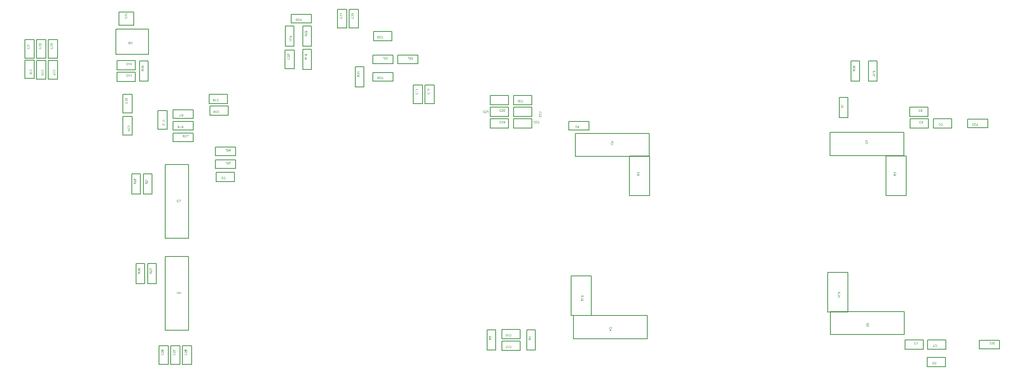
<source format=gbr>
G04*
G04 #@! TF.GenerationSoftware,Altium Limited,Altium Designer,24.1.2 (44)*
G04*
G04 Layer_Color=16711935*
%FSLAX25Y25*%
%MOIN*%
G70*
G04*
G04 #@! TF.SameCoordinates,DAD59E85-0841-476F-99BD-E5F442491B29*
G04*
G04*
G04 #@! TF.FilePolarity,Positive*
G04*
G01*
G75*
%ADD13C,0.00787*%
G36*
X1567481Y528442D02*
X1567478D01*
X1567467D01*
X1567451D01*
X1567429Y528445D01*
X1567404Y528447D01*
X1567376Y528453D01*
X1567348Y528458D01*
X1567318Y528470D01*
X1567315D01*
X1567312Y528472D01*
X1567296Y528478D01*
X1567271Y528489D01*
X1567237Y528506D01*
X1567199Y528528D01*
X1567154Y528555D01*
X1567110Y528586D01*
X1567063Y528625D01*
X1567060D01*
X1567058Y528630D01*
X1567041Y528644D01*
X1567016Y528669D01*
X1566980Y528705D01*
X1566938Y528747D01*
X1566889Y528799D01*
X1566833Y528863D01*
X1566775Y528932D01*
X1566772Y528935D01*
X1566764Y528946D01*
X1566750Y528963D01*
X1566733Y528982D01*
X1566711Y529007D01*
X1566686Y529037D01*
X1566659Y529068D01*
X1566628Y529104D01*
X1566562Y529173D01*
X1566495Y529242D01*
X1566462Y529276D01*
X1566429Y529306D01*
X1566398Y529334D01*
X1566368Y529356D01*
X1566365D01*
X1566362Y529361D01*
X1566354Y529367D01*
X1566343Y529373D01*
X1566312Y529392D01*
X1566276Y529414D01*
X1566232Y529434D01*
X1566185Y529453D01*
X1566132Y529464D01*
X1566082Y529470D01*
X1566080D01*
X1566077D01*
X1566060Y529467D01*
X1566033Y529464D01*
X1566002Y529456D01*
X1565963Y529445D01*
X1565925Y529425D01*
X1565886Y529400D01*
X1565847Y529367D01*
X1565841Y529361D01*
X1565830Y529348D01*
X1565816Y529328D01*
X1565797Y529298D01*
X1565781Y529259D01*
X1565764Y529215D01*
X1565753Y529162D01*
X1565750Y529104D01*
Y529087D01*
X1565753Y529076D01*
X1565756Y529043D01*
X1565764Y529004D01*
X1565775Y528963D01*
X1565794Y528916D01*
X1565819Y528871D01*
X1565853Y528830D01*
X1565858Y528824D01*
X1565872Y528813D01*
X1565894Y528796D01*
X1565927Y528780D01*
X1565966Y528760D01*
X1566016Y528744D01*
X1566071Y528733D01*
X1566135Y528727D01*
X1566110Y528486D01*
X1566107D01*
X1566099Y528489D01*
X1566085D01*
X1566066Y528492D01*
X1566044Y528497D01*
X1566019Y528503D01*
X1565988Y528511D01*
X1565958Y528519D01*
X1565891Y528542D01*
X1565825Y528575D01*
X1565792Y528594D01*
X1565758Y528619D01*
X1565728Y528644D01*
X1565700Y528672D01*
X1565697Y528675D01*
X1565695Y528680D01*
X1565686Y528688D01*
X1565678Y528702D01*
X1565667Y528719D01*
X1565656Y528738D01*
X1565642Y528760D01*
X1565628Y528788D01*
X1565614Y528819D01*
X1565600Y528852D01*
X1565589Y528888D01*
X1565578Y528927D01*
X1565570Y528968D01*
X1565562Y529012D01*
X1565559Y529060D01*
X1565556Y529109D01*
Y529137D01*
X1565559Y529157D01*
X1565562Y529179D01*
X1565565Y529206D01*
X1565570Y529237D01*
X1565576Y529267D01*
X1565595Y529339D01*
X1565623Y529411D01*
X1565639Y529447D01*
X1565659Y529483D01*
X1565684Y529517D01*
X1565711Y529547D01*
X1565714Y529550D01*
X1565717Y529555D01*
X1565728Y529561D01*
X1565739Y529572D01*
X1565753Y529586D01*
X1565772Y529600D01*
X1565792Y529614D01*
X1565816Y529630D01*
X1565869Y529658D01*
X1565936Y529686D01*
X1565969Y529697D01*
X1566008Y529702D01*
X1566046Y529708D01*
X1566088Y529711D01*
X1566094D01*
X1566107D01*
X1566129Y529708D01*
X1566160Y529705D01*
X1566193Y529700D01*
X1566232Y529688D01*
X1566274Y529677D01*
X1566315Y529661D01*
X1566321Y529658D01*
X1566335Y529652D01*
X1566357Y529641D01*
X1566387Y529625D01*
X1566420Y529602D01*
X1566462Y529575D01*
X1566504Y529542D01*
X1566551Y529503D01*
X1566556Y529497D01*
X1566573Y529483D01*
X1566587Y529470D01*
X1566600Y529456D01*
X1566617Y529439D01*
X1566639Y529417D01*
X1566661Y529395D01*
X1566686Y529367D01*
X1566714Y529339D01*
X1566745Y529306D01*
X1566775Y529270D01*
X1566811Y529231D01*
X1566847Y529187D01*
X1566886Y529143D01*
X1566889Y529140D01*
X1566894Y529134D01*
X1566902Y529123D01*
X1566914Y529109D01*
X1566930Y529093D01*
X1566947Y529073D01*
X1566983Y529029D01*
X1567024Y528982D01*
X1567066Y528938D01*
X1567102Y528899D01*
X1567116Y528882D01*
X1567130Y528868D01*
X1567132Y528866D01*
X1567141Y528857D01*
X1567152Y528846D01*
X1567168Y528832D01*
X1567188Y528819D01*
X1567207Y528802D01*
X1567254Y528769D01*
Y529713D01*
X1567481D01*
Y528442D01*
D02*
G37*
G36*
X1567631Y528193D02*
Y528190D01*
X1567628Y528184D01*
X1567623Y528173D01*
X1567617Y528157D01*
X1567609Y528137D01*
X1567598Y528115D01*
X1567587Y528090D01*
X1567573Y528062D01*
X1567540Y528001D01*
X1567501Y527932D01*
X1567451Y527857D01*
X1567395Y527780D01*
Y527777D01*
X1567401Y527772D01*
X1567406Y527758D01*
X1567415Y527744D01*
X1567423Y527722D01*
X1567434Y527700D01*
X1567443Y527672D01*
X1567454Y527641D01*
X1567465Y527608D01*
X1567476Y527572D01*
X1567495Y527492D01*
X1567509Y527403D01*
X1567512Y527356D01*
X1567515Y527309D01*
Y527284D01*
X1567512Y527265D01*
Y527243D01*
X1567509Y527215D01*
X1567504Y527184D01*
X1567498Y527151D01*
X1567484Y527079D01*
X1567462Y526999D01*
X1567431Y526916D01*
X1567412Y526877D01*
X1567390Y526835D01*
X1567387Y526832D01*
X1567384Y526827D01*
X1567376Y526816D01*
X1567368Y526802D01*
X1567354Y526783D01*
X1567337Y526763D01*
X1567299Y526716D01*
X1567249Y526664D01*
X1567188Y526611D01*
X1567118Y526558D01*
X1567038Y526511D01*
X1567035D01*
X1567027Y526506D01*
X1567016Y526500D01*
X1566999Y526495D01*
X1566977Y526486D01*
X1566952Y526475D01*
X1566922Y526464D01*
X1566889Y526456D01*
X1566852Y526445D01*
X1566814Y526434D01*
X1566772Y526425D01*
X1566725Y526414D01*
X1566628Y526403D01*
X1566526Y526398D01*
X1566523D01*
X1566512D01*
X1566498D01*
X1566479Y526400D01*
X1566454D01*
X1566423Y526403D01*
X1566390Y526406D01*
X1566354Y526411D01*
X1566274Y526425D01*
X1566188Y526445D01*
X1566096Y526472D01*
X1566008Y526511D01*
X1566005Y526514D01*
X1565997Y526517D01*
X1565985Y526522D01*
X1565969Y526533D01*
X1565950Y526544D01*
X1565927Y526558D01*
X1565875Y526597D01*
X1565819Y526641D01*
X1565761Y526700D01*
X1565703Y526763D01*
X1565653Y526838D01*
X1565650Y526841D01*
X1565648Y526849D01*
X1565642Y526860D01*
X1565634Y526877D01*
X1565625Y526896D01*
X1565614Y526918D01*
X1565603Y526946D01*
X1565592Y526977D01*
X1565581Y527013D01*
X1565570Y527049D01*
X1565551Y527129D01*
X1565537Y527218D01*
X1565531Y527265D01*
Y527339D01*
X1565534Y527359D01*
Y527384D01*
X1565537Y527409D01*
X1565542Y527442D01*
X1565548Y527475D01*
X1565562Y527547D01*
X1565584Y527630D01*
X1565617Y527711D01*
X1565637Y527752D01*
X1565659Y527794D01*
X1565661Y527797D01*
X1565664Y527802D01*
X1565672Y527813D01*
X1565681Y527830D01*
X1565695Y527846D01*
X1565711Y527869D01*
X1565750Y527916D01*
X1565800Y527965D01*
X1565861Y528021D01*
X1565933Y528074D01*
X1566013Y528118D01*
X1566016D01*
X1566024Y528123D01*
X1566035Y528129D01*
X1566052Y528134D01*
X1566074Y528146D01*
X1566099Y528154D01*
X1566129Y528165D01*
X1566163Y528176D01*
X1566199Y528184D01*
X1566238Y528195D01*
X1566279Y528206D01*
X1566323Y528215D01*
X1566420Y528226D01*
X1566523Y528231D01*
X1566526D01*
X1566534D01*
X1566545D01*
X1566562D01*
X1566584Y528229D01*
X1566609D01*
X1566636Y528226D01*
X1566664Y528223D01*
X1566731Y528215D01*
X1566803Y528201D01*
X1566877Y528184D01*
X1566949Y528159D01*
X1566952D01*
X1566958Y528157D01*
X1566969Y528151D01*
X1566980Y528146D01*
X1566997Y528137D01*
X1567016Y528129D01*
X1567060Y528107D01*
X1567113Y528076D01*
X1567168Y528038D01*
X1567224Y527993D01*
X1567279Y527943D01*
Y527946D01*
X1567285Y527952D01*
X1567290Y527960D01*
X1567299Y527974D01*
X1567310Y527988D01*
X1567321Y528007D01*
X1567346Y528049D01*
X1567376Y528098D01*
X1567406Y528154D01*
X1567431Y528212D01*
X1567456Y528267D01*
X1567631Y528193D01*
D02*
G37*
G36*
X1470950Y546980D02*
X1470975Y546978D01*
X1471006Y546975D01*
X1471036Y546972D01*
X1471072Y546964D01*
X1471147Y546947D01*
X1471230Y546922D01*
X1471271Y546906D01*
X1471310Y546886D01*
X1471349Y546861D01*
X1471388Y546837D01*
X1471391Y546834D01*
X1471396Y546831D01*
X1471407Y546823D01*
X1471421Y546809D01*
X1471435Y546795D01*
X1471454Y546775D01*
X1471474Y546753D01*
X1471496Y546731D01*
X1471518Y546703D01*
X1471540Y546670D01*
X1471565Y546637D01*
X1471587Y546601D01*
X1471607Y546559D01*
X1471629Y546518D01*
X1471645Y546474D01*
X1471662Y546424D01*
X1471413Y546366D01*
Y546368D01*
X1471410Y546374D01*
X1471404Y546385D01*
X1471399Y546399D01*
X1471393Y546415D01*
X1471385Y546438D01*
X1471363Y546482D01*
X1471335Y546532D01*
X1471302Y546582D01*
X1471260Y546629D01*
X1471216Y546670D01*
X1471210Y546676D01*
X1471194Y546687D01*
X1471166Y546701D01*
X1471130Y546720D01*
X1471083Y546737D01*
X1471030Y546753D01*
X1470967Y546764D01*
X1470897Y546767D01*
X1470875D01*
X1470861Y546764D01*
X1470842D01*
X1470820Y546762D01*
X1470767Y546753D01*
X1470709Y546742D01*
X1470648Y546723D01*
X1470584Y546695D01*
X1470526Y546659D01*
X1470523D01*
X1470521Y546654D01*
X1470501Y546640D01*
X1470476Y546618D01*
X1470446Y546584D01*
X1470410Y546543D01*
X1470377Y546496D01*
X1470346Y546438D01*
X1470319Y546374D01*
Y546371D01*
X1470316Y546366D01*
X1470313Y546357D01*
X1470310Y546343D01*
X1470305Y546327D01*
X1470299Y546307D01*
X1470291Y546260D01*
X1470280Y546205D01*
X1470269Y546144D01*
X1470263Y546077D01*
X1470260Y546005D01*
Y546003D01*
Y545994D01*
Y545981D01*
Y545964D01*
X1470263Y545944D01*
Y545920D01*
X1470266Y545892D01*
X1470269Y545861D01*
X1470277Y545795D01*
X1470291Y545723D01*
X1470307Y545651D01*
X1470330Y545579D01*
Y545576D01*
X1470332Y545571D01*
X1470338Y545562D01*
X1470343Y545548D01*
X1470360Y545515D01*
X1470385Y545476D01*
X1470415Y545432D01*
X1470454Y545385D01*
X1470499Y545343D01*
X1470551Y545305D01*
X1470554D01*
X1470560Y545302D01*
X1470568Y545296D01*
X1470579Y545291D01*
X1470593Y545285D01*
X1470609Y545277D01*
X1470648Y545260D01*
X1470698Y545244D01*
X1470753Y545230D01*
X1470814Y545219D01*
X1470878Y545216D01*
X1470897D01*
X1470914Y545219D01*
X1470933D01*
X1470953Y545222D01*
X1471003Y545233D01*
X1471061Y545247D01*
X1471119Y545269D01*
X1471180Y545299D01*
X1471210Y545316D01*
X1471238Y545338D01*
X1471241Y545341D01*
X1471244Y545343D01*
X1471252Y545352D01*
X1471263Y545360D01*
X1471274Y545374D01*
X1471288Y545391D01*
X1471305Y545407D01*
X1471319Y545429D01*
X1471335Y545454D01*
X1471354Y545482D01*
X1471371Y545510D01*
X1471388Y545543D01*
X1471402Y545579D01*
X1471415Y545618D01*
X1471429Y545659D01*
X1471440Y545704D01*
X1471695Y545640D01*
Y545637D01*
X1471692Y545626D01*
X1471687Y545609D01*
X1471679Y545587D01*
X1471670Y545562D01*
X1471659Y545532D01*
X1471645Y545499D01*
X1471629Y545463D01*
X1471590Y545385D01*
X1471540Y545307D01*
X1471510Y545269D01*
X1471479Y545230D01*
X1471446Y545197D01*
X1471407Y545163D01*
X1471404Y545161D01*
X1471399Y545155D01*
X1471385Y545150D01*
X1471371Y545139D01*
X1471349Y545125D01*
X1471327Y545111D01*
X1471296Y545097D01*
X1471266Y545083D01*
X1471230Y545066D01*
X1471191Y545053D01*
X1471150Y545039D01*
X1471105Y545025D01*
X1471058Y545014D01*
X1471008Y545008D01*
X1470956Y545003D01*
X1470900Y545000D01*
X1470870D01*
X1470848Y545003D01*
X1470823D01*
X1470792Y545006D01*
X1470759Y545011D01*
X1470720Y545017D01*
X1470640Y545030D01*
X1470557Y545053D01*
X1470474Y545083D01*
X1470435Y545102D01*
X1470396Y545125D01*
X1470393Y545127D01*
X1470388Y545130D01*
X1470377Y545139D01*
X1470366Y545150D01*
X1470349Y545161D01*
X1470330Y545177D01*
X1470307Y545197D01*
X1470285Y545219D01*
X1470263Y545244D01*
X1470238Y545269D01*
X1470188Y545332D01*
X1470141Y545407D01*
X1470100Y545490D01*
Y545493D01*
X1470094Y545501D01*
X1470091Y545515D01*
X1470083Y545532D01*
X1470078Y545554D01*
X1470069Y545582D01*
X1470058Y545612D01*
X1470050Y545645D01*
X1470041Y545681D01*
X1470030Y545723D01*
X1470017Y545809D01*
X1470006Y545906D01*
X1470000Y546005D01*
Y546008D01*
Y546019D01*
Y546036D01*
X1470003Y546055D01*
Y546083D01*
X1470006Y546111D01*
X1470008Y546147D01*
X1470014Y546183D01*
X1470028Y546263D01*
X1470047Y546352D01*
X1470075Y546440D01*
X1470113Y546526D01*
X1470116Y546529D01*
X1470119Y546537D01*
X1470125Y546548D01*
X1470136Y546562D01*
X1470147Y546582D01*
X1470161Y546604D01*
X1470197Y546654D01*
X1470244Y546709D01*
X1470299Y546764D01*
X1470363Y546820D01*
X1470438Y546867D01*
X1470440Y546870D01*
X1470449Y546873D01*
X1470460Y546878D01*
X1470474Y546886D01*
X1470496Y546895D01*
X1470518Y546903D01*
X1470546Y546914D01*
X1470576Y546925D01*
X1470609Y546936D01*
X1470645Y546947D01*
X1470723Y546964D01*
X1470812Y546978D01*
X1470903Y546983D01*
X1470931D01*
X1470950Y546980D01*
D02*
G37*
G36*
X1474036Y546956D02*
X1474050D01*
X1474069Y546953D01*
X1474116Y546945D01*
X1474169Y546933D01*
X1474227Y546914D01*
X1474285Y546889D01*
X1474343Y546856D01*
X1474346D01*
X1474349Y546850D01*
X1474357Y546845D01*
X1474368Y546837D01*
X1474396Y546814D01*
X1474432Y546784D01*
X1474468Y546742D01*
X1474510Y546692D01*
X1474545Y546634D01*
X1474579Y546568D01*
Y546565D01*
X1474582Y546559D01*
X1474587Y546548D01*
X1474593Y546534D01*
X1474598Y546515D01*
X1474607Y546490D01*
X1474612Y546462D01*
X1474620Y546432D01*
X1474629Y546396D01*
X1474637Y546354D01*
X1474642Y546310D01*
X1474648Y546263D01*
X1474654Y546210D01*
X1474659Y546155D01*
X1474662Y546094D01*
Y546030D01*
Y546028D01*
Y546014D01*
Y545994D01*
Y545969D01*
X1474659Y545939D01*
Y545903D01*
X1474656Y545861D01*
X1474651Y545820D01*
X1474642Y545726D01*
X1474629Y545626D01*
X1474609Y545532D01*
X1474595Y545485D01*
X1474582Y545443D01*
Y545440D01*
X1474579Y545435D01*
X1474573Y545424D01*
X1474568Y545407D01*
X1474559Y545391D01*
X1474548Y545368D01*
X1474521Y545321D01*
X1474487Y545269D01*
X1474449Y545213D01*
X1474399Y545161D01*
X1474343Y545114D01*
X1474341D01*
X1474335Y545108D01*
X1474327Y545102D01*
X1474316Y545097D01*
X1474299Y545089D01*
X1474282Y545078D01*
X1474260Y545066D01*
X1474238Y545058D01*
X1474185Y545036D01*
X1474122Y545017D01*
X1474053Y545006D01*
X1473975Y545000D01*
X1473953D01*
X1473939Y545003D01*
X1473919D01*
X1473897Y545006D01*
X1473845Y545017D01*
X1473787Y545030D01*
X1473726Y545053D01*
X1473665Y545083D01*
X1473634Y545102D01*
X1473606Y545125D01*
X1473604Y545127D01*
X1473601Y545130D01*
X1473593Y545139D01*
X1473584Y545147D01*
X1473573Y545161D01*
X1473559Y545177D01*
X1473532Y545216D01*
X1473504Y545266D01*
X1473476Y545327D01*
X1473454Y545396D01*
X1473438Y545476D01*
X1473665Y545496D01*
Y545493D01*
X1473667Y545487D01*
Y545482D01*
X1473670Y545471D01*
X1473678Y545440D01*
X1473690Y545407D01*
X1473703Y545368D01*
X1473723Y545330D01*
X1473745Y545294D01*
X1473773Y545263D01*
X1473775Y545260D01*
X1473787Y545252D01*
X1473806Y545241D01*
X1473828Y545230D01*
X1473859Y545216D01*
X1473895Y545205D01*
X1473936Y545197D01*
X1473980Y545194D01*
X1474000D01*
X1474019Y545197D01*
X1474044Y545199D01*
X1474075Y545205D01*
X1474105Y545213D01*
X1474138Y545224D01*
X1474169Y545241D01*
X1474172Y545244D01*
X1474183Y545249D01*
X1474199Y545260D01*
X1474216Y545277D01*
X1474238Y545296D01*
X1474260Y545319D01*
X1474282Y545343D01*
X1474304Y545374D01*
X1474307Y545377D01*
X1474313Y545391D01*
X1474324Y545410D01*
X1474335Y545435D01*
X1474349Y545468D01*
X1474363Y545507D01*
X1474376Y545551D01*
X1474390Y545601D01*
Y545604D01*
X1474393Y545607D01*
Y545615D01*
X1474396Y545626D01*
X1474401Y545654D01*
X1474410Y545690D01*
X1474415Y545734D01*
X1474421Y545781D01*
X1474424Y545834D01*
X1474426Y545889D01*
Y545892D01*
Y545900D01*
Y545914D01*
Y545936D01*
X1474424Y545931D01*
X1474413Y545917D01*
X1474396Y545897D01*
X1474376Y545870D01*
X1474349Y545842D01*
X1474316Y545812D01*
X1474277Y545781D01*
X1474232Y545753D01*
X1474227Y545751D01*
X1474210Y545742D01*
X1474185Y545731D01*
X1474155Y545720D01*
X1474113Y545706D01*
X1474069Y545695D01*
X1474019Y545687D01*
X1473967Y545684D01*
X1473944D01*
X1473928Y545687D01*
X1473906Y545690D01*
X1473884Y545692D01*
X1473856Y545698D01*
X1473828Y545706D01*
X1473764Y545726D01*
X1473731Y545740D01*
X1473698Y545756D01*
X1473662Y545776D01*
X1473629Y545800D01*
X1473595Y545825D01*
X1473565Y545856D01*
X1473562Y545859D01*
X1473557Y545864D01*
X1473551Y545872D01*
X1473540Y545886D01*
X1473526Y545906D01*
X1473512Y545925D01*
X1473499Y545950D01*
X1473485Y545978D01*
X1473468Y546008D01*
X1473454Y546041D01*
X1473440Y546080D01*
X1473426Y546119D01*
X1473415Y546163D01*
X1473410Y546210D01*
X1473404Y546257D01*
X1473402Y546310D01*
Y546313D01*
Y546324D01*
Y546338D01*
X1473404Y546357D01*
X1473407Y546382D01*
X1473410Y546413D01*
X1473415Y546443D01*
X1473424Y546479D01*
X1473443Y546551D01*
X1473457Y546590D01*
X1473473Y546631D01*
X1473493Y546670D01*
X1473518Y546706D01*
X1473543Y546745D01*
X1473573Y546778D01*
X1473576Y546781D01*
X1473582Y546787D01*
X1473590Y546795D01*
X1473604Y546806D01*
X1473620Y546820D01*
X1473643Y546837D01*
X1473665Y546850D01*
X1473692Y546870D01*
X1473720Y546886D01*
X1473753Y546900D01*
X1473828Y546931D01*
X1473867Y546942D01*
X1473911Y546950D01*
X1473956Y546956D01*
X1474003Y546958D01*
X1474022D01*
X1474036Y546956D01*
D02*
G37*
G36*
X1472798Y545033D02*
X1472562D01*
Y546532D01*
X1472559Y546529D01*
X1472546Y546518D01*
X1472529Y546501D01*
X1472501Y546482D01*
X1472471Y546457D01*
X1472432Y546429D01*
X1472388Y546399D01*
X1472338Y546368D01*
X1472335D01*
X1472332Y546366D01*
X1472316Y546354D01*
X1472288Y546341D01*
X1472255Y546324D01*
X1472216Y546305D01*
X1472174Y546285D01*
X1472133Y546266D01*
X1472091Y546249D01*
Y546476D01*
X1472094D01*
X1472100Y546482D01*
X1472111Y546485D01*
X1472124Y546493D01*
X1472141Y546501D01*
X1472161Y546512D01*
X1472208Y546540D01*
X1472263Y546570D01*
X1472318Y546609D01*
X1472377Y546654D01*
X1472435Y546701D01*
X1472438Y546703D01*
X1472440Y546706D01*
X1472449Y546715D01*
X1472460Y546723D01*
X1472485Y546751D01*
X1472518Y546784D01*
X1472551Y546823D01*
X1472587Y546867D01*
X1472618Y546911D01*
X1472645Y546958D01*
X1472798D01*
Y545033D01*
D02*
G37*
G36*
X1456950Y555981D02*
X1456975Y555978D01*
X1457006Y555975D01*
X1457036Y555972D01*
X1457072Y555964D01*
X1457147Y555947D01*
X1457230Y555922D01*
X1457271Y555906D01*
X1457310Y555886D01*
X1457349Y555861D01*
X1457388Y555836D01*
X1457390Y555834D01*
X1457396Y555831D01*
X1457407Y555823D01*
X1457421Y555809D01*
X1457435Y555795D01*
X1457454Y555776D01*
X1457474Y555753D01*
X1457496Y555731D01*
X1457518Y555703D01*
X1457540Y555670D01*
X1457565Y555637D01*
X1457587Y555601D01*
X1457607Y555559D01*
X1457629Y555518D01*
X1457645Y555474D01*
X1457662Y555424D01*
X1457413Y555366D01*
Y555368D01*
X1457410Y555374D01*
X1457404Y555385D01*
X1457399Y555399D01*
X1457393Y555415D01*
X1457385Y555438D01*
X1457363Y555482D01*
X1457335Y555532D01*
X1457302Y555582D01*
X1457260Y555629D01*
X1457216Y555670D01*
X1457211Y555676D01*
X1457194Y555687D01*
X1457166Y555701D01*
X1457130Y555720D01*
X1457083Y555737D01*
X1457030Y555753D01*
X1456967Y555764D01*
X1456898Y555767D01*
X1456875D01*
X1456861Y555764D01*
X1456842D01*
X1456820Y555762D01*
X1456767Y555753D01*
X1456709Y555742D01*
X1456648Y555723D01*
X1456584Y555695D01*
X1456526Y555659D01*
X1456524D01*
X1456521Y555654D01*
X1456501Y555640D01*
X1456476Y555618D01*
X1456446Y555584D01*
X1456410Y555543D01*
X1456377Y555496D01*
X1456346Y555438D01*
X1456318Y555374D01*
Y555371D01*
X1456316Y555366D01*
X1456313Y555357D01*
X1456310Y555343D01*
X1456305Y555327D01*
X1456299Y555307D01*
X1456291Y555260D01*
X1456280Y555205D01*
X1456269Y555144D01*
X1456263Y555078D01*
X1456260Y555006D01*
Y555003D01*
Y554994D01*
Y554981D01*
Y554964D01*
X1456263Y554945D01*
Y554920D01*
X1456266Y554892D01*
X1456269Y554861D01*
X1456277Y554795D01*
X1456291Y554723D01*
X1456308Y554651D01*
X1456330Y554579D01*
Y554576D01*
X1456332Y554571D01*
X1456338Y554562D01*
X1456343Y554549D01*
X1456360Y554515D01*
X1456385Y554476D01*
X1456415Y554432D01*
X1456454Y554385D01*
X1456499Y554344D01*
X1456551Y554305D01*
X1456554D01*
X1456559Y554302D01*
X1456568Y554296D01*
X1456579Y554291D01*
X1456593Y554285D01*
X1456609Y554277D01*
X1456648Y554260D01*
X1456698Y554244D01*
X1456753Y554230D01*
X1456814Y554219D01*
X1456878Y554216D01*
X1456898D01*
X1456914Y554219D01*
X1456933D01*
X1456953Y554222D01*
X1457003Y554233D01*
X1457061Y554247D01*
X1457119Y554269D01*
X1457180Y554299D01*
X1457211Y554316D01*
X1457238Y554338D01*
X1457241Y554341D01*
X1457244Y554344D01*
X1457252Y554352D01*
X1457263Y554360D01*
X1457274Y554374D01*
X1457288Y554391D01*
X1457305Y554407D01*
X1457318Y554429D01*
X1457335Y554454D01*
X1457355Y554482D01*
X1457371Y554510D01*
X1457388Y554543D01*
X1457402Y554579D01*
X1457415Y554618D01*
X1457429Y554659D01*
X1457440Y554704D01*
X1457695Y554640D01*
Y554637D01*
X1457693Y554626D01*
X1457687Y554609D01*
X1457679Y554587D01*
X1457670Y554562D01*
X1457659Y554532D01*
X1457645Y554499D01*
X1457629Y554463D01*
X1457590Y554385D01*
X1457540Y554308D01*
X1457510Y554269D01*
X1457479Y554230D01*
X1457446Y554197D01*
X1457407Y554163D01*
X1457404Y554161D01*
X1457399Y554155D01*
X1457385Y554150D01*
X1457371Y554139D01*
X1457349Y554125D01*
X1457327Y554111D01*
X1457296Y554097D01*
X1457266Y554083D01*
X1457230Y554067D01*
X1457191Y554053D01*
X1457150Y554039D01*
X1457105Y554025D01*
X1457058Y554014D01*
X1457008Y554008D01*
X1456956Y554003D01*
X1456900Y554000D01*
X1456870D01*
X1456848Y554003D01*
X1456823D01*
X1456792Y554005D01*
X1456759Y554011D01*
X1456720Y554017D01*
X1456640Y554031D01*
X1456557Y554053D01*
X1456474Y554083D01*
X1456435Y554103D01*
X1456396Y554125D01*
X1456393Y554127D01*
X1456388Y554130D01*
X1456377Y554139D01*
X1456366Y554150D01*
X1456349Y554161D01*
X1456330Y554177D01*
X1456308Y554197D01*
X1456285Y554219D01*
X1456263Y554244D01*
X1456238Y554269D01*
X1456188Y554332D01*
X1456141Y554407D01*
X1456100Y554490D01*
Y554493D01*
X1456094Y554501D01*
X1456091Y554515D01*
X1456083Y554532D01*
X1456078Y554554D01*
X1456069Y554582D01*
X1456058Y554612D01*
X1456050Y554645D01*
X1456042Y554681D01*
X1456030Y554723D01*
X1456017Y554809D01*
X1456005Y554906D01*
X1456000Y555006D01*
Y555008D01*
Y555019D01*
Y555036D01*
X1456003Y555055D01*
Y555083D01*
X1456005Y555111D01*
X1456008Y555147D01*
X1456014Y555183D01*
X1456028Y555263D01*
X1456047Y555352D01*
X1456075Y555440D01*
X1456114Y555526D01*
X1456116Y555529D01*
X1456119Y555537D01*
X1456125Y555548D01*
X1456136Y555562D01*
X1456147Y555582D01*
X1456161Y555604D01*
X1456197Y555654D01*
X1456244Y555709D01*
X1456299Y555764D01*
X1456363Y555820D01*
X1456438Y555867D01*
X1456440Y555870D01*
X1456449Y555872D01*
X1456460Y555878D01*
X1456474Y555886D01*
X1456496Y555895D01*
X1456518Y555903D01*
X1456546Y555914D01*
X1456576Y555925D01*
X1456609Y555936D01*
X1456645Y555947D01*
X1456723Y555964D01*
X1456812Y555978D01*
X1456903Y555983D01*
X1456931D01*
X1456950Y555981D01*
D02*
G37*
G36*
X1460288Y554033D02*
X1460052D01*
Y555532D01*
X1460050Y555529D01*
X1460036Y555518D01*
X1460019Y555501D01*
X1459992Y555482D01*
X1459961Y555457D01*
X1459922Y555429D01*
X1459878Y555399D01*
X1459828Y555368D01*
X1459825D01*
X1459823Y555366D01*
X1459806Y555354D01*
X1459778Y555341D01*
X1459745Y555324D01*
X1459706Y555305D01*
X1459665Y555285D01*
X1459623Y555266D01*
X1459582Y555249D01*
Y555476D01*
X1459584D01*
X1459590Y555482D01*
X1459601Y555485D01*
X1459615Y555493D01*
X1459632Y555501D01*
X1459651Y555512D01*
X1459698Y555540D01*
X1459753Y555571D01*
X1459809Y555609D01*
X1459867Y555654D01*
X1459925Y555701D01*
X1459928Y555703D01*
X1459931Y555706D01*
X1459939Y555715D01*
X1459950Y555723D01*
X1459975Y555751D01*
X1460008Y555784D01*
X1460041Y555823D01*
X1460077Y555867D01*
X1460108Y555911D01*
X1460136Y555958D01*
X1460288D01*
Y554033D01*
D02*
G37*
G36*
X1458593Y555956D02*
X1458615Y555953D01*
X1458643Y555950D01*
X1458673Y555944D01*
X1458704Y555939D01*
X1458776Y555920D01*
X1458848Y555892D01*
X1458884Y555875D01*
X1458920Y555856D01*
X1458953Y555831D01*
X1458983Y555803D01*
X1458986Y555800D01*
X1458992Y555798D01*
X1458997Y555787D01*
X1459008Y555776D01*
X1459022Y555762D01*
X1459036Y555742D01*
X1459050Y555723D01*
X1459066Y555698D01*
X1459094Y555645D01*
X1459122Y555579D01*
X1459133Y555546D01*
X1459138Y555507D01*
X1459144Y555468D01*
X1459147Y555427D01*
Y555421D01*
Y555407D01*
X1459144Y555385D01*
X1459141Y555354D01*
X1459136Y555321D01*
X1459125Y555282D01*
X1459114Y555241D01*
X1459097Y555199D01*
X1459094Y555194D01*
X1459089Y555180D01*
X1459077Y555158D01*
X1459061Y555127D01*
X1459039Y555094D01*
X1459011Y555053D01*
X1458978Y555011D01*
X1458939Y554964D01*
X1458933Y554958D01*
X1458920Y554942D01*
X1458906Y554928D01*
X1458892Y554914D01*
X1458875Y554897D01*
X1458853Y554875D01*
X1458831Y554853D01*
X1458803Y554828D01*
X1458776Y554801D01*
X1458742Y554770D01*
X1458706Y554740D01*
X1458667Y554704D01*
X1458623Y554668D01*
X1458579Y554629D01*
X1458576Y554626D01*
X1458571Y554621D01*
X1458560Y554612D01*
X1458546Y554601D01*
X1458529Y554585D01*
X1458510Y554568D01*
X1458465Y554532D01*
X1458418Y554490D01*
X1458374Y554449D01*
X1458335Y554413D01*
X1458319Y554399D01*
X1458305Y554385D01*
X1458302Y554382D01*
X1458294Y554374D01*
X1458282Y554363D01*
X1458269Y554346D01*
X1458255Y554327D01*
X1458238Y554308D01*
X1458205Y554260D01*
X1459149D01*
Y554033D01*
X1457878D01*
Y554036D01*
Y554047D01*
Y554064D01*
X1457881Y554086D01*
X1457884Y554111D01*
X1457889Y554139D01*
X1457895Y554166D01*
X1457906Y554197D01*
Y554199D01*
X1457909Y554202D01*
X1457914Y554219D01*
X1457925Y554244D01*
X1457942Y554277D01*
X1457964Y554316D01*
X1457992Y554360D01*
X1458022Y554404D01*
X1458061Y554452D01*
Y554454D01*
X1458066Y554457D01*
X1458080Y554474D01*
X1458105Y554499D01*
X1458141Y554535D01*
X1458183Y554576D01*
X1458235Y554626D01*
X1458299Y554681D01*
X1458368Y554740D01*
X1458371Y554742D01*
X1458382Y554751D01*
X1458399Y554765D01*
X1458418Y554781D01*
X1458443Y554803D01*
X1458474Y554828D01*
X1458504Y554856D01*
X1458540Y554886D01*
X1458609Y554953D01*
X1458679Y555019D01*
X1458712Y555053D01*
X1458742Y555086D01*
X1458770Y555116D01*
X1458792Y555147D01*
Y555150D01*
X1458798Y555152D01*
X1458803Y555161D01*
X1458809Y555172D01*
X1458828Y555202D01*
X1458850Y555238D01*
X1458870Y555282D01*
X1458889Y555330D01*
X1458900Y555382D01*
X1458906Y555432D01*
Y555435D01*
Y555438D01*
X1458903Y555454D01*
X1458900Y555482D01*
X1458892Y555512D01*
X1458881Y555551D01*
X1458861Y555590D01*
X1458836Y555629D01*
X1458803Y555667D01*
X1458798Y555673D01*
X1458784Y555684D01*
X1458764Y555698D01*
X1458734Y555717D01*
X1458695Y555734D01*
X1458651Y555751D01*
X1458598Y555762D01*
X1458540Y555764D01*
X1458523D01*
X1458512Y555762D01*
X1458479Y555759D01*
X1458440Y555751D01*
X1458399Y555740D01*
X1458352Y555720D01*
X1458307Y555695D01*
X1458266Y555662D01*
X1458260Y555656D01*
X1458249Y555643D01*
X1458233Y555620D01*
X1458216Y555587D01*
X1458197Y555548D01*
X1458180Y555499D01*
X1458169Y555443D01*
X1458163Y555379D01*
X1457922Y555404D01*
Y555407D01*
X1457925Y555415D01*
Y555429D01*
X1457928Y555449D01*
X1457934Y555471D01*
X1457939Y555496D01*
X1457947Y555526D01*
X1457956Y555557D01*
X1457978Y555623D01*
X1458011Y555690D01*
X1458030Y555723D01*
X1458055Y555756D01*
X1458080Y555787D01*
X1458108Y555814D01*
X1458111Y555817D01*
X1458116Y555820D01*
X1458125Y555828D01*
X1458138Y555836D01*
X1458155Y555848D01*
X1458175Y555859D01*
X1458197Y555872D01*
X1458224Y555886D01*
X1458255Y555900D01*
X1458288Y555914D01*
X1458324Y555925D01*
X1458363Y555936D01*
X1458404Y555944D01*
X1458449Y555953D01*
X1458496Y555956D01*
X1458546Y555958D01*
X1458573D01*
X1458593Y555956D01*
D02*
G37*
G36*
X1470950Y556981D02*
X1470975Y556978D01*
X1471006Y556975D01*
X1471036Y556972D01*
X1471072Y556964D01*
X1471147Y556947D01*
X1471230Y556922D01*
X1471271Y556906D01*
X1471310Y556886D01*
X1471349Y556861D01*
X1471388Y556837D01*
X1471391Y556834D01*
X1471396Y556831D01*
X1471407Y556823D01*
X1471421Y556809D01*
X1471435Y556795D01*
X1471454Y556776D01*
X1471474Y556753D01*
X1471496Y556731D01*
X1471518Y556704D01*
X1471540Y556670D01*
X1471565Y556637D01*
X1471587Y556601D01*
X1471607Y556560D01*
X1471629Y556518D01*
X1471645Y556474D01*
X1471662Y556424D01*
X1471413Y556366D01*
Y556368D01*
X1471410Y556374D01*
X1471404Y556385D01*
X1471399Y556399D01*
X1471393Y556415D01*
X1471385Y556438D01*
X1471363Y556482D01*
X1471335Y556532D01*
X1471302Y556582D01*
X1471260Y556629D01*
X1471216Y556670D01*
X1471210Y556676D01*
X1471194Y556687D01*
X1471166Y556701D01*
X1471130Y556720D01*
X1471083Y556737D01*
X1471030Y556753D01*
X1470967Y556764D01*
X1470897Y556767D01*
X1470875D01*
X1470861Y556764D01*
X1470842D01*
X1470820Y556762D01*
X1470767Y556753D01*
X1470709Y556742D01*
X1470648Y556723D01*
X1470584Y556695D01*
X1470526Y556659D01*
X1470523D01*
X1470521Y556654D01*
X1470501Y556640D01*
X1470476Y556618D01*
X1470446Y556584D01*
X1470410Y556543D01*
X1470377Y556496D01*
X1470346Y556438D01*
X1470319Y556374D01*
Y556371D01*
X1470316Y556366D01*
X1470313Y556357D01*
X1470310Y556343D01*
X1470305Y556327D01*
X1470299Y556307D01*
X1470291Y556260D01*
X1470280Y556205D01*
X1470269Y556144D01*
X1470263Y556077D01*
X1470260Y556005D01*
Y556003D01*
Y555994D01*
Y555980D01*
Y555964D01*
X1470263Y555944D01*
Y555920D01*
X1470266Y555892D01*
X1470269Y555861D01*
X1470277Y555795D01*
X1470291Y555723D01*
X1470307Y555651D01*
X1470330Y555579D01*
Y555576D01*
X1470332Y555571D01*
X1470338Y555562D01*
X1470343Y555548D01*
X1470360Y555515D01*
X1470385Y555476D01*
X1470415Y555432D01*
X1470454Y555385D01*
X1470499Y555343D01*
X1470551Y555305D01*
X1470554D01*
X1470560Y555302D01*
X1470568Y555296D01*
X1470579Y555291D01*
X1470593Y555285D01*
X1470609Y555277D01*
X1470648Y555260D01*
X1470698Y555244D01*
X1470753Y555230D01*
X1470814Y555219D01*
X1470878Y555216D01*
X1470897D01*
X1470914Y555219D01*
X1470933D01*
X1470953Y555222D01*
X1471003Y555233D01*
X1471061Y555246D01*
X1471119Y555269D01*
X1471180Y555299D01*
X1471210Y555316D01*
X1471238Y555338D01*
X1471241Y555341D01*
X1471244Y555343D01*
X1471252Y555352D01*
X1471263Y555360D01*
X1471274Y555374D01*
X1471288Y555391D01*
X1471305Y555407D01*
X1471319Y555429D01*
X1471335Y555454D01*
X1471354Y555482D01*
X1471371Y555510D01*
X1471388Y555543D01*
X1471402Y555579D01*
X1471415Y555618D01*
X1471429Y555659D01*
X1471440Y555703D01*
X1471695Y555640D01*
Y555637D01*
X1471692Y555626D01*
X1471687Y555609D01*
X1471679Y555587D01*
X1471670Y555562D01*
X1471659Y555532D01*
X1471645Y555499D01*
X1471629Y555463D01*
X1471590Y555385D01*
X1471540Y555307D01*
X1471510Y555269D01*
X1471479Y555230D01*
X1471446Y555197D01*
X1471407Y555163D01*
X1471404Y555161D01*
X1471399Y555155D01*
X1471385Y555150D01*
X1471371Y555138D01*
X1471349Y555125D01*
X1471327Y555111D01*
X1471296Y555097D01*
X1471266Y555083D01*
X1471230Y555066D01*
X1471191Y555053D01*
X1471150Y555039D01*
X1471105Y555025D01*
X1471058Y555014D01*
X1471008Y555008D01*
X1470956Y555003D01*
X1470900Y555000D01*
X1470870D01*
X1470848Y555003D01*
X1470823D01*
X1470792Y555006D01*
X1470759Y555011D01*
X1470720Y555017D01*
X1470640Y555030D01*
X1470557Y555053D01*
X1470474Y555083D01*
X1470435Y555102D01*
X1470396Y555125D01*
X1470393Y555127D01*
X1470388Y555130D01*
X1470377Y555138D01*
X1470366Y555150D01*
X1470349Y555161D01*
X1470330Y555177D01*
X1470307Y555197D01*
X1470285Y555219D01*
X1470263Y555244D01*
X1470238Y555269D01*
X1470188Y555332D01*
X1470141Y555407D01*
X1470100Y555490D01*
Y555493D01*
X1470094Y555501D01*
X1470091Y555515D01*
X1470083Y555532D01*
X1470078Y555554D01*
X1470069Y555582D01*
X1470058Y555612D01*
X1470050Y555645D01*
X1470041Y555681D01*
X1470030Y555723D01*
X1470017Y555809D01*
X1470006Y555906D01*
X1470000Y556005D01*
Y556008D01*
Y556019D01*
Y556036D01*
X1470003Y556055D01*
Y556083D01*
X1470006Y556111D01*
X1470008Y556147D01*
X1470014Y556183D01*
X1470028Y556263D01*
X1470047Y556352D01*
X1470075Y556440D01*
X1470113Y556526D01*
X1470116Y556529D01*
X1470119Y556537D01*
X1470125Y556548D01*
X1470136Y556562D01*
X1470147Y556582D01*
X1470161Y556604D01*
X1470197Y556654D01*
X1470244Y556709D01*
X1470299Y556764D01*
X1470363Y556820D01*
X1470438Y556867D01*
X1470440Y556870D01*
X1470449Y556873D01*
X1470460Y556878D01*
X1470474Y556886D01*
X1470496Y556895D01*
X1470518Y556903D01*
X1470546Y556914D01*
X1470576Y556925D01*
X1470609Y556936D01*
X1470645Y556947D01*
X1470723Y556964D01*
X1470812Y556978D01*
X1470903Y556983D01*
X1470931D01*
X1470950Y556981D01*
D02*
G37*
G36*
X1472593Y556956D02*
X1472615Y556953D01*
X1472643Y556950D01*
X1472673Y556945D01*
X1472703Y556939D01*
X1472775Y556920D01*
X1472847Y556892D01*
X1472884Y556875D01*
X1472919Y556856D01*
X1472953Y556831D01*
X1472983Y556803D01*
X1472986Y556801D01*
X1472991Y556798D01*
X1472997Y556787D01*
X1473008Y556776D01*
X1473022Y556762D01*
X1473036Y556742D01*
X1473050Y556723D01*
X1473066Y556698D01*
X1473094Y556645D01*
X1473122Y556579D01*
X1473133Y556546D01*
X1473138Y556507D01*
X1473144Y556468D01*
X1473147Y556426D01*
Y556421D01*
Y556407D01*
X1473144Y556385D01*
X1473141Y556355D01*
X1473136Y556321D01*
X1473125Y556283D01*
X1473113Y556241D01*
X1473097Y556199D01*
X1473094Y556194D01*
X1473088Y556180D01*
X1473077Y556158D01*
X1473061Y556127D01*
X1473039Y556094D01*
X1473011Y556052D01*
X1472978Y556011D01*
X1472939Y555964D01*
X1472933Y555958D01*
X1472919Y555942D01*
X1472906Y555928D01*
X1472892Y555914D01*
X1472875Y555897D01*
X1472853Y555875D01*
X1472831Y555853D01*
X1472803Y555828D01*
X1472775Y555800D01*
X1472742Y555770D01*
X1472706Y555739D01*
X1472668Y555703D01*
X1472623Y555667D01*
X1472579Y555629D01*
X1472576Y555626D01*
X1472571Y555620D01*
X1472559Y555612D01*
X1472546Y555601D01*
X1472529Y555584D01*
X1472510Y555568D01*
X1472465Y555532D01*
X1472418Y555490D01*
X1472374Y555449D01*
X1472335Y555413D01*
X1472318Y555399D01*
X1472305Y555385D01*
X1472302Y555382D01*
X1472293Y555374D01*
X1472282Y555363D01*
X1472269Y555346D01*
X1472255Y555327D01*
X1472238Y555307D01*
X1472205Y555260D01*
X1473149D01*
Y555033D01*
X1471878D01*
Y555036D01*
Y555047D01*
Y555064D01*
X1471881Y555086D01*
X1471883Y555111D01*
X1471889Y555138D01*
X1471895Y555166D01*
X1471906Y555197D01*
Y555199D01*
X1471908Y555202D01*
X1471914Y555219D01*
X1471925Y555244D01*
X1471942Y555277D01*
X1471964Y555316D01*
X1471992Y555360D01*
X1472022Y555404D01*
X1472061Y555451D01*
Y555454D01*
X1472066Y555457D01*
X1472080Y555474D01*
X1472105Y555499D01*
X1472141Y555535D01*
X1472183Y555576D01*
X1472235Y555626D01*
X1472299Y555681D01*
X1472368Y555739D01*
X1472371Y555742D01*
X1472382Y555751D01*
X1472399Y555764D01*
X1472418Y555781D01*
X1472443Y555803D01*
X1472474Y555828D01*
X1472504Y555856D01*
X1472540Y555886D01*
X1472609Y555953D01*
X1472678Y556019D01*
X1472712Y556052D01*
X1472742Y556086D01*
X1472770Y556116D01*
X1472792Y556147D01*
Y556149D01*
X1472798Y556152D01*
X1472803Y556161D01*
X1472809Y556172D01*
X1472828Y556202D01*
X1472850Y556238D01*
X1472870Y556283D01*
X1472889Y556330D01*
X1472900Y556382D01*
X1472906Y556432D01*
Y556435D01*
Y556438D01*
X1472903Y556454D01*
X1472900Y556482D01*
X1472892Y556512D01*
X1472881Y556551D01*
X1472861Y556590D01*
X1472836Y556629D01*
X1472803Y556668D01*
X1472798Y556673D01*
X1472784Y556684D01*
X1472764Y556698D01*
X1472734Y556717D01*
X1472695Y556734D01*
X1472651Y556751D01*
X1472598Y556762D01*
X1472540Y556764D01*
X1472523D01*
X1472512Y556762D01*
X1472479Y556759D01*
X1472440Y556751D01*
X1472399Y556740D01*
X1472352Y556720D01*
X1472307Y556695D01*
X1472266Y556662D01*
X1472260Y556656D01*
X1472249Y556643D01*
X1472233Y556620D01*
X1472216Y556587D01*
X1472197Y556548D01*
X1472180Y556498D01*
X1472169Y556443D01*
X1472163Y556379D01*
X1471922Y556404D01*
Y556407D01*
X1471925Y556415D01*
Y556429D01*
X1471928Y556449D01*
X1471933Y556471D01*
X1471939Y556496D01*
X1471947Y556526D01*
X1471956Y556557D01*
X1471978Y556623D01*
X1472011Y556690D01*
X1472030Y556723D01*
X1472055Y556756D01*
X1472080Y556787D01*
X1472108Y556814D01*
X1472111Y556817D01*
X1472116Y556820D01*
X1472124Y556828D01*
X1472138Y556837D01*
X1472155Y556847D01*
X1472174Y556859D01*
X1472197Y556873D01*
X1472224Y556886D01*
X1472255Y556900D01*
X1472288Y556914D01*
X1472324Y556925D01*
X1472363Y556936D01*
X1472404Y556945D01*
X1472449Y556953D01*
X1472496Y556956D01*
X1472546Y556958D01*
X1472573D01*
X1472593Y556956D01*
D02*
G37*
G36*
X1474083D02*
X1474119Y556950D01*
X1474160Y556942D01*
X1474205Y556931D01*
X1474252Y556917D01*
X1474296Y556895D01*
X1474299D01*
X1474302Y556892D01*
X1474316Y556884D01*
X1474338Y556870D01*
X1474366Y556850D01*
X1474396Y556823D01*
X1474429Y556792D01*
X1474460Y556756D01*
X1474490Y556715D01*
X1474493Y556709D01*
X1474504Y556695D01*
X1474515Y556670D01*
X1474534Y556634D01*
X1474551Y556593D01*
X1474573Y556546D01*
X1474593Y556490D01*
X1474609Y556429D01*
Y556426D01*
X1474612Y556421D01*
X1474615Y556413D01*
X1474617Y556399D01*
X1474620Y556382D01*
X1474623Y556363D01*
X1474629Y556338D01*
X1474631Y556310D01*
X1474637Y556280D01*
X1474640Y556247D01*
X1474642Y556208D01*
X1474648Y556169D01*
X1474651Y556125D01*
Y556080D01*
X1474654Y556030D01*
Y555978D01*
Y555975D01*
Y555964D01*
Y555944D01*
Y555922D01*
X1474651Y555892D01*
Y555859D01*
X1474648Y555823D01*
X1474645Y555784D01*
X1474637Y555695D01*
X1474623Y555604D01*
X1474607Y555515D01*
X1474595Y555474D01*
X1474582Y555432D01*
Y555429D01*
X1474579Y555424D01*
X1474573Y555413D01*
X1474568Y555399D01*
X1474562Y555379D01*
X1474551Y555360D01*
X1474529Y555313D01*
X1474501Y555263D01*
X1474465Y555208D01*
X1474424Y555158D01*
X1474374Y555111D01*
X1474371D01*
X1474368Y555105D01*
X1474360Y555100D01*
X1474349Y555094D01*
X1474335Y555086D01*
X1474321Y555075D01*
X1474280Y555055D01*
X1474230Y555036D01*
X1474172Y555017D01*
X1474102Y555006D01*
X1474028Y555000D01*
X1474000D01*
X1473980Y555003D01*
X1473958Y555006D01*
X1473931Y555011D01*
X1473900Y555017D01*
X1473867Y555025D01*
X1473834Y555036D01*
X1473798Y555047D01*
X1473762Y555064D01*
X1473726Y555083D01*
X1473690Y555105D01*
X1473654Y555133D01*
X1473620Y555163D01*
X1473590Y555197D01*
X1473587Y555199D01*
X1473582Y555208D01*
X1473573Y555222D01*
X1473559Y555244D01*
X1473546Y555269D01*
X1473532Y555302D01*
X1473512Y555341D01*
X1473496Y555385D01*
X1473479Y555435D01*
X1473462Y555493D01*
X1473446Y555557D01*
X1473432Y555629D01*
X1473418Y555706D01*
X1473410Y555789D01*
X1473404Y555881D01*
X1473402Y555978D01*
Y555980D01*
Y555992D01*
Y556011D01*
Y556033D01*
X1473404Y556064D01*
Y556097D01*
X1473407Y556133D01*
X1473410Y556174D01*
X1473418Y556260D01*
X1473432Y556352D01*
X1473449Y556443D01*
X1473460Y556485D01*
X1473471Y556526D01*
Y556529D01*
X1473473Y556534D01*
X1473479Y556546D01*
X1473485Y556560D01*
X1473490Y556579D01*
X1473501Y556598D01*
X1473523Y556645D01*
X1473551Y556695D01*
X1473587Y556748D01*
X1473629Y556801D01*
X1473678Y556845D01*
X1473681D01*
X1473684Y556850D01*
X1473692Y556856D01*
X1473703Y556861D01*
X1473717Y556873D01*
X1473734Y556881D01*
X1473775Y556903D01*
X1473825Y556922D01*
X1473884Y556942D01*
X1473953Y556953D01*
X1474028Y556958D01*
X1474053D01*
X1474083Y556956D01*
D02*
G37*
G36*
X1500031Y546997D02*
X1500053Y546994D01*
X1500078Y546992D01*
X1500105Y546986D01*
X1500136Y546981D01*
X1500202Y546964D01*
X1500272Y546936D01*
X1500308Y546920D01*
X1500341Y546900D01*
X1500374Y546875D01*
X1500407Y546850D01*
X1500410Y546848D01*
X1500416Y546842D01*
X1500424Y546834D01*
X1500432Y546823D01*
X1500446Y546809D01*
X1500460Y546790D01*
X1500477Y546770D01*
X1500493Y546745D01*
X1500510Y546718D01*
X1500526Y546690D01*
X1500557Y546623D01*
X1500582Y546546D01*
X1500590Y546504D01*
X1500596Y546460D01*
X1500360Y546429D01*
Y546432D01*
X1500358Y546438D01*
X1500355Y546449D01*
X1500352Y546463D01*
X1500349Y546479D01*
X1500344Y546499D01*
X1500330Y546540D01*
X1500310Y546590D01*
X1500285Y546637D01*
X1500258Y546681D01*
X1500224Y546720D01*
X1500219Y546723D01*
X1500208Y546734D01*
X1500186Y546748D01*
X1500158Y546762D01*
X1500125Y546778D01*
X1500083Y546792D01*
X1500036Y546803D01*
X1499986Y546806D01*
X1499970D01*
X1499959Y546803D01*
X1499928Y546801D01*
X1499889Y546792D01*
X1499845Y546778D01*
X1499798Y546759D01*
X1499751Y546731D01*
X1499706Y546693D01*
X1499701Y546687D01*
X1499687Y546670D01*
X1499671Y546645D01*
X1499648Y546612D01*
X1499626Y546571D01*
X1499609Y546524D01*
X1499596Y546468D01*
X1499590Y546407D01*
Y546404D01*
Y546399D01*
Y546391D01*
X1499593Y546380D01*
X1499596Y546349D01*
X1499604Y546313D01*
X1499615Y546269D01*
X1499634Y546224D01*
X1499662Y546180D01*
X1499698Y546138D01*
X1499704Y546133D01*
X1499718Y546122D01*
X1499740Y546105D01*
X1499770Y546086D01*
X1499809Y546067D01*
X1499856Y546050D01*
X1499909Y546039D01*
X1499967Y546033D01*
X1499992D01*
X1500011Y546036D01*
X1500036Y546039D01*
X1500064Y546044D01*
X1500097Y546050D01*
X1500133Y546058D01*
X1500105Y545851D01*
X1500091D01*
X1500080Y545853D01*
X1500044D01*
X1500014Y545848D01*
X1499978Y545842D01*
X1499936Y545834D01*
X1499889Y545820D01*
X1499845Y545801D01*
X1499798Y545776D01*
X1499795D01*
X1499792Y545773D01*
X1499778Y545762D01*
X1499759Y545742D01*
X1499737Y545717D01*
X1499715Y545681D01*
X1499695Y545640D01*
X1499682Y545593D01*
X1499676Y545565D01*
Y545535D01*
Y545532D01*
Y545529D01*
Y545512D01*
X1499682Y545490D01*
X1499687Y545460D01*
X1499698Y545427D01*
X1499712Y545391D01*
X1499734Y545355D01*
X1499765Y545321D01*
X1499767Y545319D01*
X1499781Y545307D01*
X1499801Y545294D01*
X1499826Y545277D01*
X1499859Y545263D01*
X1499898Y545249D01*
X1499942Y545238D01*
X1499992Y545235D01*
X1500014D01*
X1500039Y545241D01*
X1500072Y545247D01*
X1500108Y545258D01*
X1500144Y545271D01*
X1500183Y545294D01*
X1500219Y545321D01*
X1500222Y545324D01*
X1500233Y545338D01*
X1500249Y545357D01*
X1500269Y545385D01*
X1500288Y545421D01*
X1500308Y545465D01*
X1500324Y545518D01*
X1500335Y545579D01*
X1500571Y545537D01*
Y545535D01*
X1500568Y545526D01*
X1500565Y545515D01*
X1500562Y545499D01*
X1500557Y545479D01*
X1500549Y545457D01*
X1500532Y545404D01*
X1500504Y545343D01*
X1500471Y545283D01*
X1500430Y545224D01*
X1500377Y545172D01*
X1500374Y545169D01*
X1500368Y545166D01*
X1500360Y545161D01*
X1500349Y545152D01*
X1500335Y545141D01*
X1500316Y545130D01*
X1500296Y545119D01*
X1500272Y545105D01*
X1500216Y545083D01*
X1500152Y545061D01*
X1500078Y545047D01*
X1500039Y545042D01*
X1499970D01*
X1499939Y545044D01*
X1499903Y545050D01*
X1499859Y545058D01*
X1499809Y545072D01*
X1499759Y545089D01*
X1499709Y545111D01*
X1499706D01*
X1499704Y545114D01*
X1499687Y545122D01*
X1499662Y545139D01*
X1499634Y545158D01*
X1499601Y545186D01*
X1499568Y545216D01*
X1499535Y545252D01*
X1499507Y545294D01*
X1499504Y545299D01*
X1499496Y545313D01*
X1499485Y545338D01*
X1499471Y545368D01*
X1499457Y545404D01*
X1499446Y545446D01*
X1499438Y545493D01*
X1499435Y545540D01*
Y545546D01*
Y545562D01*
X1499438Y545584D01*
X1499443Y545615D01*
X1499452Y545651D01*
X1499465Y545690D01*
X1499482Y545729D01*
X1499504Y545767D01*
X1499507Y545773D01*
X1499515Y545784D01*
X1499532Y545803D01*
X1499554Y545825D01*
X1499582Y545851D01*
X1499615Y545878D01*
X1499654Y545903D01*
X1499701Y545928D01*
X1499698D01*
X1499693Y545931D01*
X1499684Y545934D01*
X1499673Y545936D01*
X1499643Y545947D01*
X1499604Y545964D01*
X1499560Y545986D01*
X1499515Y546014D01*
X1499474Y546050D01*
X1499435Y546091D01*
X1499432Y546097D01*
X1499421Y546114D01*
X1499405Y546141D01*
X1499388Y546177D01*
X1499371Y546222D01*
X1499355Y546274D01*
X1499344Y546335D01*
X1499341Y546402D01*
Y546404D01*
Y546413D01*
Y546427D01*
X1499344Y546443D01*
X1499346Y546465D01*
X1499352Y546490D01*
X1499358Y546518D01*
X1499363Y546549D01*
X1499385Y546615D01*
X1499402Y546651D01*
X1499418Y546684D01*
X1499441Y546720D01*
X1499465Y546756D01*
X1499493Y546792D01*
X1499526Y546826D01*
X1499529Y546828D01*
X1499535Y546834D01*
X1499546Y546842D01*
X1499560Y546853D01*
X1499576Y546867D01*
X1499599Y546881D01*
X1499623Y546898D01*
X1499654Y546911D01*
X1499684Y546928D01*
X1499720Y546945D01*
X1499756Y546958D01*
X1499798Y546972D01*
X1499842Y546983D01*
X1499889Y546992D01*
X1499936Y546997D01*
X1499989Y547000D01*
X1500014D01*
X1500031Y546997D01*
D02*
G37*
G36*
X1503152D02*
X1503177D01*
X1503208Y546994D01*
X1503241Y546989D01*
X1503280Y546983D01*
X1503360Y546970D01*
X1503443Y546947D01*
X1503526Y546917D01*
X1503565Y546898D01*
X1503604Y546875D01*
X1503607Y546873D01*
X1503612Y546870D01*
X1503623Y546862D01*
X1503634Y546850D01*
X1503651Y546839D01*
X1503670Y546823D01*
X1503693Y546803D01*
X1503715Y546781D01*
X1503737Y546756D01*
X1503762Y546731D01*
X1503812Y546668D01*
X1503859Y546593D01*
X1503900Y546510D01*
Y546507D01*
X1503906Y546499D01*
X1503909Y546485D01*
X1503917Y546468D01*
X1503922Y546446D01*
X1503931Y546418D01*
X1503942Y546388D01*
X1503950Y546355D01*
X1503959Y546319D01*
X1503969Y546277D01*
X1503983Y546191D01*
X1503994Y546094D01*
X1504000Y545995D01*
Y545992D01*
Y545981D01*
Y545964D01*
X1503997Y545945D01*
Y545917D01*
X1503994Y545889D01*
X1503992Y545853D01*
X1503986Y545817D01*
X1503972Y545737D01*
X1503953Y545648D01*
X1503925Y545560D01*
X1503886Y545474D01*
X1503884Y545471D01*
X1503881Y545463D01*
X1503875Y545452D01*
X1503864Y545438D01*
X1503853Y545418D01*
X1503839Y545396D01*
X1503803Y545346D01*
X1503756Y545291D01*
X1503701Y545235D01*
X1503637Y545180D01*
X1503562Y545133D01*
X1503560Y545130D01*
X1503551Y545127D01*
X1503540Y545122D01*
X1503526Y545114D01*
X1503504Y545105D01*
X1503482Y545097D01*
X1503454Y545086D01*
X1503424Y545075D01*
X1503391Y545064D01*
X1503355Y545053D01*
X1503277Y545036D01*
X1503188Y545022D01*
X1503097Y545017D01*
X1503069D01*
X1503050Y545019D01*
X1503025Y545022D01*
X1502995Y545025D01*
X1502964Y545028D01*
X1502928Y545036D01*
X1502853Y545053D01*
X1502770Y545078D01*
X1502729Y545094D01*
X1502690Y545114D01*
X1502651Y545139D01*
X1502612Y545163D01*
X1502610Y545166D01*
X1502604Y545169D01*
X1502593Y545177D01*
X1502579Y545191D01*
X1502565Y545205D01*
X1502546Y545224D01*
X1502526Y545247D01*
X1502504Y545269D01*
X1502482Y545296D01*
X1502460Y545330D01*
X1502435Y545363D01*
X1502413Y545399D01*
X1502393Y545440D01*
X1502371Y545482D01*
X1502355Y545526D01*
X1502338Y545576D01*
X1502587Y545634D01*
Y545632D01*
X1502590Y545626D01*
X1502596Y545615D01*
X1502601Y545601D01*
X1502607Y545584D01*
X1502615Y545562D01*
X1502637Y545518D01*
X1502665Y545468D01*
X1502698Y545418D01*
X1502740Y545371D01*
X1502784Y545330D01*
X1502789Y545324D01*
X1502806Y545313D01*
X1502834Y545299D01*
X1502870Y545280D01*
X1502917Y545263D01*
X1502970Y545247D01*
X1503033Y545235D01*
X1503102Y545233D01*
X1503125D01*
X1503139Y545235D01*
X1503158D01*
X1503180Y545238D01*
X1503233Y545247D01*
X1503291Y545258D01*
X1503352Y545277D01*
X1503415Y545305D01*
X1503474Y545341D01*
X1503477D01*
X1503479Y545346D01*
X1503499Y545360D01*
X1503524Y545382D01*
X1503554Y545416D01*
X1503590Y545457D01*
X1503623Y545504D01*
X1503654Y545562D01*
X1503681Y545626D01*
Y545629D01*
X1503684Y545634D01*
X1503687Y545643D01*
X1503690Y545656D01*
X1503695Y545673D01*
X1503701Y545693D01*
X1503709Y545740D01*
X1503720Y545795D01*
X1503731Y545856D01*
X1503737Y545923D01*
X1503740Y545995D01*
Y545997D01*
Y546006D01*
Y546019D01*
Y546036D01*
X1503737Y546055D01*
Y546080D01*
X1503734Y546108D01*
X1503731Y546138D01*
X1503723Y546205D01*
X1503709Y546277D01*
X1503693Y546349D01*
X1503670Y546421D01*
Y546424D01*
X1503668Y546429D01*
X1503662Y546438D01*
X1503656Y546452D01*
X1503640Y546485D01*
X1503615Y546524D01*
X1503584Y546568D01*
X1503546Y546615D01*
X1503501Y546657D01*
X1503449Y546695D01*
X1503446D01*
X1503440Y546698D01*
X1503432Y546704D01*
X1503421Y546709D01*
X1503407Y546715D01*
X1503391Y546723D01*
X1503352Y546740D01*
X1503302Y546756D01*
X1503247Y546770D01*
X1503186Y546781D01*
X1503122Y546784D01*
X1503102D01*
X1503086Y546781D01*
X1503067D01*
X1503047Y546778D01*
X1502997Y546767D01*
X1502939Y546754D01*
X1502881Y546731D01*
X1502820Y546701D01*
X1502789Y546684D01*
X1502762Y546662D01*
X1502759Y546659D01*
X1502756Y546657D01*
X1502748Y546648D01*
X1502737Y546640D01*
X1502726Y546626D01*
X1502712Y546609D01*
X1502695Y546593D01*
X1502682Y546571D01*
X1502665Y546546D01*
X1502645Y546518D01*
X1502629Y546490D01*
X1502612Y546457D01*
X1502598Y546421D01*
X1502584Y546382D01*
X1502571Y546341D01*
X1502560Y546296D01*
X1502305Y546360D01*
Y546363D01*
X1502308Y546374D01*
X1502313Y546391D01*
X1502321Y546413D01*
X1502330Y546438D01*
X1502341Y546468D01*
X1502355Y546501D01*
X1502371Y546537D01*
X1502410Y546615D01*
X1502460Y546693D01*
X1502490Y546731D01*
X1502521Y546770D01*
X1502554Y546803D01*
X1502593Y546837D01*
X1502596Y546839D01*
X1502601Y546845D01*
X1502615Y546850D01*
X1502629Y546862D01*
X1502651Y546875D01*
X1502673Y546889D01*
X1502704Y546903D01*
X1502734Y546917D01*
X1502770Y546934D01*
X1502809Y546947D01*
X1502850Y546961D01*
X1502895Y546975D01*
X1502942Y546986D01*
X1502992Y546992D01*
X1503044Y546997D01*
X1503100Y547000D01*
X1503130D01*
X1503152Y546997D01*
D02*
G37*
G36*
X1502122Y546964D02*
Y546953D01*
Y546936D01*
X1502119Y546914D01*
X1502116Y546889D01*
X1502111Y546862D01*
X1502105Y546834D01*
X1502094Y546803D01*
Y546801D01*
X1502092Y546798D01*
X1502086Y546781D01*
X1502075Y546756D01*
X1502058Y546723D01*
X1502036Y546684D01*
X1502008Y546640D01*
X1501978Y546596D01*
X1501939Y546549D01*
Y546546D01*
X1501934Y546543D01*
X1501920Y546526D01*
X1501895Y546501D01*
X1501859Y546465D01*
X1501817Y546424D01*
X1501765Y546374D01*
X1501701Y546319D01*
X1501632Y546260D01*
X1501629Y546258D01*
X1501618Y546249D01*
X1501601Y546236D01*
X1501582Y546219D01*
X1501557Y546197D01*
X1501526Y546172D01*
X1501496Y546144D01*
X1501460Y546114D01*
X1501391Y546047D01*
X1501321Y545981D01*
X1501288Y545947D01*
X1501258Y545914D01*
X1501230Y545884D01*
X1501208Y545853D01*
Y545851D01*
X1501202Y545848D01*
X1501197Y545839D01*
X1501191Y545828D01*
X1501172Y545798D01*
X1501150Y545762D01*
X1501130Y545717D01*
X1501111Y545670D01*
X1501100Y545618D01*
X1501094Y545568D01*
Y545565D01*
Y545562D01*
X1501097Y545546D01*
X1501100Y545518D01*
X1501108Y545488D01*
X1501119Y545449D01*
X1501139Y545410D01*
X1501163Y545371D01*
X1501197Y545332D01*
X1501202Y545327D01*
X1501216Y545316D01*
X1501235Y545302D01*
X1501266Y545283D01*
X1501305Y545266D01*
X1501349Y545249D01*
X1501402Y545238D01*
X1501460Y545235D01*
X1501476D01*
X1501488Y545238D01*
X1501521Y545241D01*
X1501560Y545249D01*
X1501601Y545260D01*
X1501648Y545280D01*
X1501693Y545305D01*
X1501734Y545338D01*
X1501740Y545343D01*
X1501751Y545357D01*
X1501767Y545380D01*
X1501784Y545413D01*
X1501803Y545452D01*
X1501820Y545501D01*
X1501831Y545557D01*
X1501837Y545620D01*
X1502078Y545596D01*
Y545593D01*
X1502075Y545584D01*
Y545571D01*
X1502072Y545551D01*
X1502067Y545529D01*
X1502061Y545504D01*
X1502053Y545474D01*
X1502044Y545443D01*
X1502022Y545377D01*
X1501989Y545310D01*
X1501970Y545277D01*
X1501945Y545244D01*
X1501920Y545213D01*
X1501892Y545186D01*
X1501889Y545183D01*
X1501884Y545180D01*
X1501875Y545172D01*
X1501862Y545163D01*
X1501845Y545152D01*
X1501826Y545141D01*
X1501803Y545127D01*
X1501776Y545114D01*
X1501745Y545100D01*
X1501712Y545086D01*
X1501676Y545075D01*
X1501637Y545064D01*
X1501596Y545055D01*
X1501551Y545047D01*
X1501504Y545044D01*
X1501454Y545042D01*
X1501427D01*
X1501407Y545044D01*
X1501385Y545047D01*
X1501357Y545050D01*
X1501327Y545055D01*
X1501297Y545061D01*
X1501225Y545080D01*
X1501152Y545108D01*
X1501116Y545125D01*
X1501080Y545144D01*
X1501047Y545169D01*
X1501017Y545197D01*
X1501014Y545199D01*
X1501008Y545202D01*
X1501003Y545213D01*
X1500992Y545224D01*
X1500978Y545238D01*
X1500964Y545258D01*
X1500950Y545277D01*
X1500934Y545302D01*
X1500906Y545355D01*
X1500878Y545421D01*
X1500867Y545454D01*
X1500862Y545493D01*
X1500856Y545532D01*
X1500853Y545573D01*
Y545579D01*
Y545593D01*
X1500856Y545615D01*
X1500859Y545646D01*
X1500864Y545679D01*
X1500875Y545717D01*
X1500887Y545759D01*
X1500903Y545801D01*
X1500906Y545806D01*
X1500911Y545820D01*
X1500922Y545842D01*
X1500939Y545873D01*
X1500961Y545906D01*
X1500989Y545947D01*
X1501022Y545989D01*
X1501061Y546036D01*
X1501067Y546042D01*
X1501080Y546058D01*
X1501094Y546072D01*
X1501108Y546086D01*
X1501125Y546103D01*
X1501147Y546125D01*
X1501169Y546147D01*
X1501197Y546172D01*
X1501225Y546200D01*
X1501258Y546230D01*
X1501294Y546260D01*
X1501332Y546296D01*
X1501377Y546332D01*
X1501421Y546371D01*
X1501424Y546374D01*
X1501429Y546380D01*
X1501441Y546388D01*
X1501454Y546399D01*
X1501471Y546416D01*
X1501490Y546432D01*
X1501535Y546468D01*
X1501582Y546510D01*
X1501626Y546551D01*
X1501665Y546587D01*
X1501682Y546601D01*
X1501695Y546615D01*
X1501698Y546618D01*
X1501706Y546626D01*
X1501717Y546637D01*
X1501731Y546654D01*
X1501745Y546673D01*
X1501762Y546693D01*
X1501795Y546740D01*
X1500850D01*
Y546967D01*
X1502122D01*
Y546964D01*
D02*
G37*
G36*
X1505055Y554997D02*
X1505083D01*
X1505111Y554994D01*
X1505147Y554992D01*
X1505183Y554986D01*
X1505263Y554972D01*
X1505352Y554953D01*
X1505440Y554925D01*
X1505526Y554886D01*
X1505529Y554884D01*
X1505537Y554881D01*
X1505548Y554875D01*
X1505562Y554864D01*
X1505582Y554853D01*
X1505604Y554839D01*
X1505654Y554803D01*
X1505709Y554756D01*
X1505764Y554701D01*
X1505820Y554637D01*
X1505867Y554562D01*
X1505870Y554560D01*
X1505873Y554551D01*
X1505878Y554540D01*
X1505886Y554526D01*
X1505895Y554504D01*
X1505903Y554482D01*
X1505914Y554454D01*
X1505925Y554424D01*
X1505936Y554391D01*
X1505947Y554355D01*
X1505964Y554277D01*
X1505978Y554188D01*
X1505983Y554097D01*
Y554069D01*
X1505981Y554050D01*
X1505978Y554025D01*
X1505975Y553995D01*
X1505972Y553964D01*
X1505964Y553928D01*
X1505947Y553853D01*
X1505922Y553770D01*
X1505906Y553729D01*
X1505886Y553690D01*
X1505861Y553651D01*
X1505836Y553612D01*
X1505834Y553610D01*
X1505831Y553604D01*
X1505823Y553593D01*
X1505809Y553579D01*
X1505795Y553565D01*
X1505776Y553546D01*
X1505753Y553526D01*
X1505731Y553504D01*
X1505704Y553482D01*
X1505670Y553460D01*
X1505637Y553435D01*
X1505601Y553413D01*
X1505560Y553393D01*
X1505518Y553371D01*
X1505474Y553355D01*
X1505424Y553338D01*
X1505366Y553587D01*
X1505368D01*
X1505374Y553590D01*
X1505385Y553596D01*
X1505399Y553601D01*
X1505416Y553607D01*
X1505438Y553615D01*
X1505482Y553637D01*
X1505532Y553665D01*
X1505582Y553698D01*
X1505629Y553740D01*
X1505670Y553784D01*
X1505676Y553790D01*
X1505687Y553806D01*
X1505701Y553834D01*
X1505720Y553870D01*
X1505737Y553917D01*
X1505753Y553970D01*
X1505764Y554033D01*
X1505767Y554103D01*
Y554125D01*
X1505764Y554139D01*
Y554158D01*
X1505762Y554180D01*
X1505753Y554233D01*
X1505742Y554291D01*
X1505723Y554352D01*
X1505695Y554416D01*
X1505659Y554474D01*
Y554476D01*
X1505654Y554479D01*
X1505640Y554499D01*
X1505618Y554524D01*
X1505584Y554554D01*
X1505543Y554590D01*
X1505496Y554623D01*
X1505438Y554654D01*
X1505374Y554681D01*
X1505371D01*
X1505366Y554684D01*
X1505357Y554687D01*
X1505343Y554690D01*
X1505327Y554695D01*
X1505307Y554701D01*
X1505260Y554709D01*
X1505205Y554720D01*
X1505144Y554731D01*
X1505077Y554737D01*
X1505005Y554740D01*
X1505003D01*
X1504994D01*
X1504981D01*
X1504964D01*
X1504945Y554737D01*
X1504920D01*
X1504892Y554734D01*
X1504862Y554731D01*
X1504795Y554723D01*
X1504723Y554709D01*
X1504651Y554693D01*
X1504579Y554670D01*
X1504576D01*
X1504571Y554668D01*
X1504562Y554662D01*
X1504548Y554657D01*
X1504515Y554640D01*
X1504476Y554615D01*
X1504432Y554585D01*
X1504385Y554546D01*
X1504344Y554501D01*
X1504305Y554449D01*
Y554446D01*
X1504302Y554440D01*
X1504296Y554432D01*
X1504291Y554421D01*
X1504285Y554407D01*
X1504277Y554391D01*
X1504260Y554352D01*
X1504244Y554302D01*
X1504230Y554247D01*
X1504219Y554186D01*
X1504216Y554122D01*
Y554103D01*
X1504219Y554086D01*
Y554067D01*
X1504222Y554047D01*
X1504233Y553997D01*
X1504247Y553939D01*
X1504269Y553881D01*
X1504299Y553820D01*
X1504316Y553790D01*
X1504338Y553762D01*
X1504341Y553759D01*
X1504344Y553756D01*
X1504352Y553748D01*
X1504360Y553737D01*
X1504374Y553726D01*
X1504391Y553712D01*
X1504407Y553695D01*
X1504429Y553682D01*
X1504454Y553665D01*
X1504482Y553646D01*
X1504510Y553629D01*
X1504543Y553612D01*
X1504579Y553598D01*
X1504618Y553584D01*
X1504659Y553571D01*
X1504704Y553560D01*
X1504640Y553305D01*
X1504637D01*
X1504626Y553307D01*
X1504609Y553313D01*
X1504587Y553321D01*
X1504562Y553330D01*
X1504532Y553341D01*
X1504499Y553355D01*
X1504463Y553371D01*
X1504385Y553410D01*
X1504307Y553460D01*
X1504269Y553490D01*
X1504230Y553521D01*
X1504197Y553554D01*
X1504163Y553593D01*
X1504161Y553596D01*
X1504155Y553601D01*
X1504150Y553615D01*
X1504138Y553629D01*
X1504125Y553651D01*
X1504111Y553673D01*
X1504097Y553704D01*
X1504083Y553734D01*
X1504066Y553770D01*
X1504053Y553809D01*
X1504039Y553851D01*
X1504025Y553895D01*
X1504014Y553942D01*
X1504008Y553992D01*
X1504003Y554044D01*
X1504000Y554100D01*
Y554130D01*
X1504003Y554152D01*
Y554177D01*
X1504006Y554208D01*
X1504011Y554241D01*
X1504017Y554280D01*
X1504031Y554360D01*
X1504053Y554443D01*
X1504083Y554526D01*
X1504103Y554565D01*
X1504125Y554604D01*
X1504127Y554607D01*
X1504130Y554612D01*
X1504138Y554623D01*
X1504150Y554634D01*
X1504161Y554651D01*
X1504177Y554670D01*
X1504197Y554693D01*
X1504219Y554715D01*
X1504244Y554737D01*
X1504269Y554762D01*
X1504332Y554812D01*
X1504407Y554859D01*
X1504490Y554900D01*
X1504493D01*
X1504501Y554906D01*
X1504515Y554909D01*
X1504532Y554917D01*
X1504554Y554922D01*
X1504582Y554931D01*
X1504612Y554942D01*
X1504645Y554950D01*
X1504681Y554958D01*
X1504723Y554970D01*
X1504809Y554983D01*
X1504906Y554994D01*
X1505005Y555000D01*
X1505008D01*
X1505019D01*
X1505036D01*
X1505055Y554997D01*
D02*
G37*
G36*
X1504086Y553119D02*
X1504111Y553116D01*
X1504138Y553111D01*
X1504166Y553105D01*
X1504197Y553094D01*
X1504199D01*
X1504202Y553091D01*
X1504219Y553086D01*
X1504244Y553075D01*
X1504277Y553058D01*
X1504316Y553036D01*
X1504360Y553008D01*
X1504404Y552978D01*
X1504451Y552939D01*
X1504454D01*
X1504457Y552934D01*
X1504474Y552920D01*
X1504499Y552895D01*
X1504535Y552859D01*
X1504576Y552817D01*
X1504626Y552765D01*
X1504681Y552701D01*
X1504740Y552632D01*
X1504742Y552629D01*
X1504751Y552618D01*
X1504764Y552601D01*
X1504781Y552582D01*
X1504803Y552557D01*
X1504828Y552526D01*
X1504856Y552496D01*
X1504886Y552460D01*
X1504953Y552391D01*
X1505019Y552321D01*
X1505053Y552288D01*
X1505086Y552258D01*
X1505116Y552230D01*
X1505147Y552208D01*
X1505150D01*
X1505152Y552202D01*
X1505161Y552197D01*
X1505172Y552191D01*
X1505202Y552172D01*
X1505238Y552150D01*
X1505282Y552130D01*
X1505330Y552111D01*
X1505382Y552100D01*
X1505432Y552094D01*
X1505435D01*
X1505438D01*
X1505454Y552097D01*
X1505482Y552100D01*
X1505512Y552108D01*
X1505551Y552119D01*
X1505590Y552139D01*
X1505629Y552164D01*
X1505667Y552197D01*
X1505673Y552202D01*
X1505684Y552216D01*
X1505698Y552236D01*
X1505717Y552266D01*
X1505734Y552305D01*
X1505751Y552349D01*
X1505762Y552402D01*
X1505764Y552460D01*
Y552477D01*
X1505762Y552488D01*
X1505759Y552521D01*
X1505751Y552560D01*
X1505740Y552601D01*
X1505720Y552648D01*
X1505695Y552693D01*
X1505662Y552734D01*
X1505657Y552740D01*
X1505643Y552751D01*
X1505620Y552767D01*
X1505587Y552784D01*
X1505548Y552803D01*
X1505499Y552820D01*
X1505443Y552831D01*
X1505379Y552837D01*
X1505404Y553078D01*
X1505407D01*
X1505416Y553075D01*
X1505429D01*
X1505449Y553072D01*
X1505471Y553066D01*
X1505496Y553061D01*
X1505526Y553053D01*
X1505557Y553044D01*
X1505623Y553022D01*
X1505690Y552989D01*
X1505723Y552970D01*
X1505756Y552945D01*
X1505787Y552920D01*
X1505814Y552892D01*
X1505817Y552889D01*
X1505820Y552884D01*
X1505828Y552875D01*
X1505836Y552862D01*
X1505848Y552845D01*
X1505859Y552826D01*
X1505873Y552803D01*
X1505886Y552776D01*
X1505900Y552745D01*
X1505914Y552712D01*
X1505925Y552676D01*
X1505936Y552637D01*
X1505945Y552596D01*
X1505953Y552551D01*
X1505956Y552504D01*
X1505958Y552454D01*
Y552427D01*
X1505956Y552407D01*
X1505953Y552385D01*
X1505950Y552357D01*
X1505945Y552327D01*
X1505939Y552296D01*
X1505920Y552224D01*
X1505892Y552152D01*
X1505875Y552116D01*
X1505856Y552080D01*
X1505831Y552047D01*
X1505803Y552017D01*
X1505801Y552014D01*
X1505798Y552008D01*
X1505787Y552003D01*
X1505776Y551992D01*
X1505762Y551978D01*
X1505742Y551964D01*
X1505723Y551950D01*
X1505698Y551934D01*
X1505645Y551906D01*
X1505579Y551878D01*
X1505546Y551867D01*
X1505507Y551862D01*
X1505468Y551856D01*
X1505427Y551853D01*
X1505421D01*
X1505407D01*
X1505385Y551856D01*
X1505354Y551859D01*
X1505321Y551864D01*
X1505282Y551875D01*
X1505241Y551887D01*
X1505199Y551903D01*
X1505194Y551906D01*
X1505180Y551911D01*
X1505158Y551923D01*
X1505127Y551939D01*
X1505094Y551961D01*
X1505053Y551989D01*
X1505011Y552022D01*
X1504964Y552061D01*
X1504958Y552067D01*
X1504942Y552080D01*
X1504928Y552094D01*
X1504914Y552108D01*
X1504897Y552125D01*
X1504875Y552147D01*
X1504853Y552169D01*
X1504828Y552197D01*
X1504801Y552224D01*
X1504770Y552258D01*
X1504740Y552294D01*
X1504704Y552332D01*
X1504668Y552377D01*
X1504629Y552421D01*
X1504626Y552424D01*
X1504620Y552429D01*
X1504612Y552441D01*
X1504601Y552454D01*
X1504585Y552471D01*
X1504568Y552490D01*
X1504532Y552535D01*
X1504490Y552582D01*
X1504449Y552626D01*
X1504413Y552665D01*
X1504399Y552681D01*
X1504385Y552695D01*
X1504382Y552698D01*
X1504374Y552706D01*
X1504363Y552717D01*
X1504346Y552731D01*
X1504327Y552745D01*
X1504307Y552762D01*
X1504260Y552795D01*
Y551851D01*
X1504033D01*
Y553122D01*
X1504036D01*
X1504047D01*
X1504064D01*
X1504086Y553119D01*
D02*
G37*
G36*
Y551629D02*
X1504111Y551626D01*
X1504138Y551621D01*
X1504166Y551615D01*
X1504197Y551604D01*
X1504199D01*
X1504202Y551601D01*
X1504219Y551596D01*
X1504244Y551585D01*
X1504277Y551568D01*
X1504316Y551546D01*
X1504360Y551518D01*
X1504404Y551488D01*
X1504451Y551449D01*
X1504454D01*
X1504457Y551443D01*
X1504474Y551430D01*
X1504499Y551404D01*
X1504535Y551369D01*
X1504576Y551327D01*
X1504626Y551274D01*
X1504681Y551211D01*
X1504740Y551141D01*
X1504742Y551139D01*
X1504751Y551127D01*
X1504764Y551111D01*
X1504781Y551091D01*
X1504803Y551067D01*
X1504828Y551036D01*
X1504856Y551006D01*
X1504886Y550970D01*
X1504953Y550900D01*
X1505019Y550831D01*
X1505053Y550798D01*
X1505086Y550767D01*
X1505116Y550740D01*
X1505147Y550718D01*
X1505150D01*
X1505152Y550712D01*
X1505161Y550706D01*
X1505172Y550701D01*
X1505202Y550682D01*
X1505238Y550659D01*
X1505282Y550640D01*
X1505330Y550621D01*
X1505382Y550610D01*
X1505432Y550604D01*
X1505435D01*
X1505438D01*
X1505454Y550607D01*
X1505482Y550610D01*
X1505512Y550618D01*
X1505551Y550629D01*
X1505590Y550648D01*
X1505629Y550673D01*
X1505667Y550706D01*
X1505673Y550712D01*
X1505684Y550726D01*
X1505698Y550745D01*
X1505717Y550776D01*
X1505734Y550814D01*
X1505751Y550859D01*
X1505762Y550912D01*
X1505764Y550970D01*
Y550986D01*
X1505762Y550997D01*
X1505759Y551031D01*
X1505751Y551069D01*
X1505740Y551111D01*
X1505720Y551158D01*
X1505695Y551202D01*
X1505662Y551244D01*
X1505657Y551249D01*
X1505643Y551261D01*
X1505620Y551277D01*
X1505587Y551294D01*
X1505548Y551313D01*
X1505499Y551330D01*
X1505443Y551341D01*
X1505379Y551346D01*
X1505404Y551587D01*
X1505407D01*
X1505416Y551585D01*
X1505429D01*
X1505449Y551582D01*
X1505471Y551576D01*
X1505496Y551571D01*
X1505526Y551562D01*
X1505557Y551554D01*
X1505623Y551532D01*
X1505690Y551499D01*
X1505723Y551479D01*
X1505756Y551454D01*
X1505787Y551430D01*
X1505814Y551402D01*
X1505817Y551399D01*
X1505820Y551394D01*
X1505828Y551385D01*
X1505836Y551371D01*
X1505848Y551355D01*
X1505859Y551335D01*
X1505873Y551313D01*
X1505886Y551285D01*
X1505900Y551255D01*
X1505914Y551222D01*
X1505925Y551186D01*
X1505936Y551147D01*
X1505945Y551105D01*
X1505953Y551061D01*
X1505956Y551014D01*
X1505958Y550964D01*
Y550936D01*
X1505956Y550917D01*
X1505953Y550895D01*
X1505950Y550867D01*
X1505945Y550837D01*
X1505939Y550806D01*
X1505920Y550734D01*
X1505892Y550662D01*
X1505875Y550626D01*
X1505856Y550590D01*
X1505831Y550557D01*
X1505803Y550527D01*
X1505801Y550524D01*
X1505798Y550518D01*
X1505787Y550513D01*
X1505776Y550501D01*
X1505762Y550488D01*
X1505742Y550474D01*
X1505723Y550460D01*
X1505698Y550443D01*
X1505645Y550416D01*
X1505579Y550388D01*
X1505546Y550377D01*
X1505507Y550371D01*
X1505468Y550366D01*
X1505427Y550363D01*
X1505421D01*
X1505407D01*
X1505385Y550366D01*
X1505354Y550369D01*
X1505321Y550374D01*
X1505282Y550385D01*
X1505241Y550396D01*
X1505199Y550413D01*
X1505194Y550416D01*
X1505180Y550421D01*
X1505158Y550432D01*
X1505127Y550449D01*
X1505094Y550471D01*
X1505053Y550499D01*
X1505011Y550532D01*
X1504964Y550571D01*
X1504958Y550576D01*
X1504942Y550590D01*
X1504928Y550604D01*
X1504914Y550618D01*
X1504897Y550634D01*
X1504875Y550657D01*
X1504853Y550679D01*
X1504828Y550706D01*
X1504801Y550734D01*
X1504770Y550767D01*
X1504740Y550803D01*
X1504704Y550842D01*
X1504668Y550886D01*
X1504629Y550931D01*
X1504626Y550934D01*
X1504620Y550939D01*
X1504612Y550950D01*
X1504601Y550964D01*
X1504585Y550981D01*
X1504568Y551000D01*
X1504532Y551044D01*
X1504490Y551091D01*
X1504449Y551136D01*
X1504413Y551175D01*
X1504399Y551191D01*
X1504385Y551205D01*
X1504382Y551208D01*
X1504374Y551216D01*
X1504363Y551227D01*
X1504346Y551241D01*
X1504327Y551255D01*
X1504307Y551272D01*
X1504260Y551305D01*
Y550360D01*
X1504033D01*
Y551632D01*
X1504036D01*
X1504047D01*
X1504064D01*
X1504086Y551629D01*
D02*
G37*
G36*
X1489152Y564997D02*
X1489177D01*
X1489208Y564994D01*
X1489241Y564989D01*
X1489280Y564983D01*
X1489360Y564970D01*
X1489443Y564947D01*
X1489526Y564917D01*
X1489565Y564897D01*
X1489604Y564875D01*
X1489607Y564873D01*
X1489612Y564870D01*
X1489623Y564861D01*
X1489634Y564851D01*
X1489651Y564839D01*
X1489670Y564823D01*
X1489693Y564803D01*
X1489715Y564781D01*
X1489737Y564756D01*
X1489762Y564731D01*
X1489812Y564668D01*
X1489859Y564593D01*
X1489900Y564510D01*
Y564507D01*
X1489906Y564499D01*
X1489909Y564485D01*
X1489917Y564468D01*
X1489923Y564446D01*
X1489931Y564418D01*
X1489942Y564388D01*
X1489950Y564355D01*
X1489958Y564319D01*
X1489970Y564277D01*
X1489983Y564191D01*
X1489995Y564094D01*
X1490000Y563995D01*
Y563992D01*
Y563981D01*
Y563964D01*
X1489997Y563945D01*
Y563917D01*
X1489995Y563889D01*
X1489992Y563853D01*
X1489986Y563817D01*
X1489972Y563737D01*
X1489953Y563648D01*
X1489925Y563560D01*
X1489886Y563474D01*
X1489884Y563471D01*
X1489881Y563463D01*
X1489875Y563452D01*
X1489864Y563438D01*
X1489853Y563418D01*
X1489839Y563396D01*
X1489803Y563346D01*
X1489756Y563291D01*
X1489701Y563236D01*
X1489637Y563180D01*
X1489562Y563133D01*
X1489560Y563130D01*
X1489551Y563128D01*
X1489540Y563122D01*
X1489526Y563114D01*
X1489504Y563105D01*
X1489482Y563097D01*
X1489454Y563086D01*
X1489424Y563075D01*
X1489391Y563064D01*
X1489355Y563053D01*
X1489277Y563036D01*
X1489188Y563022D01*
X1489097Y563017D01*
X1489069D01*
X1489050Y563020D01*
X1489025Y563022D01*
X1488995Y563025D01*
X1488964Y563028D01*
X1488928Y563036D01*
X1488853Y563053D01*
X1488770Y563078D01*
X1488729Y563094D01*
X1488690Y563114D01*
X1488651Y563139D01*
X1488612Y563164D01*
X1488610Y563166D01*
X1488604Y563169D01*
X1488593Y563177D01*
X1488579Y563191D01*
X1488565Y563205D01*
X1488546Y563225D01*
X1488526Y563247D01*
X1488504Y563269D01*
X1488482Y563297D01*
X1488460Y563330D01*
X1488435Y563363D01*
X1488413Y563399D01*
X1488393Y563441D01*
X1488371Y563482D01*
X1488355Y563526D01*
X1488338Y563576D01*
X1488587Y563634D01*
Y563632D01*
X1488590Y563626D01*
X1488596Y563615D01*
X1488601Y563601D01*
X1488607Y563585D01*
X1488615Y563562D01*
X1488637Y563518D01*
X1488665Y563468D01*
X1488698Y563418D01*
X1488740Y563371D01*
X1488784Y563330D01*
X1488790Y563324D01*
X1488806Y563313D01*
X1488834Y563299D01*
X1488870Y563280D01*
X1488917Y563263D01*
X1488970Y563247D01*
X1489033Y563236D01*
X1489103Y563233D01*
X1489125D01*
X1489139Y563236D01*
X1489158D01*
X1489180Y563238D01*
X1489233Y563247D01*
X1489291Y563258D01*
X1489352Y563277D01*
X1489416Y563305D01*
X1489474Y563341D01*
X1489476D01*
X1489479Y563346D01*
X1489499Y563360D01*
X1489524Y563382D01*
X1489554Y563416D01*
X1489590Y563457D01*
X1489623Y563504D01*
X1489654Y563562D01*
X1489682Y563626D01*
Y563629D01*
X1489684Y563634D01*
X1489687Y563643D01*
X1489690Y563657D01*
X1489695Y563673D01*
X1489701Y563693D01*
X1489709Y563740D01*
X1489720Y563795D01*
X1489731Y563856D01*
X1489737Y563923D01*
X1489740Y563995D01*
Y563997D01*
Y564006D01*
Y564019D01*
Y564036D01*
X1489737Y564055D01*
Y564080D01*
X1489734Y564108D01*
X1489731Y564139D01*
X1489723Y564205D01*
X1489709Y564277D01*
X1489693Y564349D01*
X1489670Y564421D01*
Y564424D01*
X1489668Y564429D01*
X1489662Y564438D01*
X1489657Y564452D01*
X1489640Y564485D01*
X1489615Y564524D01*
X1489585Y564568D01*
X1489546Y564615D01*
X1489501Y564656D01*
X1489449Y564695D01*
X1489446D01*
X1489441Y564698D01*
X1489432Y564704D01*
X1489421Y564709D01*
X1489407Y564715D01*
X1489391Y564723D01*
X1489352Y564740D01*
X1489302Y564756D01*
X1489247Y564770D01*
X1489186Y564781D01*
X1489122Y564784D01*
X1489103D01*
X1489086Y564781D01*
X1489067D01*
X1489047Y564778D01*
X1488997Y564767D01*
X1488939Y564753D01*
X1488881Y564731D01*
X1488820Y564701D01*
X1488790Y564684D01*
X1488762Y564662D01*
X1488759Y564659D01*
X1488756Y564656D01*
X1488748Y564648D01*
X1488737Y564640D01*
X1488726Y564626D01*
X1488712Y564609D01*
X1488695Y564593D01*
X1488682Y564571D01*
X1488665Y564546D01*
X1488645Y564518D01*
X1488629Y564490D01*
X1488612Y564457D01*
X1488598Y564421D01*
X1488585Y564382D01*
X1488571Y564341D01*
X1488560Y564296D01*
X1488305Y564360D01*
Y564363D01*
X1488308Y564374D01*
X1488313Y564391D01*
X1488321Y564413D01*
X1488330Y564438D01*
X1488341Y564468D01*
X1488355Y564501D01*
X1488371Y564537D01*
X1488410Y564615D01*
X1488460Y564693D01*
X1488490Y564731D01*
X1488521Y564770D01*
X1488554Y564803D01*
X1488593Y564837D01*
X1488596Y564839D01*
X1488601Y564845D01*
X1488615Y564851D01*
X1488629Y564861D01*
X1488651Y564875D01*
X1488673Y564889D01*
X1488704Y564903D01*
X1488734Y564917D01*
X1488770Y564934D01*
X1488809Y564947D01*
X1488850Y564961D01*
X1488895Y564975D01*
X1488942Y564986D01*
X1488992Y564992D01*
X1489044Y564997D01*
X1489100Y565000D01*
X1489130D01*
X1489152Y564997D01*
D02*
G37*
G36*
X1485845Y564507D02*
X1486679D01*
Y564291D01*
X1485801Y563050D01*
X1485610D01*
Y564291D01*
X1485349D01*
Y564507D01*
X1485610D01*
Y564967D01*
X1485845D01*
Y564507D01*
D02*
G37*
G36*
X1488122Y564964D02*
Y564953D01*
Y564936D01*
X1488119Y564914D01*
X1488116Y564889D01*
X1488111Y564861D01*
X1488105Y564834D01*
X1488094Y564803D01*
Y564801D01*
X1488091Y564798D01*
X1488086Y564781D01*
X1488075Y564756D01*
X1488058Y564723D01*
X1488036Y564684D01*
X1488008Y564640D01*
X1487978Y564596D01*
X1487939Y564548D01*
Y564546D01*
X1487934Y564543D01*
X1487920Y564526D01*
X1487895Y564501D01*
X1487859Y564465D01*
X1487817Y564424D01*
X1487765Y564374D01*
X1487701Y564319D01*
X1487632Y564260D01*
X1487629Y564258D01*
X1487618Y564249D01*
X1487601Y564235D01*
X1487582Y564219D01*
X1487557Y564197D01*
X1487526Y564172D01*
X1487496Y564144D01*
X1487460Y564114D01*
X1487391Y564047D01*
X1487321Y563981D01*
X1487288Y563947D01*
X1487258Y563914D01*
X1487230Y563884D01*
X1487208Y563853D01*
Y563850D01*
X1487202Y563848D01*
X1487197Y563839D01*
X1487191Y563828D01*
X1487172Y563798D01*
X1487150Y563762D01*
X1487130Y563718D01*
X1487111Y563670D01*
X1487100Y563618D01*
X1487094Y563568D01*
Y563565D01*
Y563562D01*
X1487097Y563546D01*
X1487100Y563518D01*
X1487108Y563488D01*
X1487119Y563449D01*
X1487139Y563410D01*
X1487164Y563371D01*
X1487197Y563333D01*
X1487202Y563327D01*
X1487216Y563316D01*
X1487236Y563302D01*
X1487266Y563283D01*
X1487305Y563266D01*
X1487349Y563249D01*
X1487402Y563238D01*
X1487460Y563236D01*
X1487477D01*
X1487488Y563238D01*
X1487521Y563241D01*
X1487560Y563249D01*
X1487601Y563261D01*
X1487648Y563280D01*
X1487693Y563305D01*
X1487734Y563338D01*
X1487740Y563344D01*
X1487751Y563357D01*
X1487767Y563380D01*
X1487784Y563413D01*
X1487803Y563452D01*
X1487820Y563502D01*
X1487831Y563557D01*
X1487837Y563621D01*
X1488078Y563596D01*
Y563593D01*
X1488075Y563585D01*
Y563571D01*
X1488072Y563551D01*
X1488067Y563529D01*
X1488061Y563504D01*
X1488053Y563474D01*
X1488044Y563443D01*
X1488022Y563377D01*
X1487989Y563310D01*
X1487970Y563277D01*
X1487945Y563244D01*
X1487920Y563213D01*
X1487892Y563186D01*
X1487889Y563183D01*
X1487884Y563180D01*
X1487875Y563172D01*
X1487862Y563164D01*
X1487845Y563152D01*
X1487826Y563141D01*
X1487803Y563128D01*
X1487776Y563114D01*
X1487745Y563100D01*
X1487712Y563086D01*
X1487676Y563075D01*
X1487637Y563064D01*
X1487596Y563056D01*
X1487551Y563047D01*
X1487504Y563044D01*
X1487454Y563042D01*
X1487427D01*
X1487407Y563044D01*
X1487385Y563047D01*
X1487358Y563050D01*
X1487327Y563056D01*
X1487296Y563061D01*
X1487224Y563080D01*
X1487152Y563108D01*
X1487117Y563125D01*
X1487080Y563144D01*
X1487047Y563169D01*
X1487017Y563197D01*
X1487014Y563200D01*
X1487008Y563202D01*
X1487003Y563213D01*
X1486992Y563225D01*
X1486978Y563238D01*
X1486964Y563258D01*
X1486950Y563277D01*
X1486934Y563302D01*
X1486906Y563355D01*
X1486878Y563421D01*
X1486867Y563454D01*
X1486862Y563493D01*
X1486856Y563532D01*
X1486853Y563574D01*
Y563579D01*
Y563593D01*
X1486856Y563615D01*
X1486859Y563646D01*
X1486864Y563679D01*
X1486876Y563718D01*
X1486887Y563759D01*
X1486903Y563801D01*
X1486906Y563806D01*
X1486911Y563820D01*
X1486923Y563842D01*
X1486939Y563873D01*
X1486961Y563906D01*
X1486989Y563947D01*
X1487022Y563989D01*
X1487061Y564036D01*
X1487067Y564042D01*
X1487080Y564058D01*
X1487094Y564072D01*
X1487108Y564086D01*
X1487125Y564103D01*
X1487147Y564125D01*
X1487169Y564147D01*
X1487197Y564172D01*
X1487224Y564199D01*
X1487258Y564230D01*
X1487294Y564260D01*
X1487333Y564296D01*
X1487377Y564332D01*
X1487421Y564371D01*
X1487424Y564374D01*
X1487430Y564380D01*
X1487441Y564388D01*
X1487454Y564399D01*
X1487471Y564416D01*
X1487490Y564432D01*
X1487535Y564468D01*
X1487582Y564510D01*
X1487626Y564551D01*
X1487665Y564587D01*
X1487682Y564601D01*
X1487695Y564615D01*
X1487698Y564618D01*
X1487706Y564626D01*
X1487718Y564637D01*
X1487731Y564654D01*
X1487745Y564673D01*
X1487762Y564693D01*
X1487795Y564740D01*
X1486851D01*
Y564967D01*
X1488122D01*
Y564964D01*
D02*
G37*
G36*
X1150463Y566659D02*
X1150482Y566656D01*
X1150507Y566653D01*
X1150535Y566648D01*
X1150565Y566640D01*
X1150629Y566620D01*
X1150665Y566607D01*
X1150698Y566587D01*
X1150734Y566568D01*
X1150767Y566545D01*
X1150801Y566518D01*
X1150834Y566487D01*
X1150837Y566485D01*
X1150842Y566479D01*
X1150850Y566471D01*
X1150859Y566457D01*
X1150873Y566437D01*
X1150887Y566418D01*
X1150900Y566393D01*
X1150917Y566365D01*
X1150934Y566335D01*
X1150947Y566299D01*
X1150961Y566260D01*
X1150975Y566221D01*
X1150983Y566177D01*
X1150992Y566130D01*
X1150997Y566083D01*
X1151000Y566030D01*
Y566003D01*
X1150997Y565983D01*
X1150994Y565958D01*
X1150992Y565931D01*
X1150986Y565900D01*
X1150978Y565867D01*
X1150959Y565792D01*
X1150945Y565753D01*
X1150931Y565717D01*
X1150911Y565679D01*
X1150889Y565640D01*
X1150864Y565604D01*
X1150834Y565570D01*
X1150831Y565568D01*
X1150826Y565562D01*
X1150817Y565554D01*
X1150803Y565543D01*
X1150787Y565532D01*
X1150767Y565515D01*
X1150745Y565501D01*
X1150718Y565485D01*
X1150690Y565468D01*
X1150657Y565454D01*
X1150587Y565426D01*
X1150546Y565415D01*
X1150504Y565407D01*
X1150460Y565402D01*
X1150416Y565399D01*
X1150413D01*
X1150407D01*
X1150396D01*
X1150385Y565402D01*
X1150368D01*
X1150349Y565404D01*
X1150305Y565410D01*
X1150255Y565421D01*
X1150205Y565438D01*
X1150152Y565462D01*
X1150103Y565493D01*
X1150100D01*
X1150097Y565498D01*
X1150083Y565510D01*
X1150061Y565532D01*
X1150033Y565562D01*
X1150006Y565601D01*
X1149975Y565648D01*
X1149950Y565701D01*
X1149931Y565764D01*
Y565762D01*
X1149928Y565759D01*
X1149925Y565751D01*
X1149920Y565739D01*
X1149909Y565715D01*
X1149892Y565681D01*
X1149870Y565645D01*
X1149842Y565609D01*
X1149812Y565576D01*
X1149778Y565546D01*
X1149773Y565543D01*
X1149762Y565534D01*
X1149740Y565523D01*
X1149712Y565512D01*
X1149676Y565498D01*
X1149634Y565487D01*
X1149587Y565479D01*
X1149537Y565476D01*
X1149535D01*
X1149529D01*
X1149518D01*
X1149502Y565479D01*
X1149485Y565482D01*
X1149463Y565485D01*
X1149416Y565496D01*
X1149360Y565512D01*
X1149302Y565540D01*
X1149272Y565557D01*
X1149241Y565576D01*
X1149213Y565601D01*
X1149186Y565626D01*
X1149183Y565629D01*
X1149180Y565634D01*
X1149172Y565642D01*
X1149164Y565654D01*
X1149152Y565667D01*
X1149141Y565687D01*
X1149127Y565709D01*
X1149114Y565731D01*
X1149100Y565759D01*
X1149086Y565789D01*
X1149075Y565823D01*
X1149064Y565859D01*
X1149047Y565936D01*
X1149044Y565980D01*
X1149042Y566025D01*
Y566050D01*
X1149044Y566066D01*
X1149047Y566088D01*
X1149050Y566113D01*
X1149053Y566141D01*
X1149061Y566169D01*
X1149078Y566235D01*
X1149103Y566302D01*
X1149119Y566335D01*
X1149139Y566368D01*
X1149164Y566399D01*
X1149189Y566429D01*
X1149191Y566432D01*
X1149194Y566435D01*
X1149202Y566443D01*
X1149213Y566454D01*
X1149230Y566465D01*
X1149247Y566479D01*
X1149288Y566507D01*
X1149341Y566534D01*
X1149402Y566559D01*
X1149471Y566579D01*
X1149507Y566581D01*
X1149546Y566584D01*
X1149549D01*
X1149551D01*
X1149568D01*
X1149593Y566581D01*
X1149623Y566576D01*
X1149662Y566568D01*
X1149701Y566554D01*
X1149740Y566537D01*
X1149778Y566512D01*
X1149784Y566509D01*
X1149795Y566498D01*
X1149812Y566482D01*
X1149834Y566460D01*
X1149859Y566429D01*
X1149884Y566393D01*
X1149909Y566352D01*
X1149931Y566302D01*
Y566304D01*
X1149934Y566310D01*
X1149936Y566318D01*
X1149942Y566329D01*
X1149956Y566363D01*
X1149975Y566401D01*
X1150003Y566443D01*
X1150033Y566487D01*
X1150072Y566529D01*
X1150116Y566568D01*
X1150119D01*
X1150122Y566570D01*
X1150139Y566581D01*
X1150166Y566598D01*
X1150202Y566615D01*
X1150247Y566631D01*
X1150299Y566648D01*
X1150357Y566659D01*
X1150421Y566662D01*
X1150424D01*
X1150432D01*
X1150446D01*
X1150463Y566659D01*
D02*
G37*
G36*
X1150443Y565166D02*
X1150465Y565163D01*
X1150490Y565158D01*
X1150518Y565152D01*
X1150548Y565147D01*
X1150615Y565125D01*
X1150651Y565108D01*
X1150684Y565091D01*
X1150720Y565069D01*
X1150756Y565044D01*
X1150792Y565017D01*
X1150826Y564983D01*
X1150828Y564981D01*
X1150834Y564975D01*
X1150842Y564964D01*
X1150853Y564950D01*
X1150867Y564933D01*
X1150881Y564911D01*
X1150898Y564886D01*
X1150911Y564856D01*
X1150928Y564825D01*
X1150945Y564789D01*
X1150959Y564753D01*
X1150972Y564712D01*
X1150983Y564668D01*
X1150992Y564620D01*
X1150997Y564573D01*
X1151000Y564521D01*
Y564496D01*
X1150997Y564479D01*
X1150994Y564457D01*
X1150992Y564432D01*
X1150986Y564404D01*
X1150981Y564374D01*
X1150964Y564307D01*
X1150936Y564238D01*
X1150920Y564202D01*
X1150900Y564169D01*
X1150875Y564136D01*
X1150850Y564102D01*
X1150848Y564100D01*
X1150842Y564094D01*
X1150834Y564086D01*
X1150823Y564077D01*
X1150809Y564064D01*
X1150790Y564050D01*
X1150770Y564033D01*
X1150745Y564016D01*
X1150718Y564000D01*
X1150690Y563983D01*
X1150623Y563953D01*
X1150546Y563928D01*
X1150504Y563919D01*
X1150460Y563914D01*
X1150429Y564150D01*
X1150432D01*
X1150438Y564152D01*
X1150449Y564155D01*
X1150463Y564158D01*
X1150479Y564160D01*
X1150499Y564166D01*
X1150540Y564180D01*
X1150590Y564199D01*
X1150637Y564224D01*
X1150681Y564252D01*
X1150720Y564285D01*
X1150723Y564291D01*
X1150734Y564302D01*
X1150748Y564324D01*
X1150762Y564352D01*
X1150778Y564385D01*
X1150792Y564427D01*
X1150803Y564473D01*
X1150806Y564523D01*
Y564540D01*
X1150803Y564551D01*
X1150801Y564582D01*
X1150792Y564620D01*
X1150778Y564665D01*
X1150759Y564712D01*
X1150731Y564759D01*
X1150693Y564803D01*
X1150687Y564809D01*
X1150670Y564823D01*
X1150646Y564839D01*
X1150612Y564861D01*
X1150571Y564884D01*
X1150524Y564900D01*
X1150468Y564914D01*
X1150407Y564920D01*
X1150404D01*
X1150399D01*
X1150391D01*
X1150380Y564917D01*
X1150349Y564914D01*
X1150313Y564906D01*
X1150269Y564895D01*
X1150224Y564875D01*
X1150180Y564848D01*
X1150139Y564812D01*
X1150133Y564806D01*
X1150122Y564792D01*
X1150105Y564770D01*
X1150086Y564740D01*
X1150066Y564701D01*
X1150050Y564654D01*
X1150039Y564601D01*
X1150033Y564543D01*
Y564518D01*
X1150036Y564499D01*
X1150039Y564473D01*
X1150044Y564446D01*
X1150050Y564413D01*
X1150058Y564377D01*
X1149850Y564404D01*
Y564418D01*
X1149853Y564429D01*
Y564465D01*
X1149848Y564496D01*
X1149842Y564532D01*
X1149834Y564573D01*
X1149820Y564620D01*
X1149801Y564665D01*
X1149776Y564712D01*
Y564714D01*
X1149773Y564717D01*
X1149762Y564731D01*
X1149743Y564751D01*
X1149718Y564773D01*
X1149681Y564795D01*
X1149640Y564814D01*
X1149593Y564828D01*
X1149565Y564834D01*
X1149535D01*
X1149532D01*
X1149529D01*
X1149513D01*
X1149490Y564828D01*
X1149460Y564823D01*
X1149427Y564812D01*
X1149391Y564798D01*
X1149355Y564776D01*
X1149321Y564745D01*
X1149319Y564742D01*
X1149308Y564728D01*
X1149294Y564709D01*
X1149277Y564684D01*
X1149263Y564651D01*
X1149249Y564612D01*
X1149238Y564568D01*
X1149236Y564518D01*
Y564496D01*
X1149241Y564471D01*
X1149247Y564437D01*
X1149258Y564401D01*
X1149272Y564365D01*
X1149294Y564327D01*
X1149321Y564291D01*
X1149324Y564288D01*
X1149338Y564277D01*
X1149357Y564260D01*
X1149385Y564241D01*
X1149421Y564221D01*
X1149465Y564202D01*
X1149518Y564185D01*
X1149579Y564174D01*
X1149537Y563939D01*
X1149535D01*
X1149526Y563942D01*
X1149515Y563944D01*
X1149499Y563947D01*
X1149479Y563953D01*
X1149457Y563961D01*
X1149405Y563978D01*
X1149344Y564005D01*
X1149283Y564039D01*
X1149224Y564080D01*
X1149172Y564133D01*
X1149169Y564136D01*
X1149166Y564141D01*
X1149161Y564150D01*
X1149152Y564160D01*
X1149141Y564174D01*
X1149130Y564194D01*
X1149119Y564213D01*
X1149105Y564238D01*
X1149083Y564293D01*
X1149061Y564357D01*
X1149047Y564432D01*
X1149042Y564471D01*
Y564540D01*
X1149044Y564571D01*
X1149050Y564607D01*
X1149058Y564651D01*
X1149072Y564701D01*
X1149089Y564751D01*
X1149111Y564800D01*
Y564803D01*
X1149114Y564806D01*
X1149122Y564823D01*
X1149139Y564848D01*
X1149158Y564875D01*
X1149186Y564908D01*
X1149216Y564942D01*
X1149252Y564975D01*
X1149294Y565003D01*
X1149299Y565005D01*
X1149313Y565014D01*
X1149338Y565025D01*
X1149368Y565039D01*
X1149405Y565053D01*
X1149446Y565064D01*
X1149493Y565072D01*
X1149540Y565075D01*
X1149546D01*
X1149562D01*
X1149585Y565072D01*
X1149615Y565066D01*
X1149651Y565058D01*
X1149690Y565044D01*
X1149729Y565028D01*
X1149767Y565005D01*
X1149773Y565003D01*
X1149784Y564994D01*
X1149803Y564978D01*
X1149826Y564956D01*
X1149850Y564928D01*
X1149878Y564895D01*
X1149903Y564856D01*
X1149928Y564809D01*
Y564812D01*
X1149931Y564817D01*
X1149934Y564825D01*
X1149936Y564836D01*
X1149947Y564867D01*
X1149964Y564906D01*
X1149986Y564950D01*
X1150014Y564994D01*
X1150050Y565036D01*
X1150091Y565075D01*
X1150097Y565077D01*
X1150114Y565089D01*
X1150141Y565105D01*
X1150177Y565122D01*
X1150222Y565138D01*
X1150274Y565155D01*
X1150335Y565166D01*
X1150402Y565169D01*
X1150404D01*
X1150413D01*
X1150427D01*
X1150443Y565166D01*
D02*
G37*
G36*
X1150374Y563692D02*
X1150391Y563687D01*
X1150413Y563679D01*
X1150438Y563670D01*
X1150468Y563659D01*
X1150501Y563645D01*
X1150537Y563629D01*
X1150615Y563590D01*
X1150693Y563540D01*
X1150731Y563510D01*
X1150770Y563479D01*
X1150803Y563446D01*
X1150837Y563407D01*
X1150839Y563404D01*
X1150845Y563399D01*
X1150850Y563385D01*
X1150861Y563371D01*
X1150875Y563349D01*
X1150889Y563327D01*
X1150903Y563296D01*
X1150917Y563266D01*
X1150934Y563230D01*
X1150947Y563191D01*
X1150961Y563149D01*
X1150975Y563105D01*
X1150986Y563058D01*
X1150992Y563008D01*
X1150997Y562956D01*
X1151000Y562900D01*
Y562870D01*
X1150997Y562848D01*
Y562823D01*
X1150994Y562792D01*
X1150989Y562759D01*
X1150983Y562720D01*
X1150970Y562640D01*
X1150947Y562557D01*
X1150917Y562474D01*
X1150898Y562435D01*
X1150875Y562396D01*
X1150873Y562393D01*
X1150870Y562388D01*
X1150861Y562377D01*
X1150850Y562366D01*
X1150839Y562349D01*
X1150823Y562330D01*
X1150803Y562307D01*
X1150781Y562285D01*
X1150756Y562263D01*
X1150731Y562238D01*
X1150668Y562188D01*
X1150593Y562141D01*
X1150510Y562100D01*
X1150507D01*
X1150499Y562094D01*
X1150485Y562091D01*
X1150468Y562083D01*
X1150446Y562078D01*
X1150418Y562069D01*
X1150388Y562058D01*
X1150355Y562050D01*
X1150319Y562042D01*
X1150277Y562030D01*
X1150191Y562017D01*
X1150094Y562006D01*
X1149994Y562000D01*
X1149992D01*
X1149981D01*
X1149964D01*
X1149945Y562003D01*
X1149917D01*
X1149889Y562006D01*
X1149853Y562008D01*
X1149817Y562014D01*
X1149737Y562028D01*
X1149648Y562047D01*
X1149560Y562075D01*
X1149474Y562114D01*
X1149471Y562116D01*
X1149463Y562119D01*
X1149452Y562125D01*
X1149438Y562136D01*
X1149418Y562147D01*
X1149396Y562161D01*
X1149346Y562197D01*
X1149291Y562244D01*
X1149236Y562299D01*
X1149180Y562363D01*
X1149133Y562438D01*
X1149130Y562440D01*
X1149127Y562449D01*
X1149122Y562460D01*
X1149114Y562474D01*
X1149105Y562496D01*
X1149097Y562518D01*
X1149086Y562546D01*
X1149075Y562576D01*
X1149064Y562609D01*
X1149053Y562645D01*
X1149036Y562723D01*
X1149022Y562812D01*
X1149017Y562903D01*
Y562931D01*
X1149020Y562950D01*
X1149022Y562975D01*
X1149025Y563005D01*
X1149028Y563036D01*
X1149036Y563072D01*
X1149053Y563147D01*
X1149078Y563230D01*
X1149094Y563271D01*
X1149114Y563310D01*
X1149139Y563349D01*
X1149164Y563388D01*
X1149166Y563390D01*
X1149169Y563396D01*
X1149177Y563407D01*
X1149191Y563421D01*
X1149205Y563435D01*
X1149224Y563454D01*
X1149247Y563474D01*
X1149269Y563496D01*
X1149296Y563518D01*
X1149330Y563540D01*
X1149363Y563565D01*
X1149399Y563587D01*
X1149440Y563607D01*
X1149482Y563629D01*
X1149526Y563645D01*
X1149576Y563662D01*
X1149634Y563413D01*
X1149632D01*
X1149626Y563410D01*
X1149615Y563404D01*
X1149601Y563399D01*
X1149585Y563393D01*
X1149562Y563385D01*
X1149518Y563363D01*
X1149468Y563335D01*
X1149418Y563302D01*
X1149371Y563260D01*
X1149330Y563216D01*
X1149324Y563210D01*
X1149313Y563194D01*
X1149299Y563166D01*
X1149280Y563130D01*
X1149263Y563083D01*
X1149247Y563030D01*
X1149236Y562967D01*
X1149233Y562897D01*
Y562875D01*
X1149236Y562861D01*
Y562842D01*
X1149238Y562820D01*
X1149247Y562767D01*
X1149258Y562709D01*
X1149277Y562648D01*
X1149305Y562584D01*
X1149341Y562526D01*
Y562524D01*
X1149346Y562521D01*
X1149360Y562501D01*
X1149382Y562476D01*
X1149416Y562446D01*
X1149457Y562410D01*
X1149504Y562377D01*
X1149562Y562346D01*
X1149626Y562319D01*
X1149629D01*
X1149634Y562316D01*
X1149643Y562313D01*
X1149657Y562310D01*
X1149673Y562305D01*
X1149693Y562299D01*
X1149740Y562291D01*
X1149795Y562280D01*
X1149856Y562269D01*
X1149922Y562263D01*
X1149994Y562260D01*
X1149997D01*
X1150006D01*
X1150019D01*
X1150036D01*
X1150056Y562263D01*
X1150080D01*
X1150108Y562266D01*
X1150139Y562269D01*
X1150205Y562277D01*
X1150277Y562291D01*
X1150349Y562307D01*
X1150421Y562330D01*
X1150424D01*
X1150429Y562332D01*
X1150438Y562338D01*
X1150452Y562343D01*
X1150485Y562360D01*
X1150524Y562385D01*
X1150568Y562415D01*
X1150615Y562454D01*
X1150657Y562499D01*
X1150695Y562551D01*
Y562554D01*
X1150698Y562560D01*
X1150704Y562568D01*
X1150709Y562579D01*
X1150715Y562593D01*
X1150723Y562609D01*
X1150740Y562648D01*
X1150756Y562698D01*
X1150770Y562753D01*
X1150781Y562814D01*
X1150784Y562878D01*
Y562897D01*
X1150781Y562914D01*
Y562933D01*
X1150778Y562953D01*
X1150767Y563003D01*
X1150753Y563061D01*
X1150731Y563119D01*
X1150701Y563180D01*
X1150684Y563210D01*
X1150662Y563238D01*
X1150659Y563241D01*
X1150657Y563244D01*
X1150648Y563252D01*
X1150640Y563263D01*
X1150626Y563274D01*
X1150609Y563288D01*
X1150593Y563305D01*
X1150571Y563318D01*
X1150546Y563335D01*
X1150518Y563354D01*
X1150490Y563371D01*
X1150457Y563388D01*
X1150421Y563402D01*
X1150382Y563415D01*
X1150341Y563429D01*
X1150296Y563440D01*
X1150360Y563695D01*
X1150363D01*
X1150374Y563692D01*
D02*
G37*
G36*
X1366061Y619997D02*
X1366080D01*
X1366103Y619994D01*
X1366155Y619983D01*
X1366214Y619970D01*
X1366274Y619947D01*
X1366335Y619917D01*
X1366366Y619898D01*
X1366393Y619875D01*
X1366396Y619873D01*
X1366399Y619870D01*
X1366407Y619862D01*
X1366416Y619853D01*
X1366427Y619839D01*
X1366441Y619823D01*
X1366468Y619784D01*
X1366496Y619734D01*
X1366524Y619673D01*
X1366546Y619604D01*
X1366562Y619524D01*
X1366335Y619504D01*
Y619507D01*
X1366333Y619513D01*
Y619518D01*
X1366330Y619529D01*
X1366321Y619560D01*
X1366310Y619593D01*
X1366297Y619632D01*
X1366277Y619670D01*
X1366255Y619706D01*
X1366227Y619737D01*
X1366224Y619740D01*
X1366214Y619748D01*
X1366194Y619759D01*
X1366172Y619770D01*
X1366141Y619784D01*
X1366105Y619795D01*
X1366064Y619803D01*
X1366020Y619806D01*
X1366000D01*
X1365981Y619803D01*
X1365956Y619801D01*
X1365925Y619795D01*
X1365895Y619787D01*
X1365862Y619776D01*
X1365831Y619759D01*
X1365828Y619756D01*
X1365817Y619751D01*
X1365801Y619740D01*
X1365784Y619723D01*
X1365762Y619704D01*
X1365740Y619682D01*
X1365718Y619657D01*
X1365695Y619626D01*
X1365693Y619623D01*
X1365687Y619609D01*
X1365676Y619590D01*
X1365665Y619565D01*
X1365651Y619532D01*
X1365637Y619493D01*
X1365623Y619449D01*
X1365610Y619399D01*
Y619396D01*
X1365607Y619393D01*
Y619385D01*
X1365604Y619374D01*
X1365598Y619346D01*
X1365590Y619310D01*
X1365585Y619266D01*
X1365579Y619219D01*
X1365576Y619166D01*
X1365574Y619111D01*
Y619108D01*
Y619100D01*
Y619086D01*
Y619064D01*
X1365576Y619069D01*
X1365587Y619083D01*
X1365604Y619102D01*
X1365623Y619130D01*
X1365651Y619158D01*
X1365684Y619188D01*
X1365723Y619219D01*
X1365767Y619247D01*
X1365773Y619249D01*
X1365790Y619258D01*
X1365815Y619269D01*
X1365845Y619280D01*
X1365887Y619294D01*
X1365931Y619305D01*
X1365981Y619313D01*
X1366033Y619316D01*
X1366056D01*
X1366072Y619313D01*
X1366094Y619310D01*
X1366117Y619308D01*
X1366144Y619302D01*
X1366172Y619294D01*
X1366236Y619274D01*
X1366269Y619260D01*
X1366302Y619244D01*
X1366338Y619224D01*
X1366371Y619200D01*
X1366405Y619175D01*
X1366435Y619144D01*
X1366438Y619141D01*
X1366443Y619136D01*
X1366449Y619128D01*
X1366460Y619114D01*
X1366474Y619094D01*
X1366488Y619075D01*
X1366502Y619050D01*
X1366515Y619022D01*
X1366532Y618992D01*
X1366546Y618959D01*
X1366560Y618920D01*
X1366574Y618881D01*
X1366585Y618837D01*
X1366590Y618789D01*
X1366596Y618743D01*
X1366599Y618690D01*
Y618687D01*
Y618676D01*
Y618662D01*
X1366596Y618643D01*
X1366593Y618618D01*
X1366590Y618587D01*
X1366585Y618557D01*
X1366576Y618521D01*
X1366557Y618449D01*
X1366543Y618410D01*
X1366527Y618368D01*
X1366507Y618330D01*
X1366482Y618294D01*
X1366457Y618255D01*
X1366427Y618222D01*
X1366424Y618219D01*
X1366418Y618213D01*
X1366410Y618205D01*
X1366396Y618194D01*
X1366380Y618180D01*
X1366358Y618163D01*
X1366335Y618150D01*
X1366308Y618130D01*
X1366280Y618114D01*
X1366247Y618100D01*
X1366172Y618069D01*
X1366133Y618058D01*
X1366089Y618050D01*
X1366045Y618044D01*
X1365997Y618042D01*
X1365978D01*
X1365964Y618044D01*
X1365950D01*
X1365931Y618047D01*
X1365884Y618055D01*
X1365831Y618067D01*
X1365773Y618086D01*
X1365715Y618111D01*
X1365657Y618144D01*
X1365654D01*
X1365651Y618150D01*
X1365643Y618155D01*
X1365632Y618163D01*
X1365604Y618186D01*
X1365568Y618216D01*
X1365532Y618258D01*
X1365491Y618308D01*
X1365454Y618366D01*
X1365421Y618432D01*
Y618435D01*
X1365419Y618440D01*
X1365413Y618452D01*
X1365407Y618465D01*
X1365402Y618485D01*
X1365394Y618510D01*
X1365388Y618538D01*
X1365380Y618568D01*
X1365371Y618604D01*
X1365363Y618645D01*
X1365357Y618690D01*
X1365352Y618737D01*
X1365347Y618789D01*
X1365341Y618845D01*
X1365338Y618906D01*
Y618970D01*
Y618972D01*
Y618986D01*
Y619006D01*
Y619031D01*
X1365341Y619061D01*
Y619097D01*
X1365344Y619139D01*
X1365349Y619180D01*
X1365357Y619274D01*
X1365371Y619374D01*
X1365391Y619468D01*
X1365405Y619515D01*
X1365419Y619557D01*
Y619560D01*
X1365421Y619565D01*
X1365427Y619576D01*
X1365432Y619593D01*
X1365441Y619609D01*
X1365452Y619632D01*
X1365479Y619679D01*
X1365513Y619731D01*
X1365551Y619787D01*
X1365601Y619839D01*
X1365657Y619886D01*
X1365660D01*
X1365665Y619892D01*
X1365673Y619898D01*
X1365684Y619903D01*
X1365701Y619911D01*
X1365718Y619922D01*
X1365740Y619934D01*
X1365762Y619942D01*
X1365815Y619964D01*
X1365878Y619983D01*
X1365948Y619994D01*
X1366025Y620000D01*
X1366047D01*
X1366061Y619997D01*
D02*
G37*
G36*
X1369152D02*
X1369177D01*
X1369208Y619994D01*
X1369241Y619989D01*
X1369280Y619983D01*
X1369360Y619970D01*
X1369443Y619947D01*
X1369526Y619917D01*
X1369565Y619898D01*
X1369604Y619875D01*
X1369607Y619873D01*
X1369612Y619870D01*
X1369623Y619862D01*
X1369634Y619850D01*
X1369651Y619839D01*
X1369670Y619823D01*
X1369693Y619803D01*
X1369715Y619781D01*
X1369737Y619756D01*
X1369762Y619731D01*
X1369812Y619668D01*
X1369859Y619593D01*
X1369900Y619510D01*
Y619507D01*
X1369906Y619499D01*
X1369909Y619485D01*
X1369917Y619468D01*
X1369923Y619446D01*
X1369931Y619418D01*
X1369942Y619388D01*
X1369950Y619355D01*
X1369958Y619319D01*
X1369970Y619277D01*
X1369983Y619191D01*
X1369995Y619094D01*
X1370000Y618995D01*
Y618992D01*
Y618981D01*
Y618964D01*
X1369997Y618945D01*
Y618917D01*
X1369995Y618889D01*
X1369992Y618853D01*
X1369986Y618817D01*
X1369972Y618737D01*
X1369953Y618648D01*
X1369925Y618560D01*
X1369886Y618474D01*
X1369884Y618471D01*
X1369881Y618463D01*
X1369875Y618452D01*
X1369864Y618438D01*
X1369853Y618418D01*
X1369839Y618396D01*
X1369803Y618346D01*
X1369756Y618291D01*
X1369701Y618235D01*
X1369637Y618180D01*
X1369562Y618133D01*
X1369560Y618130D01*
X1369551Y618127D01*
X1369540Y618122D01*
X1369526Y618114D01*
X1369504Y618105D01*
X1369482Y618097D01*
X1369454Y618086D01*
X1369424Y618075D01*
X1369391Y618064D01*
X1369355Y618053D01*
X1369277Y618036D01*
X1369188Y618022D01*
X1369097Y618017D01*
X1369069D01*
X1369050Y618019D01*
X1369025Y618022D01*
X1368995Y618025D01*
X1368964Y618028D01*
X1368928Y618036D01*
X1368853Y618053D01*
X1368770Y618078D01*
X1368729Y618094D01*
X1368690Y618114D01*
X1368651Y618139D01*
X1368612Y618163D01*
X1368610Y618166D01*
X1368604Y618169D01*
X1368593Y618177D01*
X1368579Y618191D01*
X1368565Y618205D01*
X1368546Y618224D01*
X1368526Y618247D01*
X1368504Y618269D01*
X1368482Y618296D01*
X1368460Y618330D01*
X1368435Y618363D01*
X1368413Y618399D01*
X1368393Y618440D01*
X1368371Y618482D01*
X1368355Y618526D01*
X1368338Y618576D01*
X1368587Y618634D01*
Y618632D01*
X1368590Y618626D01*
X1368596Y618615D01*
X1368601Y618601D01*
X1368607Y618585D01*
X1368615Y618562D01*
X1368637Y618518D01*
X1368665Y618468D01*
X1368698Y618418D01*
X1368740Y618371D01*
X1368784Y618330D01*
X1368790Y618324D01*
X1368806Y618313D01*
X1368834Y618299D01*
X1368870Y618280D01*
X1368917Y618263D01*
X1368970Y618247D01*
X1369033Y618235D01*
X1369103Y618233D01*
X1369125D01*
X1369139Y618235D01*
X1369158D01*
X1369180Y618238D01*
X1369233Y618247D01*
X1369291Y618258D01*
X1369352Y618277D01*
X1369416Y618305D01*
X1369474Y618341D01*
X1369477D01*
X1369479Y618346D01*
X1369499Y618360D01*
X1369524Y618382D01*
X1369554Y618416D01*
X1369590Y618457D01*
X1369623Y618504D01*
X1369654Y618562D01*
X1369681Y618626D01*
Y618629D01*
X1369684Y618634D01*
X1369687Y618643D01*
X1369690Y618657D01*
X1369695Y618673D01*
X1369701Y618693D01*
X1369709Y618740D01*
X1369720Y618795D01*
X1369731Y618856D01*
X1369737Y618923D01*
X1369740Y618995D01*
Y618997D01*
Y619006D01*
Y619019D01*
Y619036D01*
X1369737Y619056D01*
Y619080D01*
X1369734Y619108D01*
X1369731Y619139D01*
X1369723Y619205D01*
X1369709Y619277D01*
X1369693Y619349D01*
X1369670Y619421D01*
Y619424D01*
X1369668Y619429D01*
X1369662Y619438D01*
X1369657Y619452D01*
X1369640Y619485D01*
X1369615Y619524D01*
X1369584Y619568D01*
X1369546Y619615D01*
X1369501Y619657D01*
X1369449Y619695D01*
X1369446D01*
X1369440Y619698D01*
X1369432Y619704D01*
X1369421Y619709D01*
X1369407Y619715D01*
X1369391Y619723D01*
X1369352Y619740D01*
X1369302Y619756D01*
X1369247Y619770D01*
X1369186Y619781D01*
X1369122Y619784D01*
X1369103D01*
X1369086Y619781D01*
X1369067D01*
X1369047Y619778D01*
X1368997Y619767D01*
X1368939Y619754D01*
X1368881Y619731D01*
X1368820Y619701D01*
X1368790Y619684D01*
X1368762Y619662D01*
X1368759Y619659D01*
X1368756Y619657D01*
X1368748Y619648D01*
X1368737Y619640D01*
X1368726Y619626D01*
X1368712Y619609D01*
X1368695Y619593D01*
X1368682Y619571D01*
X1368665Y619546D01*
X1368645Y619518D01*
X1368629Y619490D01*
X1368612Y619457D01*
X1368598Y619421D01*
X1368585Y619382D01*
X1368571Y619341D01*
X1368560Y619297D01*
X1368305Y619360D01*
Y619363D01*
X1368308Y619374D01*
X1368313Y619391D01*
X1368321Y619413D01*
X1368330Y619438D01*
X1368341Y619468D01*
X1368355Y619501D01*
X1368371Y619537D01*
X1368410Y619615D01*
X1368460Y619693D01*
X1368490Y619731D01*
X1368521Y619770D01*
X1368554Y619803D01*
X1368593Y619837D01*
X1368596Y619839D01*
X1368601Y619845D01*
X1368615Y619850D01*
X1368629Y619862D01*
X1368651Y619875D01*
X1368673Y619889D01*
X1368704Y619903D01*
X1368734Y619917D01*
X1368770Y619934D01*
X1368809Y619947D01*
X1368851Y619961D01*
X1368895Y619975D01*
X1368942Y619986D01*
X1368992Y619992D01*
X1369044Y619997D01*
X1369100Y620000D01*
X1369130D01*
X1369152Y619997D01*
D02*
G37*
G36*
X1368122Y619964D02*
Y619953D01*
Y619936D01*
X1368119Y619914D01*
X1368116Y619889D01*
X1368111Y619862D01*
X1368105Y619834D01*
X1368094Y619803D01*
Y619801D01*
X1368091Y619798D01*
X1368086Y619781D01*
X1368075Y619756D01*
X1368058Y619723D01*
X1368036Y619684D01*
X1368008Y619640D01*
X1367978Y619596D01*
X1367939Y619549D01*
Y619546D01*
X1367934Y619543D01*
X1367920Y619526D01*
X1367895Y619501D01*
X1367859Y619465D01*
X1367817Y619424D01*
X1367765Y619374D01*
X1367701Y619319D01*
X1367632Y619260D01*
X1367629Y619258D01*
X1367618Y619249D01*
X1367601Y619236D01*
X1367582Y619219D01*
X1367557Y619197D01*
X1367526Y619172D01*
X1367496Y619144D01*
X1367460Y619114D01*
X1367391Y619047D01*
X1367321Y618981D01*
X1367288Y618947D01*
X1367258Y618914D01*
X1367230Y618884D01*
X1367208Y618853D01*
Y618851D01*
X1367202Y618848D01*
X1367197Y618839D01*
X1367191Y618828D01*
X1367172Y618798D01*
X1367150Y618762D01*
X1367130Y618717D01*
X1367111Y618670D01*
X1367100Y618618D01*
X1367094Y618568D01*
Y618565D01*
Y618562D01*
X1367097Y618546D01*
X1367100Y618518D01*
X1367108Y618488D01*
X1367119Y618449D01*
X1367139Y618410D01*
X1367164Y618371D01*
X1367197Y618332D01*
X1367202Y618327D01*
X1367216Y618316D01*
X1367236Y618302D01*
X1367266Y618283D01*
X1367305Y618266D01*
X1367349Y618249D01*
X1367402Y618238D01*
X1367460Y618235D01*
X1367477D01*
X1367488Y618238D01*
X1367521Y618241D01*
X1367560Y618249D01*
X1367601Y618260D01*
X1367648Y618280D01*
X1367693Y618305D01*
X1367734Y618338D01*
X1367740Y618344D01*
X1367751Y618357D01*
X1367767Y618380D01*
X1367784Y618413D01*
X1367803Y618452D01*
X1367820Y618502D01*
X1367831Y618557D01*
X1367837Y618621D01*
X1368078Y618596D01*
Y618593D01*
X1368075Y618585D01*
Y618571D01*
X1368072Y618551D01*
X1368067Y618529D01*
X1368061Y618504D01*
X1368053Y618474D01*
X1368044Y618443D01*
X1368022Y618377D01*
X1367989Y618310D01*
X1367970Y618277D01*
X1367945Y618244D01*
X1367920Y618213D01*
X1367892Y618186D01*
X1367889Y618183D01*
X1367884Y618180D01*
X1367875Y618172D01*
X1367862Y618163D01*
X1367845Y618152D01*
X1367826Y618141D01*
X1367803Y618127D01*
X1367776Y618114D01*
X1367745Y618100D01*
X1367712Y618086D01*
X1367676Y618075D01*
X1367637Y618064D01*
X1367596Y618055D01*
X1367551Y618047D01*
X1367504Y618044D01*
X1367454Y618042D01*
X1367427D01*
X1367407Y618044D01*
X1367385Y618047D01*
X1367358Y618050D01*
X1367327Y618055D01*
X1367297Y618061D01*
X1367225Y618080D01*
X1367153Y618108D01*
X1367117Y618125D01*
X1367080Y618144D01*
X1367047Y618169D01*
X1367017Y618197D01*
X1367014Y618199D01*
X1367008Y618202D01*
X1367003Y618213D01*
X1366992Y618224D01*
X1366978Y618238D01*
X1366964Y618258D01*
X1366950Y618277D01*
X1366934Y618302D01*
X1366906Y618355D01*
X1366878Y618421D01*
X1366867Y618454D01*
X1366862Y618493D01*
X1366856Y618532D01*
X1366853Y618574D01*
Y618579D01*
Y618593D01*
X1366856Y618615D01*
X1366859Y618645D01*
X1366864Y618679D01*
X1366875Y618717D01*
X1366887Y618759D01*
X1366903Y618801D01*
X1366906Y618806D01*
X1366912Y618820D01*
X1366923Y618842D01*
X1366939Y618873D01*
X1366961Y618906D01*
X1366989Y618947D01*
X1367022Y618989D01*
X1367061Y619036D01*
X1367067Y619042D01*
X1367080Y619058D01*
X1367094Y619072D01*
X1367108Y619086D01*
X1367125Y619102D01*
X1367147Y619125D01*
X1367169Y619147D01*
X1367197Y619172D01*
X1367225Y619200D01*
X1367258Y619230D01*
X1367294Y619260D01*
X1367332Y619297D01*
X1367377Y619333D01*
X1367421Y619371D01*
X1367424Y619374D01*
X1367430Y619380D01*
X1367441Y619388D01*
X1367454Y619399D01*
X1367471Y619416D01*
X1367490Y619432D01*
X1367535Y619468D01*
X1367582Y619510D01*
X1367626Y619551D01*
X1367665Y619587D01*
X1367682Y619601D01*
X1367695Y619615D01*
X1367698Y619618D01*
X1367706Y619626D01*
X1367718Y619637D01*
X1367731Y619654D01*
X1367745Y619673D01*
X1367762Y619693D01*
X1367795Y619740D01*
X1366851D01*
Y619967D01*
X1368122D01*
Y619964D01*
D02*
G37*
G36*
X1785860Y373544D02*
X1785885D01*
X1785915Y373541D01*
X1785948Y373538D01*
X1785984Y373533D01*
X1786065Y373519D01*
X1786151Y373499D01*
X1786242Y373471D01*
X1786331Y373433D01*
X1786333Y373430D01*
X1786342Y373427D01*
X1786353Y373422D01*
X1786369Y373411D01*
X1786389Y373399D01*
X1786411Y373386D01*
X1786464Y373347D01*
X1786519Y373303D01*
X1786577Y373244D01*
X1786635Y373181D01*
X1786685Y373106D01*
X1786688Y373103D01*
X1786691Y373095D01*
X1786696Y373084D01*
X1786704Y373067D01*
X1786713Y373048D01*
X1786724Y373026D01*
X1786735Y372998D01*
X1786746Y372967D01*
X1786757Y372931D01*
X1786768Y372895D01*
X1786788Y372815D01*
X1786802Y372726D01*
X1786807Y372679D01*
Y372604D01*
X1786804Y372585D01*
Y372560D01*
X1786802Y372535D01*
X1786796Y372502D01*
X1786790Y372469D01*
X1786777Y372397D01*
X1786754Y372314D01*
X1786721Y372233D01*
X1786702Y372192D01*
X1786680Y372150D01*
X1786677Y372147D01*
X1786674Y372142D01*
X1786666Y372131D01*
X1786657Y372114D01*
X1786644Y372098D01*
X1786627Y372076D01*
X1786588Y372028D01*
X1786538Y371978D01*
X1786477Y371923D01*
X1786405Y371870D01*
X1786325Y371826D01*
X1786322D01*
X1786314Y371821D01*
X1786303Y371815D01*
X1786286Y371810D01*
X1786264Y371798D01*
X1786239Y371790D01*
X1786209Y371779D01*
X1786176Y371768D01*
X1786139Y371760D01*
X1786101Y371749D01*
X1786059Y371738D01*
X1786015Y371729D01*
X1785918Y371718D01*
X1785815Y371713D01*
X1785813D01*
X1785804D01*
X1785793D01*
X1785777D01*
X1785754Y371715D01*
X1785729D01*
X1785702Y371718D01*
X1785674Y371721D01*
X1785608Y371729D01*
X1785536Y371743D01*
X1785461Y371760D01*
X1785389Y371785D01*
X1785386D01*
X1785381Y371787D01*
X1785369Y371793D01*
X1785358Y371798D01*
X1785342Y371807D01*
X1785322Y371815D01*
X1785278Y371837D01*
X1785225Y371868D01*
X1785170Y371906D01*
X1785114Y371951D01*
X1785059Y372001D01*
Y371998D01*
X1785054Y371992D01*
X1785048Y371984D01*
X1785040Y371970D01*
X1785029Y371956D01*
X1785018Y371937D01*
X1784993Y371895D01*
X1784962Y371846D01*
X1784932Y371790D01*
X1784907Y371732D01*
X1784882Y371677D01*
X1784707Y371751D01*
Y371754D01*
X1784710Y371760D01*
X1784716Y371771D01*
X1784721Y371787D01*
X1784730Y371807D01*
X1784741Y371829D01*
X1784752Y371854D01*
X1784765Y371882D01*
X1784799Y371942D01*
X1784838Y372012D01*
X1784887Y372087D01*
X1784943Y372164D01*
Y372167D01*
X1784937Y372172D01*
X1784932Y372186D01*
X1784923Y372200D01*
X1784915Y372222D01*
X1784904Y372244D01*
X1784896Y372272D01*
X1784885Y372303D01*
X1784874Y372336D01*
X1784863Y372372D01*
X1784843Y372452D01*
X1784829Y372541D01*
X1784826Y372588D01*
X1784824Y372635D01*
Y372660D01*
X1784826Y372679D01*
Y372702D01*
X1784829Y372729D01*
X1784835Y372760D01*
X1784840Y372793D01*
X1784854Y372865D01*
X1784876Y372945D01*
X1784907Y373028D01*
X1784926Y373067D01*
X1784948Y373109D01*
X1784951Y373111D01*
X1784954Y373117D01*
X1784962Y373128D01*
X1784970Y373142D01*
X1784984Y373161D01*
X1785001Y373181D01*
X1785040Y373228D01*
X1785090Y373280D01*
X1785151Y373333D01*
X1785220Y373386D01*
X1785300Y373433D01*
X1785303D01*
X1785311Y373438D01*
X1785322Y373444D01*
X1785339Y373449D01*
X1785361Y373458D01*
X1785386Y373469D01*
X1785416Y373480D01*
X1785450Y373488D01*
X1785486Y373499D01*
X1785525Y373510D01*
X1785566Y373519D01*
X1785613Y373530D01*
X1785710Y373541D01*
X1785813Y373546D01*
X1785815D01*
X1785826D01*
X1785840D01*
X1785860Y373544D01*
D02*
G37*
G36*
X1785394Y371231D02*
X1785391D01*
X1785386Y371228D01*
X1785375Y371225D01*
X1785361Y371222D01*
X1785345Y371219D01*
X1785325Y371214D01*
X1785283Y371200D01*
X1785234Y371181D01*
X1785187Y371156D01*
X1785142Y371128D01*
X1785103Y371095D01*
X1785101Y371089D01*
X1785090Y371078D01*
X1785076Y371056D01*
X1785062Y371028D01*
X1785045Y370995D01*
X1785032Y370954D01*
X1785020Y370906D01*
X1785018Y370857D01*
Y370840D01*
X1785020Y370829D01*
X1785023Y370798D01*
X1785032Y370760D01*
X1785045Y370715D01*
X1785065Y370668D01*
X1785092Y370621D01*
X1785131Y370577D01*
X1785137Y370571D01*
X1785153Y370557D01*
X1785178Y370541D01*
X1785212Y370519D01*
X1785253Y370497D01*
X1785300Y370480D01*
X1785356Y370466D01*
X1785416Y370461D01*
X1785419D01*
X1785425D01*
X1785433D01*
X1785444Y370463D01*
X1785475Y370466D01*
X1785511Y370474D01*
X1785555Y370485D01*
X1785599Y370505D01*
X1785644Y370533D01*
X1785685Y370569D01*
X1785691Y370574D01*
X1785702Y370588D01*
X1785718Y370610D01*
X1785738Y370641D01*
X1785757Y370679D01*
X1785774Y370726D01*
X1785785Y370779D01*
X1785790Y370837D01*
Y370862D01*
X1785788Y370882D01*
X1785785Y370906D01*
X1785779Y370934D01*
X1785774Y370968D01*
X1785765Y371004D01*
X1785973Y370976D01*
Y370962D01*
X1785970Y370951D01*
Y370915D01*
X1785976Y370884D01*
X1785982Y370848D01*
X1785990Y370807D01*
X1786004Y370760D01*
X1786023Y370715D01*
X1786048Y370668D01*
Y370666D01*
X1786051Y370663D01*
X1786062Y370649D01*
X1786081Y370630D01*
X1786106Y370607D01*
X1786142Y370585D01*
X1786184Y370566D01*
X1786231Y370552D01*
X1786259Y370546D01*
X1786289D01*
X1786292D01*
X1786295D01*
X1786311D01*
X1786333Y370552D01*
X1786364Y370557D01*
X1786397Y370569D01*
X1786433Y370582D01*
X1786469Y370605D01*
X1786502Y370635D01*
X1786505Y370638D01*
X1786516Y370652D01*
X1786530Y370671D01*
X1786547Y370696D01*
X1786560Y370729D01*
X1786574Y370768D01*
X1786585Y370812D01*
X1786588Y370862D01*
Y370884D01*
X1786583Y370909D01*
X1786577Y370942D01*
X1786566Y370978D01*
X1786552Y371014D01*
X1786530Y371053D01*
X1786502Y371089D01*
X1786500Y371092D01*
X1786486Y371103D01*
X1786466Y371120D01*
X1786439Y371139D01*
X1786403Y371159D01*
X1786358Y371178D01*
X1786306Y371195D01*
X1786245Y371206D01*
X1786286Y371441D01*
X1786289D01*
X1786297Y371438D01*
X1786308Y371436D01*
X1786325Y371433D01*
X1786344Y371427D01*
X1786367Y371419D01*
X1786419Y371402D01*
X1786480Y371375D01*
X1786541Y371341D01*
X1786599Y371300D01*
X1786652Y371247D01*
X1786655Y371245D01*
X1786657Y371239D01*
X1786663Y371231D01*
X1786671Y371219D01*
X1786682Y371206D01*
X1786693Y371186D01*
X1786704Y371167D01*
X1786718Y371142D01*
X1786740Y371087D01*
X1786763Y371023D01*
X1786777Y370948D01*
X1786782Y370909D01*
Y370840D01*
X1786779Y370810D01*
X1786774Y370774D01*
X1786765Y370729D01*
X1786752Y370679D01*
X1786735Y370630D01*
X1786713Y370580D01*
Y370577D01*
X1786710Y370574D01*
X1786702Y370557D01*
X1786685Y370533D01*
X1786666Y370505D01*
X1786638Y370472D01*
X1786608Y370438D01*
X1786572Y370405D01*
X1786530Y370377D01*
X1786525Y370375D01*
X1786511Y370366D01*
X1786486Y370355D01*
X1786455Y370341D01*
X1786419Y370328D01*
X1786378Y370317D01*
X1786331Y370308D01*
X1786283Y370305D01*
X1786278D01*
X1786261D01*
X1786239Y370308D01*
X1786209Y370314D01*
X1786173Y370322D01*
X1786134Y370336D01*
X1786095Y370353D01*
X1786056Y370375D01*
X1786051Y370377D01*
X1786040Y370386D01*
X1786020Y370402D01*
X1785998Y370425D01*
X1785973Y370452D01*
X1785946Y370485D01*
X1785921Y370524D01*
X1785896Y370571D01*
Y370569D01*
X1785893Y370563D01*
X1785890Y370555D01*
X1785887Y370544D01*
X1785876Y370513D01*
X1785860Y370474D01*
X1785838Y370430D01*
X1785810Y370386D01*
X1785774Y370344D01*
X1785732Y370305D01*
X1785727Y370303D01*
X1785710Y370292D01*
X1785682Y370275D01*
X1785646Y370258D01*
X1785602Y370242D01*
X1785549Y370225D01*
X1785489Y370214D01*
X1785422Y370211D01*
X1785419D01*
X1785411D01*
X1785397D01*
X1785381Y370214D01*
X1785358Y370217D01*
X1785333Y370222D01*
X1785306Y370228D01*
X1785275Y370233D01*
X1785209Y370256D01*
X1785173Y370272D01*
X1785139Y370289D01*
X1785103Y370311D01*
X1785068Y370336D01*
X1785032Y370364D01*
X1784998Y370397D01*
X1784995Y370400D01*
X1784990Y370405D01*
X1784982Y370416D01*
X1784970Y370430D01*
X1784957Y370447D01*
X1784943Y370469D01*
X1784926Y370494D01*
X1784912Y370524D01*
X1784896Y370555D01*
X1784879Y370591D01*
X1784865Y370627D01*
X1784851Y370668D01*
X1784840Y370713D01*
X1784832Y370760D01*
X1784826Y370807D01*
X1784824Y370859D01*
Y370884D01*
X1784826Y370901D01*
X1784829Y370923D01*
X1784832Y370948D01*
X1784838Y370976D01*
X1784843Y371006D01*
X1784860Y371073D01*
X1784887Y371142D01*
X1784904Y371178D01*
X1784923Y371211D01*
X1784948Y371245D01*
X1784973Y371278D01*
X1784976Y371281D01*
X1784982Y371286D01*
X1784990Y371294D01*
X1785001Y371303D01*
X1785015Y371317D01*
X1785034Y371330D01*
X1785054Y371347D01*
X1785078Y371364D01*
X1785106Y371380D01*
X1785134Y371397D01*
X1785200Y371427D01*
X1785278Y371452D01*
X1785320Y371461D01*
X1785364Y371466D01*
X1785394Y371231D01*
D02*
G37*
G36*
X1830438Y556981D02*
X1830463Y556978D01*
X1830494Y556975D01*
X1830524Y556972D01*
X1830560Y556964D01*
X1830635Y556947D01*
X1830718Y556922D01*
X1830760Y556906D01*
X1830798Y556886D01*
X1830837Y556861D01*
X1830876Y556837D01*
X1830879Y556834D01*
X1830884Y556831D01*
X1830895Y556823D01*
X1830909Y556809D01*
X1830923Y556795D01*
X1830942Y556776D01*
X1830962Y556753D01*
X1830984Y556731D01*
X1831006Y556704D01*
X1831028Y556670D01*
X1831053Y556637D01*
X1831075Y556601D01*
X1831095Y556560D01*
X1831117Y556518D01*
X1831133Y556474D01*
X1831150Y556424D01*
X1830901Y556366D01*
Y556368D01*
X1830898Y556374D01*
X1830893Y556385D01*
X1830887Y556399D01*
X1830882Y556415D01*
X1830873Y556438D01*
X1830851Y556482D01*
X1830823Y556532D01*
X1830790Y556582D01*
X1830749Y556629D01*
X1830704Y556670D01*
X1830699Y556676D01*
X1830682Y556687D01*
X1830654Y556701D01*
X1830618Y556720D01*
X1830571Y556737D01*
X1830519Y556753D01*
X1830455Y556764D01*
X1830386Y556767D01*
X1830363D01*
X1830350Y556764D01*
X1830330D01*
X1830308Y556762D01*
X1830255Y556753D01*
X1830197Y556742D01*
X1830136Y556723D01*
X1830073Y556695D01*
X1830014Y556659D01*
X1830012D01*
X1830009Y556654D01*
X1829989Y556640D01*
X1829965Y556618D01*
X1829934Y556584D01*
X1829898Y556543D01*
X1829865Y556496D01*
X1829834Y556438D01*
X1829807Y556374D01*
Y556371D01*
X1829804Y556366D01*
X1829801Y556357D01*
X1829798Y556343D01*
X1829793Y556327D01*
X1829787Y556307D01*
X1829779Y556260D01*
X1829768Y556205D01*
X1829757Y556144D01*
X1829751Y556077D01*
X1829749Y556005D01*
Y556003D01*
Y555994D01*
Y555980D01*
Y555964D01*
X1829751Y555944D01*
Y555920D01*
X1829754Y555892D01*
X1829757Y555861D01*
X1829765Y555795D01*
X1829779Y555723D01*
X1829796Y555651D01*
X1829818Y555579D01*
Y555576D01*
X1829820Y555571D01*
X1829826Y555562D01*
X1829832Y555548D01*
X1829848Y555515D01*
X1829873Y555476D01*
X1829904Y555432D01*
X1829942Y555385D01*
X1829987Y555343D01*
X1830039Y555305D01*
X1830042D01*
X1830048Y555302D01*
X1830056Y555296D01*
X1830067Y555291D01*
X1830081Y555285D01*
X1830098Y555277D01*
X1830136Y555260D01*
X1830186Y555244D01*
X1830242Y555230D01*
X1830302Y555219D01*
X1830366Y555216D01*
X1830386D01*
X1830402Y555219D01*
X1830422D01*
X1830441Y555222D01*
X1830491Y555233D01*
X1830549Y555246D01*
X1830607Y555269D01*
X1830668Y555299D01*
X1830699Y555316D01*
X1830726Y555338D01*
X1830729Y555341D01*
X1830732Y555343D01*
X1830740Y555352D01*
X1830751Y555360D01*
X1830762Y555374D01*
X1830776Y555391D01*
X1830793Y555407D01*
X1830807Y555429D01*
X1830823Y555454D01*
X1830843Y555482D01*
X1830859Y555510D01*
X1830876Y555543D01*
X1830890Y555579D01*
X1830904Y555618D01*
X1830918Y555659D01*
X1830928Y555703D01*
X1831183Y555640D01*
Y555637D01*
X1831181Y555626D01*
X1831175Y555609D01*
X1831167Y555587D01*
X1831158Y555562D01*
X1831147Y555532D01*
X1831133Y555499D01*
X1831117Y555463D01*
X1831078Y555385D01*
X1831028Y555307D01*
X1830998Y555269D01*
X1830967Y555230D01*
X1830934Y555197D01*
X1830895Y555163D01*
X1830893Y555161D01*
X1830887Y555155D01*
X1830873Y555150D01*
X1830859Y555138D01*
X1830837Y555125D01*
X1830815Y555111D01*
X1830784Y555097D01*
X1830754Y555083D01*
X1830718Y555066D01*
X1830679Y555053D01*
X1830638Y555039D01*
X1830593Y555025D01*
X1830546Y555014D01*
X1830496Y555008D01*
X1830444Y555003D01*
X1830388Y555000D01*
X1830358D01*
X1830336Y555003D01*
X1830311D01*
X1830280Y555006D01*
X1830247Y555011D01*
X1830208Y555017D01*
X1830128Y555030D01*
X1830045Y555053D01*
X1829962Y555083D01*
X1829923Y555102D01*
X1829884Y555125D01*
X1829881Y555127D01*
X1829876Y555130D01*
X1829865Y555138D01*
X1829854Y555150D01*
X1829837Y555161D01*
X1829818Y555177D01*
X1829796Y555197D01*
X1829773Y555219D01*
X1829751Y555244D01*
X1829726Y555269D01*
X1829676Y555332D01*
X1829629Y555407D01*
X1829588Y555490D01*
Y555493D01*
X1829582Y555501D01*
X1829580Y555515D01*
X1829571Y555532D01*
X1829566Y555554D01*
X1829557Y555582D01*
X1829546Y555612D01*
X1829538Y555645D01*
X1829530Y555681D01*
X1829519Y555723D01*
X1829505Y555809D01*
X1829494Y555906D01*
X1829488Y556005D01*
Y556008D01*
Y556019D01*
Y556036D01*
X1829491Y556055D01*
Y556083D01*
X1829494Y556111D01*
X1829496Y556147D01*
X1829502Y556183D01*
X1829516Y556263D01*
X1829535Y556352D01*
X1829563Y556440D01*
X1829602Y556526D01*
X1829605Y556529D01*
X1829607Y556537D01*
X1829613Y556548D01*
X1829624Y556562D01*
X1829635Y556582D01*
X1829649Y556604D01*
X1829685Y556654D01*
X1829732Y556709D01*
X1829787Y556764D01*
X1829851Y556820D01*
X1829926Y556867D01*
X1829929Y556870D01*
X1829937Y556873D01*
X1829948Y556878D01*
X1829962Y556886D01*
X1829984Y556895D01*
X1830006Y556903D01*
X1830034Y556914D01*
X1830064Y556925D01*
X1830098Y556936D01*
X1830134Y556947D01*
X1830211Y556964D01*
X1830300Y556978D01*
X1830391Y556983D01*
X1830419D01*
X1830438Y556981D01*
D02*
G37*
G36*
X1832064Y556956D02*
X1832086Y556953D01*
X1832111Y556950D01*
X1832139Y556947D01*
X1832167Y556939D01*
X1832233Y556922D01*
X1832300Y556897D01*
X1832333Y556881D01*
X1832366Y556861D01*
X1832397Y556837D01*
X1832427Y556812D01*
X1832430Y556809D01*
X1832433Y556806D01*
X1832441Y556798D01*
X1832452Y556787D01*
X1832463Y556770D01*
X1832477Y556753D01*
X1832505Y556712D01*
X1832532Y556659D01*
X1832557Y556598D01*
X1832577Y556529D01*
X1832579Y556493D01*
X1832582Y556454D01*
Y556451D01*
Y556449D01*
Y556432D01*
X1832579Y556407D01*
X1832574Y556377D01*
X1832566Y556338D01*
X1832552Y556299D01*
X1832535Y556260D01*
X1832510Y556221D01*
X1832507Y556216D01*
X1832496Y556205D01*
X1832480Y556188D01*
X1832458Y556166D01*
X1832427Y556141D01*
X1832391Y556116D01*
X1832350Y556091D01*
X1832300Y556069D01*
X1832302D01*
X1832308Y556066D01*
X1832316Y556064D01*
X1832327Y556058D01*
X1832361Y556044D01*
X1832399Y556025D01*
X1832441Y555997D01*
X1832485Y555967D01*
X1832527Y555928D01*
X1832566Y555884D01*
Y555881D01*
X1832568Y555878D01*
X1832579Y555861D01*
X1832596Y555834D01*
X1832613Y555798D01*
X1832629Y555753D01*
X1832646Y555701D01*
X1832657Y555643D01*
X1832660Y555579D01*
Y555576D01*
Y555568D01*
Y555554D01*
X1832657Y555537D01*
X1832654Y555518D01*
X1832652Y555493D01*
X1832646Y555465D01*
X1832638Y555435D01*
X1832618Y555371D01*
X1832604Y555335D01*
X1832585Y555302D01*
X1832566Y555266D01*
X1832543Y555233D01*
X1832516Y555199D01*
X1832485Y555166D01*
X1832483Y555163D01*
X1832477Y555158D01*
X1832469Y555150D01*
X1832455Y555141D01*
X1832435Y555127D01*
X1832416Y555114D01*
X1832391Y555100D01*
X1832363Y555083D01*
X1832333Y555066D01*
X1832297Y555053D01*
X1832258Y555039D01*
X1832219Y555025D01*
X1832175Y555017D01*
X1832128Y555008D01*
X1832081Y555003D01*
X1832028Y555000D01*
X1832001D01*
X1831981Y555003D01*
X1831956Y555006D01*
X1831928Y555008D01*
X1831898Y555014D01*
X1831865Y555022D01*
X1831790Y555042D01*
X1831751Y555055D01*
X1831715Y555069D01*
X1831676Y555089D01*
X1831638Y555111D01*
X1831602Y555136D01*
X1831568Y555166D01*
X1831566Y555169D01*
X1831560Y555174D01*
X1831552Y555183D01*
X1831541Y555197D01*
X1831530Y555213D01*
X1831513Y555233D01*
X1831499Y555255D01*
X1831483Y555282D01*
X1831466Y555310D01*
X1831452Y555343D01*
X1831424Y555413D01*
X1831413Y555454D01*
X1831405Y555496D01*
X1831399Y555540D01*
X1831397Y555584D01*
Y555587D01*
Y555593D01*
Y555604D01*
X1831399Y555615D01*
Y555631D01*
X1831402Y555651D01*
X1831408Y555695D01*
X1831419Y555745D01*
X1831436Y555795D01*
X1831460Y555848D01*
X1831491Y555897D01*
Y555900D01*
X1831496Y555903D01*
X1831507Y555917D01*
X1831530Y555939D01*
X1831560Y555967D01*
X1831599Y555994D01*
X1831646Y556025D01*
X1831699Y556050D01*
X1831762Y556069D01*
X1831759D01*
X1831757Y556072D01*
X1831749Y556075D01*
X1831737Y556080D01*
X1831713Y556091D01*
X1831679Y556108D01*
X1831643Y556130D01*
X1831607Y556158D01*
X1831574Y556188D01*
X1831544Y556221D01*
X1831541Y556227D01*
X1831532Y556238D01*
X1831521Y556260D01*
X1831510Y556288D01*
X1831496Y556324D01*
X1831485Y556366D01*
X1831477Y556413D01*
X1831474Y556462D01*
Y556465D01*
Y556471D01*
Y556482D01*
X1831477Y556498D01*
X1831480Y556515D01*
X1831483Y556537D01*
X1831494Y556584D01*
X1831510Y556640D01*
X1831538Y556698D01*
X1831555Y556728D01*
X1831574Y556759D01*
X1831599Y556787D01*
X1831624Y556814D01*
X1831627Y556817D01*
X1831632Y556820D01*
X1831640Y556828D01*
X1831651Y556837D01*
X1831665Y556847D01*
X1831685Y556859D01*
X1831707Y556873D01*
X1831729Y556886D01*
X1831757Y556900D01*
X1831787Y556914D01*
X1831820Y556925D01*
X1831857Y556936D01*
X1831934Y556953D01*
X1831978Y556956D01*
X1832023Y556958D01*
X1832048D01*
X1832064Y556956D01*
D02*
G37*
G36*
X1830950Y546980D02*
X1830975Y546978D01*
X1831005Y546975D01*
X1831036Y546972D01*
X1831072Y546964D01*
X1831147Y546947D01*
X1831230Y546922D01*
X1831271Y546906D01*
X1831310Y546886D01*
X1831349Y546861D01*
X1831388Y546837D01*
X1831391Y546834D01*
X1831396Y546831D01*
X1831407Y546823D01*
X1831421Y546809D01*
X1831435Y546795D01*
X1831454Y546775D01*
X1831474Y546753D01*
X1831496Y546731D01*
X1831518Y546703D01*
X1831540Y546670D01*
X1831565Y546637D01*
X1831587Y546601D01*
X1831607Y546559D01*
X1831629Y546518D01*
X1831645Y546474D01*
X1831662Y546424D01*
X1831413Y546366D01*
Y546368D01*
X1831410Y546374D01*
X1831404Y546385D01*
X1831399Y546399D01*
X1831393Y546415D01*
X1831385Y546438D01*
X1831363Y546482D01*
X1831335Y546532D01*
X1831302Y546582D01*
X1831260Y546629D01*
X1831216Y546670D01*
X1831210Y546676D01*
X1831194Y546687D01*
X1831166Y546701D01*
X1831130Y546720D01*
X1831083Y546737D01*
X1831030Y546753D01*
X1830967Y546764D01*
X1830897Y546767D01*
X1830875D01*
X1830861Y546764D01*
X1830842D01*
X1830820Y546762D01*
X1830767Y546753D01*
X1830709Y546742D01*
X1830648Y546723D01*
X1830584Y546695D01*
X1830526Y546659D01*
X1830523D01*
X1830521Y546654D01*
X1830501Y546640D01*
X1830476Y546618D01*
X1830446Y546584D01*
X1830410Y546543D01*
X1830377Y546496D01*
X1830346Y546438D01*
X1830318Y546374D01*
Y546371D01*
X1830316Y546366D01*
X1830313Y546357D01*
X1830310Y546343D01*
X1830305Y546327D01*
X1830299Y546307D01*
X1830291Y546260D01*
X1830280Y546205D01*
X1830269Y546144D01*
X1830263Y546077D01*
X1830260Y546005D01*
Y546003D01*
Y545994D01*
Y545981D01*
Y545964D01*
X1830263Y545944D01*
Y545920D01*
X1830266Y545892D01*
X1830269Y545861D01*
X1830277Y545795D01*
X1830291Y545723D01*
X1830307Y545651D01*
X1830330Y545579D01*
Y545576D01*
X1830332Y545571D01*
X1830338Y545562D01*
X1830343Y545548D01*
X1830360Y545515D01*
X1830385Y545476D01*
X1830416Y545432D01*
X1830454Y545385D01*
X1830499Y545343D01*
X1830551Y545305D01*
X1830554D01*
X1830560Y545302D01*
X1830568Y545296D01*
X1830579Y545291D01*
X1830593Y545285D01*
X1830609Y545277D01*
X1830648Y545260D01*
X1830698Y545244D01*
X1830753Y545230D01*
X1830814Y545219D01*
X1830878Y545216D01*
X1830897D01*
X1830914Y545219D01*
X1830933D01*
X1830953Y545222D01*
X1831003Y545233D01*
X1831061Y545247D01*
X1831119Y545269D01*
X1831180Y545299D01*
X1831210Y545316D01*
X1831238Y545338D01*
X1831241Y545341D01*
X1831244Y545343D01*
X1831252Y545352D01*
X1831263Y545360D01*
X1831274Y545374D01*
X1831288Y545391D01*
X1831305Y545407D01*
X1831318Y545429D01*
X1831335Y545454D01*
X1831355Y545482D01*
X1831371Y545510D01*
X1831388Y545543D01*
X1831402Y545579D01*
X1831415Y545618D01*
X1831429Y545659D01*
X1831440Y545704D01*
X1831695Y545640D01*
Y545637D01*
X1831692Y545626D01*
X1831687Y545609D01*
X1831679Y545587D01*
X1831670Y545562D01*
X1831659Y545532D01*
X1831645Y545499D01*
X1831629Y545463D01*
X1831590Y545385D01*
X1831540Y545307D01*
X1831510Y545269D01*
X1831479Y545230D01*
X1831446Y545197D01*
X1831407Y545163D01*
X1831404Y545161D01*
X1831399Y545155D01*
X1831385Y545150D01*
X1831371Y545139D01*
X1831349Y545125D01*
X1831327Y545111D01*
X1831296Y545097D01*
X1831266Y545083D01*
X1831230Y545066D01*
X1831191Y545053D01*
X1831149Y545039D01*
X1831105Y545025D01*
X1831058Y545014D01*
X1831008Y545008D01*
X1830956Y545003D01*
X1830900Y545000D01*
X1830870D01*
X1830848Y545003D01*
X1830823D01*
X1830792Y545006D01*
X1830759Y545011D01*
X1830720Y545017D01*
X1830640Y545030D01*
X1830557Y545053D01*
X1830474Y545083D01*
X1830435Y545102D01*
X1830396Y545125D01*
X1830393Y545127D01*
X1830388Y545130D01*
X1830377Y545139D01*
X1830366Y545150D01*
X1830349Y545161D01*
X1830330Y545177D01*
X1830307Y545197D01*
X1830285Y545219D01*
X1830263Y545244D01*
X1830238Y545269D01*
X1830188Y545332D01*
X1830141Y545407D01*
X1830100Y545490D01*
Y545493D01*
X1830094Y545501D01*
X1830091Y545515D01*
X1830083Y545532D01*
X1830078Y545554D01*
X1830069Y545582D01*
X1830058Y545612D01*
X1830050Y545645D01*
X1830042Y545681D01*
X1830030Y545723D01*
X1830017Y545809D01*
X1830005Y545906D01*
X1830000Y546005D01*
Y546008D01*
Y546019D01*
Y546036D01*
X1830003Y546055D01*
Y546083D01*
X1830005Y546111D01*
X1830008Y546147D01*
X1830014Y546183D01*
X1830028Y546263D01*
X1830047Y546352D01*
X1830075Y546440D01*
X1830113Y546526D01*
X1830116Y546529D01*
X1830119Y546537D01*
X1830125Y546548D01*
X1830136Y546562D01*
X1830147Y546582D01*
X1830161Y546604D01*
X1830197Y546654D01*
X1830244Y546709D01*
X1830299Y546764D01*
X1830363Y546820D01*
X1830438Y546867D01*
X1830440Y546870D01*
X1830449Y546873D01*
X1830460Y546878D01*
X1830474Y546886D01*
X1830496Y546895D01*
X1830518Y546903D01*
X1830546Y546914D01*
X1830576Y546925D01*
X1830609Y546936D01*
X1830645Y546947D01*
X1830723Y546964D01*
X1830812Y546978D01*
X1830903Y546983D01*
X1830931D01*
X1830950Y546980D01*
D02*
G37*
G36*
X1832546Y546956D02*
X1832559D01*
X1832579Y546953D01*
X1832626Y546945D01*
X1832678Y546933D01*
X1832737Y546914D01*
X1832795Y546889D01*
X1832853Y546856D01*
X1832856D01*
X1832859Y546850D01*
X1832867Y546845D01*
X1832878Y546837D01*
X1832906Y546814D01*
X1832942Y546784D01*
X1832978Y546742D01*
X1833019Y546692D01*
X1833055Y546634D01*
X1833088Y546568D01*
Y546565D01*
X1833091Y546559D01*
X1833097Y546548D01*
X1833102Y546534D01*
X1833108Y546515D01*
X1833116Y546490D01*
X1833122Y546462D01*
X1833130Y546432D01*
X1833138Y546396D01*
X1833147Y546354D01*
X1833152Y546310D01*
X1833158Y546263D01*
X1833163Y546210D01*
X1833169Y546155D01*
X1833172Y546094D01*
Y546030D01*
Y546028D01*
Y546014D01*
Y545994D01*
Y545969D01*
X1833169Y545939D01*
Y545903D01*
X1833166Y545861D01*
X1833161Y545820D01*
X1833152Y545726D01*
X1833138Y545626D01*
X1833119Y545532D01*
X1833105Y545485D01*
X1833091Y545443D01*
Y545440D01*
X1833088Y545435D01*
X1833083Y545424D01*
X1833077Y545407D01*
X1833069Y545391D01*
X1833058Y545368D01*
X1833030Y545321D01*
X1832997Y545269D01*
X1832958Y545213D01*
X1832908Y545161D01*
X1832853Y545114D01*
X1832850D01*
X1832845Y545108D01*
X1832836Y545102D01*
X1832825Y545097D01*
X1832809Y545089D01*
X1832792Y545078D01*
X1832770Y545066D01*
X1832748Y545058D01*
X1832695Y545036D01*
X1832631Y545017D01*
X1832562Y545006D01*
X1832485Y545000D01*
X1832463D01*
X1832449Y545003D01*
X1832429D01*
X1832407Y545006D01*
X1832354Y545017D01*
X1832296Y545030D01*
X1832235Y545053D01*
X1832174Y545083D01*
X1832144Y545102D01*
X1832116Y545125D01*
X1832113Y545127D01*
X1832111Y545130D01*
X1832102Y545139D01*
X1832094Y545147D01*
X1832083Y545161D01*
X1832069Y545177D01*
X1832041Y545216D01*
X1832014Y545266D01*
X1831986Y545327D01*
X1831964Y545396D01*
X1831947Y545476D01*
X1832174Y545496D01*
Y545493D01*
X1832177Y545487D01*
Y545482D01*
X1832180Y545471D01*
X1832188Y545440D01*
X1832199Y545407D01*
X1832213Y545368D01*
X1832233Y545330D01*
X1832255Y545294D01*
X1832282Y545263D01*
X1832285Y545260D01*
X1832296Y545252D01*
X1832316Y545241D01*
X1832338Y545230D01*
X1832368Y545216D01*
X1832404Y545205D01*
X1832446Y545197D01*
X1832490Y545194D01*
X1832510D01*
X1832529Y545197D01*
X1832554Y545199D01*
X1832584Y545205D01*
X1832615Y545213D01*
X1832648Y545224D01*
X1832678Y545241D01*
X1832681Y545244D01*
X1832692Y545249D01*
X1832709Y545260D01*
X1832726Y545277D01*
X1832748Y545296D01*
X1832770Y545319D01*
X1832792Y545343D01*
X1832814Y545374D01*
X1832817Y545377D01*
X1832823Y545391D01*
X1832834Y545410D01*
X1832845Y545435D01*
X1832859Y545468D01*
X1832872Y545507D01*
X1832886Y545551D01*
X1832900Y545601D01*
Y545604D01*
X1832903Y545607D01*
Y545615D01*
X1832906Y545626D01*
X1832911Y545654D01*
X1832920Y545690D01*
X1832925Y545734D01*
X1832931Y545781D01*
X1832933Y545834D01*
X1832936Y545889D01*
Y545892D01*
Y545900D01*
Y545914D01*
Y545936D01*
X1832933Y545931D01*
X1832922Y545917D01*
X1832906Y545897D01*
X1832886Y545870D01*
X1832859Y545842D01*
X1832825Y545812D01*
X1832787Y545781D01*
X1832742Y545753D01*
X1832737Y545751D01*
X1832720Y545742D01*
X1832695Y545731D01*
X1832665Y545720D01*
X1832623Y545706D01*
X1832579Y545695D01*
X1832529Y545687D01*
X1832476Y545684D01*
X1832454D01*
X1832438Y545687D01*
X1832415Y545690D01*
X1832393Y545692D01*
X1832365Y545698D01*
X1832338Y545706D01*
X1832274Y545726D01*
X1832241Y545740D01*
X1832208Y545756D01*
X1832172Y545776D01*
X1832138Y545800D01*
X1832105Y545825D01*
X1832075Y545856D01*
X1832072Y545859D01*
X1832066Y545864D01*
X1832061Y545872D01*
X1832050Y545886D01*
X1832036Y545906D01*
X1832022Y545925D01*
X1832008Y545950D01*
X1831994Y545978D01*
X1831978Y546008D01*
X1831964Y546041D01*
X1831950Y546080D01*
X1831936Y546119D01*
X1831925Y546163D01*
X1831920Y546210D01*
X1831914Y546257D01*
X1831911Y546310D01*
Y546313D01*
Y546324D01*
Y546338D01*
X1831914Y546357D01*
X1831917Y546382D01*
X1831920Y546413D01*
X1831925Y546443D01*
X1831933Y546479D01*
X1831953Y546551D01*
X1831967Y546590D01*
X1831983Y546631D01*
X1832003Y546670D01*
X1832028Y546706D01*
X1832052Y546745D01*
X1832083Y546778D01*
X1832086Y546781D01*
X1832091Y546787D01*
X1832100Y546795D01*
X1832113Y546806D01*
X1832130Y546820D01*
X1832152Y546837D01*
X1832174Y546850D01*
X1832202Y546870D01*
X1832230Y546886D01*
X1832263Y546900D01*
X1832338Y546931D01*
X1832377Y546942D01*
X1832421Y546950D01*
X1832465Y546956D01*
X1832512Y546958D01*
X1832532D01*
X1832546Y546956D01*
D02*
G37*
G36*
X1395257Y601956D02*
X1395271D01*
X1395291Y601953D01*
X1395338Y601944D01*
X1395391Y601933D01*
X1395449Y601914D01*
X1395507Y601889D01*
X1395565Y601856D01*
X1395568D01*
X1395570Y601850D01*
X1395579Y601845D01*
X1395590Y601836D01*
X1395618Y601814D01*
X1395654Y601784D01*
X1395690Y601742D01*
X1395731Y601692D01*
X1395767Y601634D01*
X1395800Y601568D01*
Y601565D01*
X1395803Y601559D01*
X1395809Y601548D01*
X1395814Y601535D01*
X1395820Y601515D01*
X1395828Y601490D01*
X1395834Y601463D01*
X1395842Y601432D01*
X1395850Y601396D01*
X1395859Y601355D01*
X1395864Y601310D01*
X1395870Y601263D01*
X1395875Y601210D01*
X1395881Y601155D01*
X1395883Y601094D01*
Y601030D01*
Y601028D01*
Y601014D01*
Y600994D01*
Y600969D01*
X1395881Y600939D01*
Y600903D01*
X1395878Y600861D01*
X1395872Y600820D01*
X1395864Y600726D01*
X1395850Y600626D01*
X1395831Y600532D01*
X1395817Y600485D01*
X1395803Y600443D01*
Y600440D01*
X1395800Y600435D01*
X1395795Y600424D01*
X1395789Y600407D01*
X1395781Y600390D01*
X1395770Y600368D01*
X1395742Y600321D01*
X1395709Y600269D01*
X1395670Y600213D01*
X1395620Y600161D01*
X1395565Y600113D01*
X1395562D01*
X1395557Y600108D01*
X1395548Y600102D01*
X1395537Y600097D01*
X1395521Y600089D01*
X1395504Y600077D01*
X1395482Y600066D01*
X1395460Y600058D01*
X1395407Y600036D01*
X1395343Y600017D01*
X1395274Y600005D01*
X1395197Y600000D01*
X1395174D01*
X1395160Y600003D01*
X1395141D01*
X1395119Y600005D01*
X1395066Y600017D01*
X1395008Y600030D01*
X1394947Y600053D01*
X1394886Y600083D01*
X1394856Y600102D01*
X1394828Y600125D01*
X1394825Y600127D01*
X1394823Y600130D01*
X1394814Y600139D01*
X1394806Y600147D01*
X1394795Y600161D01*
X1394781Y600177D01*
X1394753Y600216D01*
X1394726Y600266D01*
X1394698Y600327D01*
X1394676Y600396D01*
X1394659Y600476D01*
X1394886Y600496D01*
Y600493D01*
X1394889Y600488D01*
Y600482D01*
X1394892Y600471D01*
X1394900Y600440D01*
X1394911Y600407D01*
X1394925Y600368D01*
X1394944Y600330D01*
X1394967Y600294D01*
X1394994Y600263D01*
X1394997Y600260D01*
X1395008Y600252D01*
X1395028Y600241D01*
X1395050Y600230D01*
X1395080Y600216D01*
X1395116Y600205D01*
X1395158Y600197D01*
X1395202Y600194D01*
X1395222D01*
X1395241Y600197D01*
X1395266Y600199D01*
X1395296Y600205D01*
X1395327Y600213D01*
X1395360Y600224D01*
X1395391Y600241D01*
X1395393Y600244D01*
X1395404Y600249D01*
X1395421Y600260D01*
X1395438Y600277D01*
X1395460Y600296D01*
X1395482Y600318D01*
X1395504Y600343D01*
X1395526Y600374D01*
X1395529Y600377D01*
X1395535Y600390D01*
X1395546Y600410D01*
X1395557Y600435D01*
X1395570Y600468D01*
X1395584Y600507D01*
X1395598Y600551D01*
X1395612Y600601D01*
Y600604D01*
X1395615Y600607D01*
Y600615D01*
X1395618Y600626D01*
X1395623Y600654D01*
X1395631Y600690D01*
X1395637Y600734D01*
X1395642Y600781D01*
X1395645Y600834D01*
X1395648Y600889D01*
Y600892D01*
Y600900D01*
Y600914D01*
Y600936D01*
X1395645Y600931D01*
X1395634Y600917D01*
X1395618Y600897D01*
X1395598Y600870D01*
X1395570Y600842D01*
X1395537Y600812D01*
X1395498Y600781D01*
X1395454Y600753D01*
X1395449Y600751D01*
X1395432Y600742D01*
X1395407Y600731D01*
X1395377Y600720D01*
X1395335Y600706D01*
X1395291Y600695D01*
X1395241Y600687D01*
X1395188Y600684D01*
X1395166D01*
X1395150Y600687D01*
X1395127Y600690D01*
X1395105Y600693D01*
X1395077Y600698D01*
X1395050Y600706D01*
X1394986Y600726D01*
X1394953Y600739D01*
X1394919Y600756D01*
X1394884Y600776D01*
X1394850Y600801D01*
X1394817Y600825D01*
X1394787Y600856D01*
X1394784Y600859D01*
X1394778Y600864D01*
X1394773Y600873D01*
X1394762Y600886D01*
X1394748Y600906D01*
X1394734Y600925D01*
X1394720Y600950D01*
X1394706Y600978D01*
X1394690Y601008D01*
X1394676Y601042D01*
X1394662Y601080D01*
X1394648Y601119D01*
X1394637Y601163D01*
X1394631Y601210D01*
X1394626Y601258D01*
X1394623Y601310D01*
Y601313D01*
Y601324D01*
Y601338D01*
X1394626Y601357D01*
X1394629Y601382D01*
X1394631Y601413D01*
X1394637Y601443D01*
X1394645Y601479D01*
X1394665Y601551D01*
X1394679Y601590D01*
X1394695Y601631D01*
X1394715Y601670D01*
X1394740Y601706D01*
X1394764Y601745D01*
X1394795Y601778D01*
X1394798Y601781D01*
X1394803Y601787D01*
X1394812Y601795D01*
X1394825Y601806D01*
X1394842Y601820D01*
X1394864Y601836D01*
X1394886Y601850D01*
X1394914Y601870D01*
X1394942Y601886D01*
X1394975Y601900D01*
X1395050Y601931D01*
X1395088Y601942D01*
X1395133Y601950D01*
X1395177Y601956D01*
X1395224Y601958D01*
X1395244D01*
X1395257Y601956D01*
D02*
G37*
G36*
X1393814D02*
X1393836Y601953D01*
X1393864Y601950D01*
X1393895Y601944D01*
X1393925Y601939D01*
X1393997Y601920D01*
X1394069Y601892D01*
X1394105Y601875D01*
X1394141Y601856D01*
X1394174Y601831D01*
X1394205Y601803D01*
X1394208Y601800D01*
X1394213Y601798D01*
X1394219Y601787D01*
X1394230Y601776D01*
X1394244Y601762D01*
X1394258Y601742D01*
X1394271Y601723D01*
X1394288Y601698D01*
X1394316Y601645D01*
X1394343Y601579D01*
X1394355Y601546D01*
X1394360Y601507D01*
X1394366Y601468D01*
X1394368Y601427D01*
Y601421D01*
Y601407D01*
X1394366Y601385D01*
X1394363Y601355D01*
X1394357Y601321D01*
X1394346Y601283D01*
X1394335Y601241D01*
X1394318Y601199D01*
X1394316Y601194D01*
X1394310Y601180D01*
X1394299Y601158D01*
X1394283Y601127D01*
X1394260Y601094D01*
X1394233Y601053D01*
X1394199Y601011D01*
X1394161Y600964D01*
X1394155Y600958D01*
X1394141Y600942D01*
X1394127Y600928D01*
X1394114Y600914D01*
X1394097Y600897D01*
X1394075Y600875D01*
X1394053Y600853D01*
X1394025Y600828D01*
X1393997Y600801D01*
X1393964Y600770D01*
X1393928Y600739D01*
X1393889Y600703D01*
X1393845Y600667D01*
X1393801Y600629D01*
X1393798Y600626D01*
X1393792Y600620D01*
X1393781Y600612D01*
X1393767Y600601D01*
X1393751Y600584D01*
X1393731Y600568D01*
X1393687Y600532D01*
X1393640Y600490D01*
X1393596Y600449D01*
X1393557Y600413D01*
X1393540Y600399D01*
X1393526Y600385D01*
X1393524Y600382D01*
X1393515Y600374D01*
X1393504Y600363D01*
X1393490Y600346D01*
X1393476Y600327D01*
X1393460Y600307D01*
X1393427Y600260D01*
X1394371D01*
Y600033D01*
X1393100D01*
Y600036D01*
Y600047D01*
Y600064D01*
X1393102Y600086D01*
X1393105Y600111D01*
X1393111Y600139D01*
X1393116Y600166D01*
X1393127Y600197D01*
Y600199D01*
X1393130Y600202D01*
X1393136Y600219D01*
X1393147Y600244D01*
X1393163Y600277D01*
X1393186Y600316D01*
X1393213Y600360D01*
X1393244Y600404D01*
X1393283Y600452D01*
Y600454D01*
X1393288Y600457D01*
X1393302Y600474D01*
X1393327Y600498D01*
X1393363Y600535D01*
X1393404Y600576D01*
X1393457Y600626D01*
X1393521Y600681D01*
X1393590Y600739D01*
X1393593Y600742D01*
X1393604Y600751D01*
X1393620Y600765D01*
X1393640Y600781D01*
X1393665Y600803D01*
X1393695Y600828D01*
X1393726Y600856D01*
X1393762Y600886D01*
X1393831Y600953D01*
X1393900Y601019D01*
X1393933Y601053D01*
X1393964Y601086D01*
X1393992Y601116D01*
X1394014Y601147D01*
Y601150D01*
X1394019Y601152D01*
X1394025Y601161D01*
X1394030Y601172D01*
X1394050Y601202D01*
X1394072Y601238D01*
X1394091Y601283D01*
X1394111Y601330D01*
X1394122Y601382D01*
X1394127Y601432D01*
Y601435D01*
Y601438D01*
X1394125Y601454D01*
X1394122Y601482D01*
X1394114Y601512D01*
X1394102Y601551D01*
X1394083Y601590D01*
X1394058Y601629D01*
X1394025Y601667D01*
X1394019Y601673D01*
X1394005Y601684D01*
X1393986Y601698D01*
X1393956Y601717D01*
X1393917Y601734D01*
X1393873Y601751D01*
X1393820Y601762D01*
X1393762Y601764D01*
X1393745D01*
X1393734Y601762D01*
X1393701Y601759D01*
X1393662Y601751D01*
X1393620Y601740D01*
X1393573Y601720D01*
X1393529Y601695D01*
X1393487Y601662D01*
X1393482Y601656D01*
X1393471Y601643D01*
X1393454Y601620D01*
X1393438Y601587D01*
X1393418Y601548D01*
X1393402Y601499D01*
X1393390Y601443D01*
X1393385Y601379D01*
X1393144Y601404D01*
Y601407D01*
X1393147Y601415D01*
Y601429D01*
X1393149Y601449D01*
X1393155Y601471D01*
X1393161Y601496D01*
X1393169Y601526D01*
X1393177Y601557D01*
X1393199Y601623D01*
X1393233Y601690D01*
X1393252Y601723D01*
X1393277Y601756D01*
X1393302Y601787D01*
X1393330Y601814D01*
X1393332Y601817D01*
X1393338Y601820D01*
X1393346Y601828D01*
X1393360Y601836D01*
X1393377Y601848D01*
X1393396Y601859D01*
X1393418Y601872D01*
X1393446Y601886D01*
X1393476Y601900D01*
X1393510Y601914D01*
X1393546Y601925D01*
X1393584Y601936D01*
X1393626Y601944D01*
X1393670Y601953D01*
X1393717Y601956D01*
X1393767Y601958D01*
X1393795D01*
X1393814Y601956D01*
D02*
G37*
G36*
X1392210Y601947D02*
X1392235D01*
X1392294Y601944D01*
X1392354Y601936D01*
X1392421Y601928D01*
X1392482Y601914D01*
X1392512Y601906D01*
X1392537Y601897D01*
X1392540D01*
X1392543Y601895D01*
X1392560Y601886D01*
X1392584Y601875D01*
X1392615Y601856D01*
X1392648Y601831D01*
X1392684Y601798D01*
X1392717Y601759D01*
X1392751Y601715D01*
Y601712D01*
X1392753Y601709D01*
X1392764Y601692D01*
X1392776Y601665D01*
X1392792Y601629D01*
X1392806Y601587D01*
X1392820Y601537D01*
X1392828Y601485D01*
X1392831Y601427D01*
Y601424D01*
Y601418D01*
Y601407D01*
X1392828Y601393D01*
Y601374D01*
X1392825Y601355D01*
X1392814Y601307D01*
X1392798Y601252D01*
X1392776Y601194D01*
X1392742Y601136D01*
X1392720Y601108D01*
X1392698Y601080D01*
X1392695Y601078D01*
X1392692Y601075D01*
X1392684Y601066D01*
X1392673Y601058D01*
X1392659Y601047D01*
X1392643Y601036D01*
X1392620Y601022D01*
X1392598Y601006D01*
X1392571Y600992D01*
X1392540Y600978D01*
X1392507Y600961D01*
X1392471Y600947D01*
X1392429Y600936D01*
X1392388Y600922D01*
X1392341Y600914D01*
X1392291Y600906D01*
X1392296Y600903D01*
X1392307Y600897D01*
X1392324Y600886D01*
X1392346Y600875D01*
X1392396Y600845D01*
X1392421Y600825D01*
X1392443Y600809D01*
X1392449Y600803D01*
X1392463Y600789D01*
X1392485Y600767D01*
X1392512Y600739D01*
X1392543Y600701D01*
X1392579Y600659D01*
X1392615Y600609D01*
X1392654Y600554D01*
X1392983Y600033D01*
X1392667D01*
X1392416Y600432D01*
Y600435D01*
X1392410Y600440D01*
X1392404Y600449D01*
X1392396Y600460D01*
X1392377Y600490D01*
X1392352Y600529D01*
X1392321Y600571D01*
X1392291Y600615D01*
X1392260Y600656D01*
X1392233Y600695D01*
X1392230Y600698D01*
X1392222Y600709D01*
X1392208Y600726D01*
X1392188Y600745D01*
X1392147Y600787D01*
X1392125Y600806D01*
X1392103Y600823D01*
X1392100Y600825D01*
X1392094Y600828D01*
X1392083Y600834D01*
X1392066Y600842D01*
X1392050Y600850D01*
X1392030Y600859D01*
X1391986Y600873D01*
X1391983D01*
X1391978Y600875D01*
X1391967D01*
X1391953Y600878D01*
X1391934Y600881D01*
X1391911D01*
X1391881Y600884D01*
X1391554D01*
Y600033D01*
X1391299D01*
Y601950D01*
X1392188D01*
X1392210Y601947D01*
D02*
G37*
G36*
X1300000Y633050D02*
X1299111D01*
X1299089Y633053D01*
X1299064D01*
X1299006Y633055D01*
X1298945Y633064D01*
X1298878Y633072D01*
X1298817Y633086D01*
X1298787Y633094D01*
X1298762Y633103D01*
X1298759D01*
X1298756Y633105D01*
X1298740Y633114D01*
X1298715Y633125D01*
X1298684Y633144D01*
X1298651Y633169D01*
X1298615Y633202D01*
X1298582Y633241D01*
X1298549Y633285D01*
Y633288D01*
X1298546Y633291D01*
X1298535Y633308D01*
X1298524Y633335D01*
X1298507Y633371D01*
X1298493Y633413D01*
X1298479Y633463D01*
X1298471Y633515D01*
X1298468Y633573D01*
Y633576D01*
Y633582D01*
Y633593D01*
X1298471Y633607D01*
Y633626D01*
X1298474Y633645D01*
X1298485Y633693D01*
X1298501Y633748D01*
X1298524Y633806D01*
X1298557Y633864D01*
X1298579Y633892D01*
X1298601Y633920D01*
X1298604Y633922D01*
X1298607Y633925D01*
X1298615Y633934D01*
X1298626Y633942D01*
X1298640Y633953D01*
X1298657Y633964D01*
X1298679Y633978D01*
X1298701Y633994D01*
X1298729Y634008D01*
X1298759Y634022D01*
X1298792Y634039D01*
X1298828Y634053D01*
X1298870Y634064D01*
X1298911Y634078D01*
X1298958Y634086D01*
X1299008Y634094D01*
X1299003Y634097D01*
X1298992Y634103D01*
X1298975Y634114D01*
X1298953Y634125D01*
X1298903Y634155D01*
X1298878Y634175D01*
X1298856Y634191D01*
X1298851Y634197D01*
X1298837Y634211D01*
X1298814Y634233D01*
X1298787Y634261D01*
X1298756Y634299D01*
X1298720Y634341D01*
X1298684Y634391D01*
X1298645Y634446D01*
X1298316Y634967D01*
X1298632D01*
X1298884Y634568D01*
Y634565D01*
X1298889Y634560D01*
X1298895Y634551D01*
X1298903Y634540D01*
X1298923Y634510D01*
X1298947Y634471D01*
X1298978Y634429D01*
X1299008Y634385D01*
X1299039Y634344D01*
X1299067Y634305D01*
X1299069Y634302D01*
X1299078Y634291D01*
X1299092Y634274D01*
X1299111Y634255D01*
X1299152Y634213D01*
X1299175Y634194D01*
X1299197Y634177D01*
X1299199Y634175D01*
X1299205Y634172D01*
X1299216Y634166D01*
X1299233Y634158D01*
X1299249Y634150D01*
X1299269Y634141D01*
X1299313Y634128D01*
X1299316D01*
X1299321Y634125D01*
X1299333D01*
X1299346Y634122D01*
X1299366Y634119D01*
X1299388D01*
X1299418Y634116D01*
X1299745D01*
Y634967D01*
X1300000D01*
Y633050D01*
D02*
G37*
G36*
X1298199Y634964D02*
Y634953D01*
Y634936D01*
X1298197Y634914D01*
X1298194Y634889D01*
X1298188Y634862D01*
X1298183Y634834D01*
X1298172Y634803D01*
Y634801D01*
X1298169Y634798D01*
X1298164Y634781D01*
X1298152Y634756D01*
X1298136Y634723D01*
X1298114Y634684D01*
X1298086Y634640D01*
X1298055Y634596D01*
X1298017Y634549D01*
Y634546D01*
X1298011Y634543D01*
X1297997Y634526D01*
X1297972Y634502D01*
X1297936Y634465D01*
X1297895Y634424D01*
X1297842Y634374D01*
X1297779Y634319D01*
X1297709Y634261D01*
X1297707Y634258D01*
X1297695Y634249D01*
X1297679Y634235D01*
X1297659Y634219D01*
X1297634Y634197D01*
X1297604Y634172D01*
X1297573Y634144D01*
X1297538Y634114D01*
X1297468Y634047D01*
X1297399Y633981D01*
X1297366Y633948D01*
X1297335Y633914D01*
X1297308Y633884D01*
X1297285Y633853D01*
Y633850D01*
X1297280Y633848D01*
X1297274Y633839D01*
X1297269Y633828D01*
X1297249Y633798D01*
X1297227Y633762D01*
X1297208Y633717D01*
X1297188Y633670D01*
X1297177Y633618D01*
X1297172Y633568D01*
Y633565D01*
Y633562D01*
X1297175Y633546D01*
X1297177Y633518D01*
X1297186Y633488D01*
X1297197Y633449D01*
X1297216Y633410D01*
X1297241Y633371D01*
X1297274Y633332D01*
X1297280Y633327D01*
X1297294Y633316D01*
X1297313Y633302D01*
X1297344Y633283D01*
X1297382Y633266D01*
X1297427Y633249D01*
X1297479Y633238D01*
X1297538Y633236D01*
X1297554D01*
X1297565Y633238D01*
X1297598Y633241D01*
X1297637Y633249D01*
X1297679Y633260D01*
X1297726Y633280D01*
X1297770Y633305D01*
X1297812Y633338D01*
X1297817Y633344D01*
X1297828Y633357D01*
X1297845Y633380D01*
X1297862Y633413D01*
X1297881Y633452D01*
X1297898Y633501D01*
X1297909Y633557D01*
X1297914Y633621D01*
X1298155Y633596D01*
Y633593D01*
X1298152Y633585D01*
Y633571D01*
X1298150Y633551D01*
X1298144Y633529D01*
X1298139Y633504D01*
X1298130Y633474D01*
X1298122Y633443D01*
X1298100Y633377D01*
X1298067Y633310D01*
X1298047Y633277D01*
X1298022Y633244D01*
X1297997Y633213D01*
X1297970Y633186D01*
X1297967Y633183D01*
X1297961Y633180D01*
X1297953Y633172D01*
X1297939Y633163D01*
X1297923Y633152D01*
X1297903Y633141D01*
X1297881Y633127D01*
X1297853Y633114D01*
X1297823Y633100D01*
X1297790Y633086D01*
X1297754Y633075D01*
X1297715Y633064D01*
X1297673Y633055D01*
X1297629Y633047D01*
X1297582Y633044D01*
X1297532Y633042D01*
X1297504D01*
X1297485Y633044D01*
X1297463Y633047D01*
X1297435Y633050D01*
X1297404Y633055D01*
X1297374Y633061D01*
X1297302Y633080D01*
X1297230Y633108D01*
X1297194Y633125D01*
X1297158Y633144D01*
X1297125Y633169D01*
X1297094Y633197D01*
X1297091Y633200D01*
X1297086Y633202D01*
X1297081Y633213D01*
X1297069Y633224D01*
X1297056Y633238D01*
X1297042Y633258D01*
X1297028Y633277D01*
X1297011Y633302D01*
X1296984Y633355D01*
X1296956Y633421D01*
X1296945Y633454D01*
X1296939Y633493D01*
X1296934Y633532D01*
X1296931Y633573D01*
Y633579D01*
Y633593D01*
X1296934Y633615D01*
X1296936Y633645D01*
X1296942Y633679D01*
X1296953Y633717D01*
X1296964Y633759D01*
X1296981Y633801D01*
X1296984Y633806D01*
X1296989Y633820D01*
X1297000Y633842D01*
X1297017Y633873D01*
X1297039Y633906D01*
X1297067Y633948D01*
X1297100Y633989D01*
X1297139Y634036D01*
X1297144Y634042D01*
X1297158Y634058D01*
X1297172Y634072D01*
X1297186Y634086D01*
X1297202Y634103D01*
X1297225Y634125D01*
X1297247Y634147D01*
X1297274Y634172D01*
X1297302Y634199D01*
X1297335Y634230D01*
X1297371Y634261D01*
X1297410Y634297D01*
X1297454Y634333D01*
X1297499Y634371D01*
X1297501Y634374D01*
X1297507Y634380D01*
X1297518Y634388D01*
X1297532Y634399D01*
X1297549Y634416D01*
X1297568Y634432D01*
X1297612Y634468D01*
X1297659Y634510D01*
X1297704Y634551D01*
X1297742Y634587D01*
X1297759Y634601D01*
X1297773Y634615D01*
X1297776Y634618D01*
X1297784Y634626D01*
X1297795Y634637D01*
X1297809Y634654D01*
X1297823Y634673D01*
X1297839Y634693D01*
X1297873Y634740D01*
X1296928D01*
Y634967D01*
X1298199D01*
Y634964D01*
D02*
G37*
G36*
X1296097Y634997D02*
X1296119Y634995D01*
X1296147Y634989D01*
X1296177Y634983D01*
X1296211Y634975D01*
X1296244Y634964D01*
X1296280Y634953D01*
X1296316Y634936D01*
X1296352Y634917D01*
X1296388Y634895D01*
X1296424Y634867D01*
X1296457Y634837D01*
X1296488Y634803D01*
X1296490Y634801D01*
X1296496Y634792D01*
X1296504Y634778D01*
X1296518Y634756D01*
X1296532Y634731D01*
X1296546Y634698D01*
X1296565Y634659D01*
X1296582Y634615D01*
X1296599Y634565D01*
X1296615Y634507D01*
X1296632Y634443D01*
X1296646Y634371D01*
X1296659Y634294D01*
X1296668Y634211D01*
X1296673Y634119D01*
X1296676Y634022D01*
Y634020D01*
Y634008D01*
Y633989D01*
Y633967D01*
X1296673Y633936D01*
Y633903D01*
X1296671Y633867D01*
X1296668Y633826D01*
X1296659Y633740D01*
X1296646Y633648D01*
X1296629Y633557D01*
X1296618Y633515D01*
X1296607Y633474D01*
Y633471D01*
X1296604Y633465D01*
X1296599Y633454D01*
X1296593Y633440D01*
X1296587Y633421D01*
X1296576Y633402D01*
X1296554Y633355D01*
X1296526Y633305D01*
X1296490Y633252D01*
X1296449Y633200D01*
X1296399Y633155D01*
X1296396D01*
X1296393Y633150D01*
X1296385Y633144D01*
X1296374Y633139D01*
X1296360Y633127D01*
X1296344Y633119D01*
X1296302Y633097D01*
X1296252Y633078D01*
X1296194Y633058D01*
X1296125Y633047D01*
X1296050Y633042D01*
X1296025D01*
X1295995Y633044D01*
X1295959Y633050D01*
X1295917Y633058D01*
X1295873Y633069D01*
X1295826Y633083D01*
X1295781Y633105D01*
X1295778D01*
X1295776Y633108D01*
X1295762Y633116D01*
X1295740Y633130D01*
X1295712Y633150D01*
X1295682Y633177D01*
X1295648Y633208D01*
X1295618Y633244D01*
X1295587Y633285D01*
X1295585Y633291D01*
X1295574Y633305D01*
X1295562Y633330D01*
X1295543Y633366D01*
X1295527Y633407D01*
X1295504Y633454D01*
X1295485Y633510D01*
X1295468Y633571D01*
Y633573D01*
X1295465Y633579D01*
X1295463Y633587D01*
X1295460Y633601D01*
X1295457Y633618D01*
X1295455Y633637D01*
X1295449Y633662D01*
X1295446Y633690D01*
X1295441Y633720D01*
X1295438Y633753D01*
X1295435Y633792D01*
X1295430Y633831D01*
X1295427Y633875D01*
Y633920D01*
X1295424Y633970D01*
Y634022D01*
Y634025D01*
Y634036D01*
Y634056D01*
Y634078D01*
X1295427Y634108D01*
Y634141D01*
X1295430Y634177D01*
X1295432Y634216D01*
X1295441Y634305D01*
X1295455Y634396D01*
X1295471Y634485D01*
X1295482Y634526D01*
X1295496Y634568D01*
Y634571D01*
X1295499Y634576D01*
X1295504Y634587D01*
X1295510Y634601D01*
X1295515Y634621D01*
X1295527Y634640D01*
X1295549Y634687D01*
X1295576Y634737D01*
X1295612Y634792D01*
X1295654Y634842D01*
X1295704Y634889D01*
X1295706D01*
X1295709Y634895D01*
X1295718Y634900D01*
X1295729Y634906D01*
X1295743Y634914D01*
X1295756Y634925D01*
X1295798Y634945D01*
X1295848Y634964D01*
X1295906Y634983D01*
X1295975Y634995D01*
X1296050Y635000D01*
X1296078D01*
X1296097Y634997D01*
D02*
G37*
G36*
X1305000Y623291D02*
X1304997D01*
X1304986D01*
X1304970D01*
X1304947Y623293D01*
X1304922Y623296D01*
X1304895Y623302D01*
X1304867Y623307D01*
X1304837Y623318D01*
X1304834D01*
X1304831Y623321D01*
X1304815Y623327D01*
X1304790Y623338D01*
X1304756Y623354D01*
X1304718Y623377D01*
X1304673Y623404D01*
X1304629Y623435D01*
X1304582Y623474D01*
X1304579D01*
X1304576Y623479D01*
X1304560Y623493D01*
X1304535Y623518D01*
X1304499Y623554D01*
X1304457Y623595D01*
X1304407Y623648D01*
X1304352Y623712D01*
X1304294Y623781D01*
X1304291Y623784D01*
X1304283Y623795D01*
X1304269Y623811D01*
X1304252Y623831D01*
X1304230Y623856D01*
X1304205Y623886D01*
X1304177Y623917D01*
X1304147Y623953D01*
X1304080Y624022D01*
X1304014Y624091D01*
X1303981Y624124D01*
X1303948Y624155D01*
X1303917Y624183D01*
X1303887Y624205D01*
X1303884D01*
X1303881Y624210D01*
X1303873Y624216D01*
X1303862Y624221D01*
X1303831Y624241D01*
X1303795Y624263D01*
X1303751Y624282D01*
X1303704Y624302D01*
X1303651Y624313D01*
X1303601Y624318D01*
X1303598D01*
X1303596D01*
X1303579Y624316D01*
X1303551Y624313D01*
X1303521Y624304D01*
X1303482Y624294D01*
X1303443Y624274D01*
X1303405Y624249D01*
X1303366Y624216D01*
X1303360Y624210D01*
X1303349Y624196D01*
X1303335Y624177D01*
X1303316Y624147D01*
X1303299Y624108D01*
X1303283Y624063D01*
X1303272Y624011D01*
X1303269Y623953D01*
Y623936D01*
X1303272Y623925D01*
X1303274Y623892D01*
X1303283Y623853D01*
X1303294Y623811D01*
X1303313Y623764D01*
X1303338Y623720D01*
X1303371Y623678D01*
X1303377Y623673D01*
X1303391Y623662D01*
X1303413Y623645D01*
X1303446Y623629D01*
X1303485Y623609D01*
X1303535Y623593D01*
X1303590Y623582D01*
X1303654Y623576D01*
X1303629Y623335D01*
X1303626D01*
X1303618Y623338D01*
X1303604D01*
X1303585Y623341D01*
X1303562Y623346D01*
X1303537Y623352D01*
X1303507Y623360D01*
X1303477Y623368D01*
X1303410Y623390D01*
X1303344Y623424D01*
X1303310Y623443D01*
X1303277Y623468D01*
X1303247Y623493D01*
X1303219Y623521D01*
X1303216Y623523D01*
X1303213Y623529D01*
X1303205Y623537D01*
X1303197Y623551D01*
X1303186Y623568D01*
X1303175Y623587D01*
X1303161Y623609D01*
X1303147Y623637D01*
X1303133Y623667D01*
X1303119Y623701D01*
X1303108Y623737D01*
X1303097Y623775D01*
X1303089Y623817D01*
X1303080Y623861D01*
X1303078Y623908D01*
X1303075Y623958D01*
Y623986D01*
X1303078Y624005D01*
X1303080Y624027D01*
X1303083Y624055D01*
X1303089Y624086D01*
X1303094Y624116D01*
X1303114Y624188D01*
X1303141Y624260D01*
X1303158Y624296D01*
X1303177Y624332D01*
X1303202Y624366D01*
X1303230Y624396D01*
X1303233Y624399D01*
X1303236Y624404D01*
X1303247Y624410D01*
X1303258Y624421D01*
X1303272Y624435D01*
X1303291Y624449D01*
X1303310Y624462D01*
X1303335Y624479D01*
X1303388Y624507D01*
X1303454Y624534D01*
X1303488Y624545D01*
X1303526Y624551D01*
X1303565Y624557D01*
X1303607Y624559D01*
X1303612D01*
X1303626D01*
X1303648Y624557D01*
X1303679Y624554D01*
X1303712Y624548D01*
X1303751Y624537D01*
X1303792Y624526D01*
X1303834Y624509D01*
X1303839Y624507D01*
X1303853Y624501D01*
X1303875Y624490D01*
X1303906Y624473D01*
X1303939Y624451D01*
X1303981Y624424D01*
X1304022Y624390D01*
X1304069Y624352D01*
X1304075Y624346D01*
X1304091Y624332D01*
X1304105Y624318D01*
X1304119Y624304D01*
X1304136Y624288D01*
X1304158Y624266D01*
X1304180Y624244D01*
X1304205Y624216D01*
X1304233Y624188D01*
X1304263Y624155D01*
X1304294Y624119D01*
X1304330Y624080D01*
X1304366Y624036D01*
X1304405Y623991D01*
X1304407Y623989D01*
X1304413Y623983D01*
X1304421Y623972D01*
X1304432Y623958D01*
X1304449Y623942D01*
X1304465Y623922D01*
X1304501Y623878D01*
X1304543Y623831D01*
X1304585Y623786D01*
X1304621Y623748D01*
X1304634Y623731D01*
X1304648Y623717D01*
X1304651Y623714D01*
X1304659Y623706D01*
X1304670Y623695D01*
X1304687Y623681D01*
X1304706Y623667D01*
X1304726Y623651D01*
X1304773Y623618D01*
Y624562D01*
X1305000D01*
Y623291D01*
D02*
G37*
G36*
Y621801D02*
X1304997D01*
X1304986D01*
X1304970D01*
X1304947Y621803D01*
X1304922Y621806D01*
X1304895Y621811D01*
X1304867Y621817D01*
X1304837Y621828D01*
X1304834D01*
X1304831Y621831D01*
X1304815Y621837D01*
X1304790Y621847D01*
X1304756Y621864D01*
X1304718Y621886D01*
X1304673Y621914D01*
X1304629Y621945D01*
X1304582Y621983D01*
X1304579D01*
X1304576Y621989D01*
X1304560Y622003D01*
X1304535Y622028D01*
X1304499Y622064D01*
X1304457Y622105D01*
X1304407Y622158D01*
X1304352Y622222D01*
X1304294Y622291D01*
X1304291Y622294D01*
X1304283Y622305D01*
X1304269Y622321D01*
X1304252Y622341D01*
X1304230Y622366D01*
X1304205Y622396D01*
X1304177Y622427D01*
X1304147Y622463D01*
X1304080Y622532D01*
X1304014Y622601D01*
X1303981Y622634D01*
X1303948Y622665D01*
X1303917Y622692D01*
X1303887Y622715D01*
X1303884D01*
X1303881Y622720D01*
X1303873Y622726D01*
X1303862Y622731D01*
X1303831Y622751D01*
X1303795Y622773D01*
X1303751Y622792D01*
X1303704Y622812D01*
X1303651Y622823D01*
X1303601Y622828D01*
X1303598D01*
X1303596D01*
X1303579Y622825D01*
X1303551Y622823D01*
X1303521Y622814D01*
X1303482Y622803D01*
X1303443Y622784D01*
X1303405Y622759D01*
X1303366Y622726D01*
X1303360Y622720D01*
X1303349Y622706D01*
X1303335Y622687D01*
X1303316Y622656D01*
X1303299Y622618D01*
X1303283Y622573D01*
X1303272Y622521D01*
X1303269Y622463D01*
Y622446D01*
X1303272Y622435D01*
X1303274Y622402D01*
X1303283Y622363D01*
X1303294Y622321D01*
X1303313Y622274D01*
X1303338Y622230D01*
X1303371Y622188D01*
X1303377Y622183D01*
X1303391Y622172D01*
X1303413Y622155D01*
X1303446Y622138D01*
X1303485Y622119D01*
X1303535Y622102D01*
X1303590Y622091D01*
X1303654Y622086D01*
X1303629Y621845D01*
X1303626D01*
X1303618Y621847D01*
X1303604D01*
X1303585Y621850D01*
X1303562Y621856D01*
X1303537Y621861D01*
X1303507Y621870D01*
X1303477Y621878D01*
X1303410Y621900D01*
X1303344Y621933D01*
X1303310Y621953D01*
X1303277Y621978D01*
X1303247Y622003D01*
X1303219Y622030D01*
X1303216Y622033D01*
X1303213Y622039D01*
X1303205Y622047D01*
X1303197Y622061D01*
X1303186Y622078D01*
X1303175Y622097D01*
X1303161Y622119D01*
X1303147Y622147D01*
X1303133Y622177D01*
X1303119Y622210D01*
X1303108Y622246D01*
X1303097Y622285D01*
X1303089Y622327D01*
X1303080Y622371D01*
X1303078Y622418D01*
X1303075Y622468D01*
Y622496D01*
X1303078Y622515D01*
X1303080Y622537D01*
X1303083Y622565D01*
X1303089Y622595D01*
X1303094Y622626D01*
X1303114Y622698D01*
X1303141Y622770D01*
X1303158Y622806D01*
X1303177Y622842D01*
X1303202Y622875D01*
X1303230Y622906D01*
X1303233Y622908D01*
X1303236Y622914D01*
X1303247Y622920D01*
X1303258Y622931D01*
X1303272Y622944D01*
X1303291Y622958D01*
X1303310Y622972D01*
X1303335Y622989D01*
X1303388Y623017D01*
X1303454Y623044D01*
X1303488Y623055D01*
X1303526Y623061D01*
X1303565Y623066D01*
X1303607Y623069D01*
X1303612D01*
X1303626D01*
X1303648Y623066D01*
X1303679Y623064D01*
X1303712Y623058D01*
X1303751Y623047D01*
X1303792Y623036D01*
X1303834Y623019D01*
X1303839Y623017D01*
X1303853Y623011D01*
X1303875Y623000D01*
X1303906Y622983D01*
X1303939Y622961D01*
X1303981Y622933D01*
X1304022Y622900D01*
X1304069Y622861D01*
X1304075Y622856D01*
X1304091Y622842D01*
X1304105Y622828D01*
X1304119Y622814D01*
X1304136Y622798D01*
X1304158Y622776D01*
X1304180Y622753D01*
X1304205Y622726D01*
X1304233Y622698D01*
X1304263Y622665D01*
X1304294Y622629D01*
X1304330Y622590D01*
X1304366Y622546D01*
X1304405Y622501D01*
X1304407Y622499D01*
X1304413Y622493D01*
X1304421Y622482D01*
X1304432Y622468D01*
X1304449Y622451D01*
X1304465Y622432D01*
X1304501Y622388D01*
X1304543Y622341D01*
X1304585Y622296D01*
X1304621Y622258D01*
X1304634Y622241D01*
X1304648Y622227D01*
X1304651Y622224D01*
X1304659Y622216D01*
X1304670Y622205D01*
X1304687Y622191D01*
X1304706Y622177D01*
X1304726Y622160D01*
X1304773Y622127D01*
Y623072D01*
X1305000D01*
Y621801D01*
D02*
G37*
G36*
Y621368D02*
X1304601Y621116D01*
X1304598D01*
X1304593Y621111D01*
X1304585Y621105D01*
X1304574Y621097D01*
X1304543Y621077D01*
X1304504Y621053D01*
X1304463Y621022D01*
X1304418Y620992D01*
X1304377Y620961D01*
X1304338Y620933D01*
X1304335Y620931D01*
X1304324Y620922D01*
X1304308Y620908D01*
X1304288Y620889D01*
X1304247Y620848D01*
X1304227Y620825D01*
X1304211Y620803D01*
X1304208Y620800D01*
X1304205Y620795D01*
X1304200Y620784D01*
X1304191Y620767D01*
X1304183Y620751D01*
X1304175Y620731D01*
X1304161Y620687D01*
Y620684D01*
X1304158Y620679D01*
Y620668D01*
X1304155Y620654D01*
X1304152Y620634D01*
Y620612D01*
X1304150Y620582D01*
Y620255D01*
X1305000D01*
Y620000D01*
X1303083D01*
Y620889D01*
X1303086Y620911D01*
Y620936D01*
X1303089Y620994D01*
X1303097Y621055D01*
X1303105Y621122D01*
X1303119Y621183D01*
X1303127Y621213D01*
X1303136Y621238D01*
Y621241D01*
X1303139Y621244D01*
X1303147Y621260D01*
X1303158Y621285D01*
X1303177Y621316D01*
X1303202Y621349D01*
X1303236Y621385D01*
X1303274Y621418D01*
X1303319Y621451D01*
X1303321D01*
X1303324Y621454D01*
X1303341Y621465D01*
X1303368Y621476D01*
X1303405Y621493D01*
X1303446Y621507D01*
X1303496Y621521D01*
X1303549Y621529D01*
X1303607Y621532D01*
X1303609D01*
X1303615D01*
X1303626D01*
X1303640Y621529D01*
X1303659D01*
X1303679Y621526D01*
X1303726Y621515D01*
X1303781Y621498D01*
X1303839Y621476D01*
X1303898Y621443D01*
X1303925Y621421D01*
X1303953Y621399D01*
X1303956Y621396D01*
X1303959Y621393D01*
X1303967Y621385D01*
X1303975Y621374D01*
X1303986Y621360D01*
X1303997Y621343D01*
X1304011Y621321D01*
X1304028Y621299D01*
X1304042Y621271D01*
X1304056Y621241D01*
X1304072Y621208D01*
X1304086Y621172D01*
X1304097Y621130D01*
X1304111Y621089D01*
X1304119Y621041D01*
X1304128Y620992D01*
X1304130Y620997D01*
X1304136Y621008D01*
X1304147Y621025D01*
X1304158Y621047D01*
X1304188Y621097D01*
X1304208Y621122D01*
X1304224Y621144D01*
X1304230Y621149D01*
X1304244Y621163D01*
X1304266Y621185D01*
X1304294Y621213D01*
X1304333Y621244D01*
X1304374Y621280D01*
X1304424Y621316D01*
X1304479Y621354D01*
X1305000Y621684D01*
Y621368D01*
D02*
G37*
G36*
X1304061Y604581D02*
X1304097D01*
X1304139Y604579D01*
X1304180Y604573D01*
X1304274Y604565D01*
X1304374Y604551D01*
X1304468Y604532D01*
X1304515Y604518D01*
X1304557Y604504D01*
X1304560D01*
X1304565Y604501D01*
X1304576Y604496D01*
X1304593Y604490D01*
X1304609Y604482D01*
X1304632Y604471D01*
X1304679Y604443D01*
X1304731Y604410D01*
X1304787Y604371D01*
X1304839Y604321D01*
X1304887Y604266D01*
Y604263D01*
X1304892Y604257D01*
X1304898Y604249D01*
X1304903Y604238D01*
X1304911Y604221D01*
X1304922Y604205D01*
X1304934Y604183D01*
X1304942Y604160D01*
X1304964Y604108D01*
X1304983Y604044D01*
X1304994Y603975D01*
X1305000Y603897D01*
Y603875D01*
X1304997Y603861D01*
Y603842D01*
X1304994Y603820D01*
X1304983Y603767D01*
X1304970Y603709D01*
X1304947Y603648D01*
X1304917Y603587D01*
X1304898Y603557D01*
X1304875Y603529D01*
X1304873Y603526D01*
X1304870Y603523D01*
X1304862Y603515D01*
X1304853Y603507D01*
X1304839Y603496D01*
X1304823Y603482D01*
X1304784Y603454D01*
X1304734Y603426D01*
X1304673Y603399D01*
X1304604Y603377D01*
X1304524Y603360D01*
X1304504Y603587D01*
X1304507D01*
X1304513Y603590D01*
X1304518D01*
X1304529Y603593D01*
X1304560Y603601D01*
X1304593Y603612D01*
X1304632Y603626D01*
X1304670Y603645D01*
X1304706Y603667D01*
X1304737Y603695D01*
X1304740Y603698D01*
X1304748Y603709D01*
X1304759Y603728D01*
X1304770Y603751D01*
X1304784Y603781D01*
X1304795Y603817D01*
X1304803Y603859D01*
X1304806Y603903D01*
Y603922D01*
X1304803Y603942D01*
X1304801Y603967D01*
X1304795Y603997D01*
X1304787Y604028D01*
X1304776Y604061D01*
X1304759Y604091D01*
X1304756Y604094D01*
X1304751Y604105D01*
X1304740Y604122D01*
X1304723Y604138D01*
X1304704Y604160D01*
X1304681Y604183D01*
X1304657Y604205D01*
X1304626Y604227D01*
X1304623Y604230D01*
X1304609Y604235D01*
X1304590Y604246D01*
X1304565Y604257D01*
X1304532Y604271D01*
X1304493Y604285D01*
X1304449Y604299D01*
X1304399Y604313D01*
X1304396D01*
X1304393Y604316D01*
X1304385D01*
X1304374Y604318D01*
X1304346Y604324D01*
X1304310Y604332D01*
X1304266Y604338D01*
X1304219Y604343D01*
X1304166Y604346D01*
X1304111Y604349D01*
X1304108D01*
X1304100D01*
X1304086D01*
X1304064D01*
X1304069Y604346D01*
X1304083Y604335D01*
X1304103Y604318D01*
X1304130Y604299D01*
X1304158Y604271D01*
X1304188Y604238D01*
X1304219Y604199D01*
X1304247Y604155D01*
X1304249Y604149D01*
X1304258Y604133D01*
X1304269Y604108D01*
X1304280Y604077D01*
X1304294Y604036D01*
X1304305Y603992D01*
X1304313Y603942D01*
X1304316Y603889D01*
Y603867D01*
X1304313Y603850D01*
X1304310Y603828D01*
X1304308Y603806D01*
X1304302Y603778D01*
X1304294Y603751D01*
X1304274Y603687D01*
X1304261Y603654D01*
X1304244Y603620D01*
X1304224Y603584D01*
X1304200Y603551D01*
X1304175Y603518D01*
X1304144Y603487D01*
X1304141Y603485D01*
X1304136Y603479D01*
X1304128Y603474D01*
X1304114Y603462D01*
X1304094Y603449D01*
X1304075Y603435D01*
X1304050Y603421D01*
X1304022Y603407D01*
X1303992Y603390D01*
X1303959Y603377D01*
X1303920Y603363D01*
X1303881Y603349D01*
X1303837Y603338D01*
X1303790Y603332D01*
X1303743Y603327D01*
X1303690Y603324D01*
X1303687D01*
X1303676D01*
X1303662D01*
X1303643Y603327D01*
X1303618Y603330D01*
X1303587Y603332D01*
X1303557Y603338D01*
X1303521Y603346D01*
X1303449Y603366D01*
X1303410Y603379D01*
X1303368Y603396D01*
X1303330Y603415D01*
X1303294Y603440D01*
X1303255Y603465D01*
X1303222Y603496D01*
X1303219Y603499D01*
X1303213Y603504D01*
X1303205Y603512D01*
X1303194Y603526D01*
X1303180Y603543D01*
X1303164Y603565D01*
X1303150Y603587D01*
X1303130Y603615D01*
X1303114Y603643D01*
X1303100Y603676D01*
X1303069Y603751D01*
X1303058Y603789D01*
X1303050Y603834D01*
X1303044Y603878D01*
X1303042Y603925D01*
Y603944D01*
X1303044Y603958D01*
Y603972D01*
X1303047Y603992D01*
X1303055Y604039D01*
X1303067Y604091D01*
X1303086Y604149D01*
X1303111Y604208D01*
X1303144Y604266D01*
Y604269D01*
X1303150Y604271D01*
X1303155Y604280D01*
X1303164Y604291D01*
X1303186Y604318D01*
X1303216Y604354D01*
X1303258Y604390D01*
X1303308Y604432D01*
X1303366Y604468D01*
X1303432Y604501D01*
X1303435D01*
X1303440Y604504D01*
X1303452Y604509D01*
X1303465Y604515D01*
X1303485Y604521D01*
X1303510Y604529D01*
X1303537Y604534D01*
X1303568Y604543D01*
X1303604Y604551D01*
X1303646Y604559D01*
X1303690Y604565D01*
X1303737Y604570D01*
X1303790Y604576D01*
X1303845Y604581D01*
X1303906Y604584D01*
X1303970D01*
X1303972D01*
X1303986D01*
X1304006D01*
X1304031D01*
X1304061Y604581D01*
D02*
G37*
G36*
X1304967Y602485D02*
X1303468D01*
X1303471Y602482D01*
X1303482Y602468D01*
X1303499Y602451D01*
X1303518Y602424D01*
X1303543Y602393D01*
X1303571Y602354D01*
X1303601Y602310D01*
X1303632Y602260D01*
Y602257D01*
X1303634Y602255D01*
X1303646Y602238D01*
X1303659Y602210D01*
X1303676Y602177D01*
X1303695Y602138D01*
X1303715Y602097D01*
X1303734Y602055D01*
X1303751Y602014D01*
X1303524D01*
Y602016D01*
X1303518Y602022D01*
X1303515Y602033D01*
X1303507Y602047D01*
X1303499Y602064D01*
X1303488Y602083D01*
X1303460Y602130D01*
X1303430Y602185D01*
X1303391Y602241D01*
X1303346Y602299D01*
X1303299Y602357D01*
X1303296Y602360D01*
X1303294Y602363D01*
X1303285Y602371D01*
X1303277Y602382D01*
X1303249Y602407D01*
X1303216Y602440D01*
X1303177Y602474D01*
X1303133Y602510D01*
X1303089Y602540D01*
X1303042Y602568D01*
Y602720D01*
X1304967D01*
Y602485D01*
D02*
G37*
G36*
Y601368D02*
X1304568Y601116D01*
X1304565D01*
X1304560Y601111D01*
X1304551Y601105D01*
X1304540Y601097D01*
X1304510Y601078D01*
X1304471Y601053D01*
X1304429Y601022D01*
X1304385Y600992D01*
X1304344Y600961D01*
X1304305Y600933D01*
X1304302Y600931D01*
X1304291Y600922D01*
X1304274Y600909D01*
X1304255Y600889D01*
X1304213Y600848D01*
X1304194Y600825D01*
X1304177Y600803D01*
X1304175Y600801D01*
X1304172Y600795D01*
X1304166Y600784D01*
X1304158Y600767D01*
X1304150Y600751D01*
X1304141Y600731D01*
X1304128Y600687D01*
Y600684D01*
X1304125Y600679D01*
Y600667D01*
X1304122Y600654D01*
X1304119Y600634D01*
Y600612D01*
X1304116Y600582D01*
Y600255D01*
X1304967D01*
Y600000D01*
X1303050D01*
Y600889D01*
X1303053Y600911D01*
Y600936D01*
X1303055Y600994D01*
X1303064Y601055D01*
X1303072Y601122D01*
X1303086Y601183D01*
X1303094Y601213D01*
X1303103Y601238D01*
Y601241D01*
X1303105Y601244D01*
X1303114Y601260D01*
X1303125Y601285D01*
X1303144Y601316D01*
X1303169Y601349D01*
X1303202Y601385D01*
X1303241Y601418D01*
X1303285Y601451D01*
X1303288D01*
X1303291Y601454D01*
X1303308Y601465D01*
X1303335Y601476D01*
X1303371Y601493D01*
X1303413Y601507D01*
X1303463Y601521D01*
X1303515Y601529D01*
X1303574Y601532D01*
X1303576D01*
X1303582D01*
X1303593D01*
X1303607Y601529D01*
X1303626D01*
X1303646Y601526D01*
X1303693Y601515D01*
X1303748Y601499D01*
X1303806Y601476D01*
X1303864Y601443D01*
X1303892Y601421D01*
X1303920Y601399D01*
X1303922Y601396D01*
X1303925Y601393D01*
X1303934Y601385D01*
X1303942Y601374D01*
X1303953Y601360D01*
X1303964Y601343D01*
X1303978Y601321D01*
X1303994Y601299D01*
X1304008Y601271D01*
X1304022Y601241D01*
X1304039Y601208D01*
X1304053Y601172D01*
X1304064Y601130D01*
X1304078Y601089D01*
X1304086Y601042D01*
X1304094Y600992D01*
X1304097Y600997D01*
X1304103Y601008D01*
X1304114Y601025D01*
X1304125Y601047D01*
X1304155Y601097D01*
X1304175Y601122D01*
X1304191Y601144D01*
X1304197Y601150D01*
X1304211Y601163D01*
X1304233Y601186D01*
X1304261Y601213D01*
X1304299Y601244D01*
X1304341Y601280D01*
X1304391Y601316D01*
X1304446Y601355D01*
X1304967Y601684D01*
Y601368D01*
D02*
G37*
G36*
X1334967Y639052D02*
X1333468D01*
X1333471Y639050D01*
X1333482Y639036D01*
X1333499Y639019D01*
X1333518Y638991D01*
X1333543Y638961D01*
X1333571Y638922D01*
X1333601Y638878D01*
X1333632Y638828D01*
Y638825D01*
X1333634Y638823D01*
X1333646Y638806D01*
X1333659Y638778D01*
X1333676Y638745D01*
X1333695Y638706D01*
X1333715Y638665D01*
X1333734Y638623D01*
X1333751Y638582D01*
X1333524D01*
Y638584D01*
X1333518Y638590D01*
X1333515Y638601D01*
X1333507Y638615D01*
X1333499Y638631D01*
X1333488Y638651D01*
X1333460Y638698D01*
X1333429Y638753D01*
X1333391Y638809D01*
X1333346Y638867D01*
X1333299Y638925D01*
X1333296Y638928D01*
X1333294Y638931D01*
X1333285Y638939D01*
X1333277Y638950D01*
X1333249Y638975D01*
X1333216Y639008D01*
X1333177Y639041D01*
X1333133Y639077D01*
X1333089Y639108D01*
X1333042Y639136D01*
Y639288D01*
X1334967D01*
Y639052D01*
D02*
G37*
G36*
X1334443Y638166D02*
X1334465Y638163D01*
X1334490Y638158D01*
X1334518Y638152D01*
X1334548Y638147D01*
X1334615Y638125D01*
X1334651Y638108D01*
X1334684Y638091D01*
X1334720Y638069D01*
X1334756Y638044D01*
X1334792Y638017D01*
X1334826Y637983D01*
X1334828Y637981D01*
X1334834Y637975D01*
X1334842Y637964D01*
X1334853Y637950D01*
X1334867Y637933D01*
X1334881Y637911D01*
X1334898Y637886D01*
X1334911Y637856D01*
X1334928Y637825D01*
X1334945Y637789D01*
X1334958Y637753D01*
X1334972Y637712D01*
X1334983Y637668D01*
X1334992Y637620D01*
X1334997Y637573D01*
X1335000Y637521D01*
Y637496D01*
X1334997Y637479D01*
X1334995Y637457D01*
X1334992Y637432D01*
X1334986Y637404D01*
X1334981Y637374D01*
X1334964Y637307D01*
X1334936Y637238D01*
X1334920Y637202D01*
X1334900Y637169D01*
X1334875Y637136D01*
X1334850Y637102D01*
X1334848Y637100D01*
X1334842Y637094D01*
X1334834Y637086D01*
X1334823Y637078D01*
X1334809Y637064D01*
X1334789Y637050D01*
X1334770Y637033D01*
X1334745Y637016D01*
X1334717Y637000D01*
X1334690Y636983D01*
X1334623Y636953D01*
X1334546Y636928D01*
X1334504Y636920D01*
X1334460Y636914D01*
X1334429Y637149D01*
X1334432D01*
X1334438Y637152D01*
X1334449Y637155D01*
X1334463Y637158D01*
X1334479Y637160D01*
X1334499Y637166D01*
X1334540Y637180D01*
X1334590Y637199D01*
X1334637Y637224D01*
X1334682Y637252D01*
X1334720Y637285D01*
X1334723Y637291D01*
X1334734Y637302D01*
X1334748Y637324D01*
X1334762Y637352D01*
X1334778Y637385D01*
X1334792Y637427D01*
X1334803Y637474D01*
X1334806Y637523D01*
Y637540D01*
X1334803Y637551D01*
X1334801Y637582D01*
X1334792Y637620D01*
X1334778Y637665D01*
X1334759Y637712D01*
X1334731Y637759D01*
X1334693Y637803D01*
X1334687Y637809D01*
X1334670Y637823D01*
X1334645Y637839D01*
X1334612Y637861D01*
X1334571Y637884D01*
X1334524Y637900D01*
X1334468Y637914D01*
X1334407Y637920D01*
X1334404D01*
X1334399D01*
X1334391D01*
X1334380Y637917D01*
X1334349Y637914D01*
X1334313Y637906D01*
X1334269Y637895D01*
X1334224Y637875D01*
X1334180Y637848D01*
X1334139Y637812D01*
X1334133Y637806D01*
X1334122Y637792D01*
X1334105Y637770D01*
X1334086Y637740D01*
X1334066Y637701D01*
X1334050Y637654D01*
X1334039Y637601D01*
X1334033Y637543D01*
Y637518D01*
X1334036Y637499D01*
X1334039Y637474D01*
X1334044Y637446D01*
X1334050Y637413D01*
X1334058Y637377D01*
X1333850Y637404D01*
Y637418D01*
X1333853Y637429D01*
Y637465D01*
X1333848Y637496D01*
X1333842Y637532D01*
X1333834Y637573D01*
X1333820Y637620D01*
X1333801Y637665D01*
X1333776Y637712D01*
Y637714D01*
X1333773Y637717D01*
X1333762Y637731D01*
X1333742Y637751D01*
X1333718Y637773D01*
X1333681Y637795D01*
X1333640Y637814D01*
X1333593Y637828D01*
X1333565Y637834D01*
X1333535D01*
X1333532D01*
X1333529D01*
X1333512D01*
X1333490Y637828D01*
X1333460Y637823D01*
X1333427Y637812D01*
X1333391Y637798D01*
X1333355Y637776D01*
X1333321Y637745D01*
X1333319Y637742D01*
X1333308Y637728D01*
X1333294Y637709D01*
X1333277Y637684D01*
X1333263Y637651D01*
X1333249Y637612D01*
X1333238Y637568D01*
X1333235Y637518D01*
Y637496D01*
X1333241Y637471D01*
X1333247Y637438D01*
X1333258Y637401D01*
X1333272Y637365D01*
X1333294Y637327D01*
X1333321Y637291D01*
X1333324Y637288D01*
X1333338Y637277D01*
X1333357Y637260D01*
X1333385Y637241D01*
X1333421Y637221D01*
X1333465Y637202D01*
X1333518Y637185D01*
X1333579Y637174D01*
X1333537Y636939D01*
X1333535D01*
X1333526Y636942D01*
X1333515Y636944D01*
X1333499Y636947D01*
X1333479Y636953D01*
X1333457Y636961D01*
X1333405Y636978D01*
X1333344Y637005D01*
X1333283Y637039D01*
X1333224Y637080D01*
X1333172Y637133D01*
X1333169Y637136D01*
X1333166Y637141D01*
X1333161Y637149D01*
X1333152Y637160D01*
X1333141Y637174D01*
X1333130Y637194D01*
X1333119Y637213D01*
X1333105Y637238D01*
X1333083Y637293D01*
X1333061Y637357D01*
X1333047Y637432D01*
X1333042Y637471D01*
Y637540D01*
X1333044Y637570D01*
X1333050Y637606D01*
X1333058Y637651D01*
X1333072Y637701D01*
X1333089Y637751D01*
X1333111Y637800D01*
Y637803D01*
X1333114Y637806D01*
X1333122Y637823D01*
X1333139Y637848D01*
X1333158Y637875D01*
X1333186Y637908D01*
X1333216Y637942D01*
X1333252Y637975D01*
X1333294Y638003D01*
X1333299Y638005D01*
X1333313Y638014D01*
X1333338Y638025D01*
X1333368Y638039D01*
X1333405Y638053D01*
X1333446Y638064D01*
X1333493Y638072D01*
X1333540Y638075D01*
X1333546D01*
X1333562D01*
X1333585Y638072D01*
X1333615Y638066D01*
X1333651Y638058D01*
X1333690Y638044D01*
X1333729Y638028D01*
X1333767Y638005D01*
X1333773Y638003D01*
X1333784Y637994D01*
X1333803Y637978D01*
X1333825Y637956D01*
X1333850Y637928D01*
X1333878Y637895D01*
X1333903Y637856D01*
X1333928Y637809D01*
Y637812D01*
X1333931Y637817D01*
X1333934Y637825D01*
X1333936Y637836D01*
X1333947Y637867D01*
X1333964Y637906D01*
X1333986Y637950D01*
X1334014Y637994D01*
X1334050Y638036D01*
X1334091Y638075D01*
X1334097Y638077D01*
X1334114Y638089D01*
X1334141Y638105D01*
X1334177Y638122D01*
X1334222Y638138D01*
X1334274Y638155D01*
X1334335Y638166D01*
X1334402Y638169D01*
X1334404D01*
X1334413D01*
X1334427D01*
X1334443Y638166D01*
D02*
G37*
G36*
X1334374Y636692D02*
X1334391Y636687D01*
X1334413Y636679D01*
X1334438Y636670D01*
X1334468Y636659D01*
X1334501Y636645D01*
X1334537Y636629D01*
X1334615Y636590D01*
X1334693Y636540D01*
X1334731Y636510D01*
X1334770Y636479D01*
X1334803Y636446D01*
X1334837Y636407D01*
X1334839Y636404D01*
X1334845Y636399D01*
X1334850Y636385D01*
X1334861Y636371D01*
X1334875Y636349D01*
X1334889Y636327D01*
X1334903Y636296D01*
X1334917Y636266D01*
X1334933Y636230D01*
X1334947Y636191D01*
X1334961Y636150D01*
X1334975Y636105D01*
X1334986Y636058D01*
X1334992Y636008D01*
X1334997Y635956D01*
X1335000Y635900D01*
Y635870D01*
X1334997Y635848D01*
Y635823D01*
X1334995Y635792D01*
X1334989Y635759D01*
X1334983Y635720D01*
X1334970Y635640D01*
X1334947Y635557D01*
X1334917Y635474D01*
X1334898Y635435D01*
X1334875Y635396D01*
X1334873Y635393D01*
X1334870Y635388D01*
X1334861Y635377D01*
X1334850Y635366D01*
X1334839Y635349D01*
X1334823Y635330D01*
X1334803Y635307D01*
X1334781Y635285D01*
X1334756Y635263D01*
X1334731Y635238D01*
X1334668Y635188D01*
X1334593Y635141D01*
X1334510Y635100D01*
X1334507D01*
X1334499Y635094D01*
X1334485Y635091D01*
X1334468Y635083D01*
X1334446Y635077D01*
X1334418Y635069D01*
X1334388Y635058D01*
X1334355Y635050D01*
X1334319Y635042D01*
X1334277Y635030D01*
X1334191Y635017D01*
X1334094Y635006D01*
X1333994Y635000D01*
X1333992D01*
X1333981D01*
X1333964D01*
X1333945Y635003D01*
X1333917D01*
X1333889Y635006D01*
X1333853Y635008D01*
X1333817Y635014D01*
X1333737Y635028D01*
X1333648Y635047D01*
X1333560Y635075D01*
X1333474Y635113D01*
X1333471Y635116D01*
X1333463Y635119D01*
X1333452Y635125D01*
X1333438Y635136D01*
X1333418Y635147D01*
X1333396Y635161D01*
X1333346Y635197D01*
X1333291Y635244D01*
X1333235Y635299D01*
X1333180Y635363D01*
X1333133Y635438D01*
X1333130Y635440D01*
X1333127Y635449D01*
X1333122Y635460D01*
X1333114Y635474D01*
X1333105Y635496D01*
X1333097Y635518D01*
X1333086Y635546D01*
X1333075Y635576D01*
X1333064Y635609D01*
X1333053Y635645D01*
X1333036Y635723D01*
X1333022Y635812D01*
X1333017Y635903D01*
Y635931D01*
X1333020Y635950D01*
X1333022Y635975D01*
X1333025Y636005D01*
X1333028Y636036D01*
X1333036Y636072D01*
X1333053Y636147D01*
X1333078Y636230D01*
X1333094Y636271D01*
X1333114Y636310D01*
X1333139Y636349D01*
X1333164Y636388D01*
X1333166Y636390D01*
X1333169Y636396D01*
X1333177Y636407D01*
X1333191Y636421D01*
X1333205Y636435D01*
X1333224Y636454D01*
X1333247Y636474D01*
X1333269Y636496D01*
X1333296Y636518D01*
X1333330Y636540D01*
X1333363Y636565D01*
X1333399Y636587D01*
X1333440Y636607D01*
X1333482Y636629D01*
X1333526Y636645D01*
X1333576Y636662D01*
X1333634Y636413D01*
X1333632D01*
X1333626Y636410D01*
X1333615Y636404D01*
X1333601Y636399D01*
X1333585Y636393D01*
X1333562Y636385D01*
X1333518Y636363D01*
X1333468Y636335D01*
X1333418Y636302D01*
X1333371Y636260D01*
X1333330Y636216D01*
X1333324Y636210D01*
X1333313Y636194D01*
X1333299Y636166D01*
X1333280Y636130D01*
X1333263Y636083D01*
X1333247Y636030D01*
X1333235Y635967D01*
X1333233Y635897D01*
Y635875D01*
X1333235Y635861D01*
Y635842D01*
X1333238Y635820D01*
X1333247Y635767D01*
X1333258Y635709D01*
X1333277Y635648D01*
X1333305Y635584D01*
X1333341Y635526D01*
Y635524D01*
X1333346Y635521D01*
X1333360Y635501D01*
X1333382Y635476D01*
X1333416Y635446D01*
X1333457Y635410D01*
X1333504Y635377D01*
X1333562Y635346D01*
X1333626Y635319D01*
X1333629D01*
X1333634Y635316D01*
X1333643Y635313D01*
X1333657Y635310D01*
X1333673Y635305D01*
X1333693Y635299D01*
X1333740Y635291D01*
X1333795Y635280D01*
X1333856Y635269D01*
X1333922Y635263D01*
X1333994Y635260D01*
X1333997D01*
X1334006D01*
X1334019D01*
X1334036D01*
X1334056Y635263D01*
X1334080D01*
X1334108Y635266D01*
X1334139Y635269D01*
X1334205Y635277D01*
X1334277Y635291D01*
X1334349Y635307D01*
X1334421Y635330D01*
X1334424D01*
X1334429Y635332D01*
X1334438Y635338D01*
X1334452Y635343D01*
X1334485Y635360D01*
X1334524Y635385D01*
X1334568Y635415D01*
X1334615Y635454D01*
X1334657Y635499D01*
X1334695Y635551D01*
Y635554D01*
X1334698Y635560D01*
X1334704Y635568D01*
X1334709Y635579D01*
X1334715Y635593D01*
X1334723Y635609D01*
X1334740Y635648D01*
X1334756Y635698D01*
X1334770Y635753D01*
X1334781Y635814D01*
X1334784Y635878D01*
Y635897D01*
X1334781Y635914D01*
Y635933D01*
X1334778Y635953D01*
X1334767Y636003D01*
X1334754Y636061D01*
X1334731Y636119D01*
X1334701Y636180D01*
X1334684Y636210D01*
X1334662Y636238D01*
X1334659Y636241D01*
X1334657Y636244D01*
X1334648Y636252D01*
X1334640Y636263D01*
X1334626Y636274D01*
X1334610Y636288D01*
X1334593Y636305D01*
X1334571Y636318D01*
X1334546Y636335D01*
X1334518Y636354D01*
X1334490Y636371D01*
X1334457Y636388D01*
X1334421Y636402D01*
X1334382Y636415D01*
X1334341Y636429D01*
X1334297Y636440D01*
X1334360Y636695D01*
X1334363D01*
X1334374Y636692D01*
D02*
G37*
G36*
X1289463Y604659D02*
X1289482Y604656D01*
X1289507Y604654D01*
X1289535Y604648D01*
X1289565Y604640D01*
X1289629Y604620D01*
X1289665Y604606D01*
X1289698Y604587D01*
X1289734Y604568D01*
X1289767Y604545D01*
X1289801Y604518D01*
X1289834Y604487D01*
X1289837Y604485D01*
X1289842Y604479D01*
X1289851Y604471D01*
X1289859Y604457D01*
X1289873Y604437D01*
X1289886Y604418D01*
X1289900Y604393D01*
X1289917Y604365D01*
X1289934Y604335D01*
X1289947Y604299D01*
X1289961Y604260D01*
X1289975Y604221D01*
X1289983Y604177D01*
X1289992Y604130D01*
X1289997Y604083D01*
X1290000Y604030D01*
Y604003D01*
X1289997Y603983D01*
X1289995Y603958D01*
X1289992Y603931D01*
X1289986Y603900D01*
X1289978Y603867D01*
X1289958Y603792D01*
X1289945Y603753D01*
X1289931Y603717D01*
X1289911Y603679D01*
X1289889Y603640D01*
X1289864Y603604D01*
X1289834Y603571D01*
X1289831Y603568D01*
X1289826Y603562D01*
X1289817Y603554D01*
X1289803Y603543D01*
X1289787Y603532D01*
X1289767Y603515D01*
X1289745Y603501D01*
X1289717Y603485D01*
X1289690Y603468D01*
X1289657Y603454D01*
X1289587Y603426D01*
X1289546Y603415D01*
X1289504Y603407D01*
X1289460Y603402D01*
X1289416Y603399D01*
X1289413D01*
X1289407D01*
X1289396D01*
X1289385Y603402D01*
X1289369D01*
X1289349Y603404D01*
X1289305Y603410D01*
X1289255Y603421D01*
X1289205Y603438D01*
X1289152Y603462D01*
X1289103Y603493D01*
X1289100D01*
X1289097Y603498D01*
X1289083Y603510D01*
X1289061Y603532D01*
X1289033Y603562D01*
X1289006Y603601D01*
X1288975Y603648D01*
X1288950Y603701D01*
X1288931Y603764D01*
Y603762D01*
X1288928Y603759D01*
X1288925Y603751D01*
X1288920Y603739D01*
X1288909Y603715D01*
X1288892Y603681D01*
X1288870Y603645D01*
X1288842Y603609D01*
X1288812Y603576D01*
X1288778Y603546D01*
X1288773Y603543D01*
X1288762Y603535D01*
X1288740Y603523D01*
X1288712Y603512D01*
X1288676Y603498D01*
X1288634Y603487D01*
X1288587Y603479D01*
X1288538Y603476D01*
X1288535D01*
X1288529D01*
X1288518D01*
X1288501Y603479D01*
X1288485Y603482D01*
X1288463Y603485D01*
X1288416Y603496D01*
X1288360Y603512D01*
X1288302Y603540D01*
X1288272Y603557D01*
X1288241Y603576D01*
X1288213Y603601D01*
X1288186Y603626D01*
X1288183Y603629D01*
X1288180Y603634D01*
X1288172Y603643D01*
X1288163Y603654D01*
X1288152Y603667D01*
X1288141Y603687D01*
X1288128Y603709D01*
X1288114Y603731D01*
X1288100Y603759D01*
X1288086Y603789D01*
X1288075Y603823D01*
X1288064Y603859D01*
X1288047Y603936D01*
X1288044Y603980D01*
X1288042Y604025D01*
Y604050D01*
X1288044Y604066D01*
X1288047Y604088D01*
X1288050Y604113D01*
X1288053Y604141D01*
X1288061Y604169D01*
X1288078Y604235D01*
X1288103Y604302D01*
X1288119Y604335D01*
X1288139Y604368D01*
X1288163Y604399D01*
X1288188Y604429D01*
X1288191Y604432D01*
X1288194Y604435D01*
X1288202Y604443D01*
X1288213Y604454D01*
X1288230Y604465D01*
X1288247Y604479D01*
X1288288Y604507D01*
X1288341Y604534D01*
X1288402Y604559D01*
X1288471Y604579D01*
X1288507Y604581D01*
X1288546Y604584D01*
X1288549D01*
X1288551D01*
X1288568D01*
X1288593Y604581D01*
X1288623Y604576D01*
X1288662Y604568D01*
X1288701Y604554D01*
X1288740Y604537D01*
X1288778Y604512D01*
X1288784Y604509D01*
X1288795Y604498D01*
X1288812Y604482D01*
X1288834Y604460D01*
X1288859Y604429D01*
X1288884Y604393D01*
X1288909Y604352D01*
X1288931Y604302D01*
Y604305D01*
X1288934Y604310D01*
X1288936Y604318D01*
X1288942Y604329D01*
X1288956Y604363D01*
X1288975Y604401D01*
X1289003Y604443D01*
X1289033Y604487D01*
X1289072Y604529D01*
X1289116Y604568D01*
X1289119D01*
X1289122Y604570D01*
X1289139Y604581D01*
X1289166Y604598D01*
X1289202Y604615D01*
X1289247Y604631D01*
X1289299Y604648D01*
X1289357Y604659D01*
X1289421Y604662D01*
X1289424D01*
X1289432D01*
X1289446D01*
X1289463Y604659D01*
D02*
G37*
G36*
X1289967Y601878D02*
X1289964D01*
X1289953D01*
X1289936D01*
X1289914Y601881D01*
X1289889Y601884D01*
X1289861Y601889D01*
X1289834Y601895D01*
X1289803Y601906D01*
X1289801D01*
X1289798Y601908D01*
X1289781Y601914D01*
X1289756Y601925D01*
X1289723Y601942D01*
X1289684Y601964D01*
X1289640Y601992D01*
X1289596Y602022D01*
X1289548Y602061D01*
X1289546D01*
X1289543Y602066D01*
X1289526Y602080D01*
X1289501Y602105D01*
X1289465Y602141D01*
X1289424Y602183D01*
X1289374Y602235D01*
X1289319Y602299D01*
X1289260Y602368D01*
X1289258Y602371D01*
X1289249Y602382D01*
X1289235Y602399D01*
X1289219Y602418D01*
X1289197Y602443D01*
X1289172Y602473D01*
X1289144Y602504D01*
X1289114Y602540D01*
X1289047Y602609D01*
X1288981Y602678D01*
X1288947Y602712D01*
X1288914Y602742D01*
X1288884Y602770D01*
X1288853Y602792D01*
X1288850D01*
X1288848Y602798D01*
X1288839Y602803D01*
X1288828Y602809D01*
X1288798Y602828D01*
X1288762Y602850D01*
X1288717Y602870D01*
X1288670Y602889D01*
X1288618Y602900D01*
X1288568Y602906D01*
X1288565D01*
X1288562D01*
X1288546Y602903D01*
X1288518Y602900D01*
X1288488Y602892D01*
X1288449Y602881D01*
X1288410Y602861D01*
X1288371Y602836D01*
X1288332Y602803D01*
X1288327Y602798D01*
X1288316Y602784D01*
X1288302Y602764D01*
X1288283Y602734D01*
X1288266Y602695D01*
X1288249Y602651D01*
X1288238Y602598D01*
X1288235Y602540D01*
Y602523D01*
X1288238Y602512D01*
X1288241Y602479D01*
X1288249Y602440D01*
X1288260Y602399D01*
X1288280Y602352D01*
X1288305Y602307D01*
X1288338Y602266D01*
X1288344Y602260D01*
X1288357Y602249D01*
X1288380Y602233D01*
X1288413Y602216D01*
X1288452Y602197D01*
X1288501Y602180D01*
X1288557Y602169D01*
X1288621Y602163D01*
X1288596Y601922D01*
X1288593D01*
X1288585Y601925D01*
X1288571D01*
X1288551Y601928D01*
X1288529Y601933D01*
X1288504Y601939D01*
X1288474Y601947D01*
X1288443Y601956D01*
X1288377Y601978D01*
X1288310Y602011D01*
X1288277Y602030D01*
X1288244Y602055D01*
X1288213Y602080D01*
X1288186Y602108D01*
X1288183Y602111D01*
X1288180Y602116D01*
X1288172Y602125D01*
X1288163Y602138D01*
X1288152Y602155D01*
X1288141Y602174D01*
X1288128Y602197D01*
X1288114Y602224D01*
X1288100Y602255D01*
X1288086Y602288D01*
X1288075Y602324D01*
X1288064Y602363D01*
X1288056Y602404D01*
X1288047Y602449D01*
X1288044Y602496D01*
X1288042Y602546D01*
Y602573D01*
X1288044Y602593D01*
X1288047Y602615D01*
X1288050Y602642D01*
X1288056Y602673D01*
X1288061Y602704D01*
X1288080Y602775D01*
X1288108Y602847D01*
X1288125Y602883D01*
X1288144Y602919D01*
X1288169Y602953D01*
X1288197Y602983D01*
X1288200Y602986D01*
X1288202Y602991D01*
X1288213Y602997D01*
X1288225Y603008D01*
X1288238Y603022D01*
X1288258Y603036D01*
X1288277Y603050D01*
X1288302Y603066D01*
X1288355Y603094D01*
X1288421Y603122D01*
X1288454Y603133D01*
X1288493Y603138D01*
X1288532Y603144D01*
X1288573Y603147D01*
X1288579D01*
X1288593D01*
X1288615Y603144D01*
X1288645Y603141D01*
X1288679Y603136D01*
X1288717Y603125D01*
X1288759Y603113D01*
X1288801Y603097D01*
X1288806Y603094D01*
X1288820Y603089D01*
X1288842Y603077D01*
X1288873Y603061D01*
X1288906Y603039D01*
X1288947Y603011D01*
X1288989Y602978D01*
X1289036Y602939D01*
X1289042Y602933D01*
X1289058Y602919D01*
X1289072Y602906D01*
X1289086Y602892D01*
X1289103Y602875D01*
X1289125Y602853D01*
X1289147Y602831D01*
X1289172Y602803D01*
X1289200Y602775D01*
X1289230Y602742D01*
X1289260Y602706D01*
X1289297Y602668D01*
X1289332Y602623D01*
X1289371Y602579D01*
X1289374Y602576D01*
X1289380Y602570D01*
X1289388Y602559D01*
X1289399Y602546D01*
X1289416Y602529D01*
X1289432Y602510D01*
X1289468Y602465D01*
X1289510Y602418D01*
X1289551Y602374D01*
X1289587Y602335D01*
X1289601Y602318D01*
X1289615Y602305D01*
X1289618Y602302D01*
X1289626Y602293D01*
X1289637Y602282D01*
X1289654Y602269D01*
X1289673Y602255D01*
X1289693Y602238D01*
X1289740Y602205D01*
Y603149D01*
X1289967D01*
Y601878D01*
D02*
G37*
G36*
X1289374Y601692D02*
X1289391Y601687D01*
X1289413Y601679D01*
X1289438Y601670D01*
X1289468Y601659D01*
X1289501Y601645D01*
X1289537Y601629D01*
X1289615Y601590D01*
X1289693Y601540D01*
X1289731Y601510D01*
X1289770Y601479D01*
X1289803Y601446D01*
X1289837Y601407D01*
X1289839Y601404D01*
X1289845Y601399D01*
X1289851Y601385D01*
X1289861Y601371D01*
X1289875Y601349D01*
X1289889Y601327D01*
X1289903Y601296D01*
X1289917Y601266D01*
X1289934Y601230D01*
X1289947Y601191D01*
X1289961Y601150D01*
X1289975Y601105D01*
X1289986Y601058D01*
X1289992Y601008D01*
X1289997Y600956D01*
X1290000Y600900D01*
Y600870D01*
X1289997Y600848D01*
Y600823D01*
X1289995Y600792D01*
X1289989Y600759D01*
X1289983Y600720D01*
X1289970Y600640D01*
X1289947Y600557D01*
X1289917Y600474D01*
X1289898Y600435D01*
X1289875Y600396D01*
X1289873Y600393D01*
X1289870Y600388D01*
X1289861Y600377D01*
X1289851Y600366D01*
X1289839Y600349D01*
X1289823Y600330D01*
X1289803Y600307D01*
X1289781Y600285D01*
X1289756Y600263D01*
X1289731Y600238D01*
X1289668Y600188D01*
X1289593Y600141D01*
X1289510Y600100D01*
X1289507D01*
X1289499Y600094D01*
X1289485Y600091D01*
X1289468Y600083D01*
X1289446Y600077D01*
X1289418Y600069D01*
X1289388Y600058D01*
X1289355Y600050D01*
X1289319Y600041D01*
X1289277Y600030D01*
X1289191Y600017D01*
X1289094Y600005D01*
X1288995Y600000D01*
X1288992D01*
X1288981D01*
X1288964D01*
X1288945Y600003D01*
X1288917D01*
X1288889Y600005D01*
X1288853Y600008D01*
X1288817Y600014D01*
X1288737Y600028D01*
X1288648Y600047D01*
X1288560Y600075D01*
X1288474Y600113D01*
X1288471Y600116D01*
X1288463Y600119D01*
X1288452Y600125D01*
X1288438Y600136D01*
X1288418Y600147D01*
X1288396Y600161D01*
X1288346Y600197D01*
X1288291Y600244D01*
X1288235Y600299D01*
X1288180Y600363D01*
X1288133Y600438D01*
X1288130Y600440D01*
X1288128Y600449D01*
X1288122Y600460D01*
X1288114Y600474D01*
X1288105Y600496D01*
X1288097Y600518D01*
X1288086Y600546D01*
X1288075Y600576D01*
X1288064Y600609D01*
X1288053Y600645D01*
X1288036Y600723D01*
X1288022Y600811D01*
X1288017Y600903D01*
Y600931D01*
X1288019Y600950D01*
X1288022Y600975D01*
X1288025Y601006D01*
X1288028Y601036D01*
X1288036Y601072D01*
X1288053Y601147D01*
X1288078Y601230D01*
X1288094Y601271D01*
X1288114Y601310D01*
X1288139Y601349D01*
X1288163Y601388D01*
X1288166Y601391D01*
X1288169Y601396D01*
X1288177Y601407D01*
X1288191Y601421D01*
X1288205Y601435D01*
X1288225Y601454D01*
X1288247Y601474D01*
X1288269Y601496D01*
X1288297Y601518D01*
X1288330Y601540D01*
X1288363Y601565D01*
X1288399Y601587D01*
X1288441Y601607D01*
X1288482Y601629D01*
X1288526Y601645D01*
X1288576Y601662D01*
X1288634Y601413D01*
X1288632D01*
X1288626Y601410D01*
X1288615Y601404D01*
X1288601Y601399D01*
X1288585Y601393D01*
X1288562Y601385D01*
X1288518Y601363D01*
X1288468Y601335D01*
X1288418Y601302D01*
X1288371Y601260D01*
X1288330Y601216D01*
X1288324Y601210D01*
X1288313Y601194D01*
X1288299Y601166D01*
X1288280Y601130D01*
X1288263Y601083D01*
X1288247Y601030D01*
X1288235Y600967D01*
X1288233Y600897D01*
Y600875D01*
X1288235Y600861D01*
Y600842D01*
X1288238Y600820D01*
X1288247Y600767D01*
X1288258Y600709D01*
X1288277Y600648D01*
X1288305Y600584D01*
X1288341Y600526D01*
Y600524D01*
X1288346Y600521D01*
X1288360Y600501D01*
X1288382Y600476D01*
X1288416Y600446D01*
X1288457Y600410D01*
X1288504Y600377D01*
X1288562Y600346D01*
X1288626Y600318D01*
X1288629D01*
X1288634Y600316D01*
X1288643Y600313D01*
X1288657Y600310D01*
X1288673Y600305D01*
X1288693Y600299D01*
X1288740Y600291D01*
X1288795Y600280D01*
X1288856Y600269D01*
X1288923Y600263D01*
X1288995Y600260D01*
X1288997D01*
X1289006D01*
X1289019D01*
X1289036D01*
X1289056Y600263D01*
X1289080D01*
X1289108Y600266D01*
X1289139Y600269D01*
X1289205Y600277D01*
X1289277Y600291D01*
X1289349Y600307D01*
X1289421Y600330D01*
X1289424D01*
X1289429Y600332D01*
X1289438Y600338D01*
X1289452Y600343D01*
X1289485Y600360D01*
X1289524Y600385D01*
X1289568Y600415D01*
X1289615Y600454D01*
X1289657Y600498D01*
X1289695Y600551D01*
Y600554D01*
X1289698Y600560D01*
X1289704Y600568D01*
X1289709Y600579D01*
X1289715Y600593D01*
X1289723Y600609D01*
X1289740Y600648D01*
X1289756Y600698D01*
X1289770Y600753D01*
X1289781Y600814D01*
X1289784Y600878D01*
Y600897D01*
X1289781Y600914D01*
Y600933D01*
X1289778Y600953D01*
X1289767Y601003D01*
X1289754Y601061D01*
X1289731Y601119D01*
X1289701Y601180D01*
X1289684Y601210D01*
X1289662Y601238D01*
X1289659Y601241D01*
X1289657Y601244D01*
X1289648Y601252D01*
X1289640Y601263D01*
X1289626Y601274D01*
X1289610Y601288D01*
X1289593Y601305D01*
X1289571Y601319D01*
X1289546Y601335D01*
X1289518Y601355D01*
X1289490Y601371D01*
X1289457Y601388D01*
X1289421Y601402D01*
X1289382Y601415D01*
X1289341Y601429D01*
X1289297Y601440D01*
X1289360Y601695D01*
X1289363D01*
X1289374Y601692D01*
D02*
G37*
G36*
X1349507Y589313D02*
X1349967D01*
Y589077D01*
X1349507D01*
Y588244D01*
X1349291D01*
X1348050Y589122D01*
Y589313D01*
X1349291D01*
Y589573D01*
X1349507D01*
Y589313D01*
D02*
G37*
G36*
X1349443Y588089D02*
X1349465Y588086D01*
X1349490Y588080D01*
X1349518Y588075D01*
X1349549Y588069D01*
X1349615Y588047D01*
X1349651Y588030D01*
X1349684Y588014D01*
X1349720Y587992D01*
X1349756Y587967D01*
X1349792Y587939D01*
X1349825Y587906D01*
X1349828Y587903D01*
X1349834Y587897D01*
X1349842Y587886D01*
X1349853Y587872D01*
X1349867Y587856D01*
X1349881Y587834D01*
X1349898Y587809D01*
X1349911Y587778D01*
X1349928Y587748D01*
X1349945Y587712D01*
X1349959Y587676D01*
X1349972Y587634D01*
X1349983Y587590D01*
X1349992Y587543D01*
X1349997Y587496D01*
X1350000Y587443D01*
Y587418D01*
X1349997Y587401D01*
X1349994Y587379D01*
X1349992Y587354D01*
X1349986Y587327D01*
X1349981Y587296D01*
X1349964Y587230D01*
X1349936Y587160D01*
X1349920Y587124D01*
X1349900Y587091D01*
X1349875Y587058D01*
X1349850Y587025D01*
X1349848Y587022D01*
X1349842Y587016D01*
X1349834Y587008D01*
X1349823Y587000D01*
X1349809Y586986D01*
X1349790Y586972D01*
X1349770Y586956D01*
X1349745Y586939D01*
X1349718Y586922D01*
X1349690Y586906D01*
X1349623Y586875D01*
X1349546Y586850D01*
X1349504Y586842D01*
X1349460Y586836D01*
X1349429Y587072D01*
X1349432D01*
X1349438Y587075D01*
X1349449Y587078D01*
X1349463Y587080D01*
X1349479Y587083D01*
X1349499Y587088D01*
X1349540Y587102D01*
X1349590Y587122D01*
X1349637Y587147D01*
X1349681Y587174D01*
X1349720Y587208D01*
X1349723Y587213D01*
X1349734Y587224D01*
X1349748Y587246D01*
X1349762Y587274D01*
X1349778Y587307D01*
X1349792Y587349D01*
X1349803Y587396D01*
X1349806Y587446D01*
Y587463D01*
X1349803Y587474D01*
X1349801Y587504D01*
X1349792Y587543D01*
X1349778Y587587D01*
X1349759Y587634D01*
X1349731Y587681D01*
X1349693Y587726D01*
X1349687Y587731D01*
X1349670Y587745D01*
X1349646Y587762D01*
X1349612Y587784D01*
X1349571Y587806D01*
X1349524Y587823D01*
X1349468Y587836D01*
X1349407Y587842D01*
X1349405D01*
X1349399D01*
X1349391D01*
X1349380Y587839D01*
X1349349Y587836D01*
X1349313Y587828D01*
X1349269Y587817D01*
X1349224Y587798D01*
X1349180Y587770D01*
X1349139Y587734D01*
X1349133Y587728D01*
X1349122Y587714D01*
X1349105Y587692D01*
X1349086Y587662D01*
X1349067Y587623D01*
X1349050Y587576D01*
X1349039Y587523D01*
X1349033Y587465D01*
Y587440D01*
X1349036Y587421D01*
X1349039Y587396D01*
X1349044Y587368D01*
X1349050Y587335D01*
X1349058Y587299D01*
X1348851Y587327D01*
Y587341D01*
X1348853Y587352D01*
Y587388D01*
X1348848Y587418D01*
X1348842Y587454D01*
X1348834Y587496D01*
X1348820Y587543D01*
X1348801Y587587D01*
X1348776Y587634D01*
Y587637D01*
X1348773Y587640D01*
X1348762Y587654D01*
X1348742Y587673D01*
X1348717Y587695D01*
X1348682Y587717D01*
X1348640Y587737D01*
X1348593Y587751D01*
X1348565Y587756D01*
X1348535D01*
X1348532D01*
X1348529D01*
X1348513D01*
X1348490Y587751D01*
X1348460Y587745D01*
X1348427Y587734D01*
X1348391Y587720D01*
X1348355Y587698D01*
X1348321Y587668D01*
X1348319Y587665D01*
X1348308Y587651D01*
X1348294Y587632D01*
X1348277Y587606D01*
X1348263Y587573D01*
X1348249Y587535D01*
X1348238Y587490D01*
X1348236Y587440D01*
Y587418D01*
X1348241Y587393D01*
X1348247Y587360D01*
X1348258Y587324D01*
X1348272Y587288D01*
X1348294Y587249D01*
X1348321Y587213D01*
X1348324Y587210D01*
X1348338Y587199D01*
X1348357Y587183D01*
X1348385Y587163D01*
X1348421Y587144D01*
X1348466Y587124D01*
X1348518Y587108D01*
X1348579Y587097D01*
X1348538Y586861D01*
X1348535D01*
X1348526Y586864D01*
X1348515Y586867D01*
X1348499Y586870D01*
X1348479Y586875D01*
X1348457Y586884D01*
X1348405Y586900D01*
X1348344Y586928D01*
X1348283Y586961D01*
X1348225Y587003D01*
X1348172Y587055D01*
X1348169Y587058D01*
X1348166Y587064D01*
X1348161Y587072D01*
X1348153Y587083D01*
X1348141Y587097D01*
X1348130Y587116D01*
X1348119Y587136D01*
X1348105Y587160D01*
X1348083Y587216D01*
X1348061Y587280D01*
X1348047Y587354D01*
X1348042Y587393D01*
Y587463D01*
X1348044Y587493D01*
X1348050Y587529D01*
X1348058Y587573D01*
X1348072Y587623D01*
X1348089Y587673D01*
X1348111Y587723D01*
Y587726D01*
X1348114Y587728D01*
X1348122Y587745D01*
X1348139Y587770D01*
X1348158Y587798D01*
X1348186Y587831D01*
X1348216Y587864D01*
X1348252Y587897D01*
X1348294Y587925D01*
X1348299Y587928D01*
X1348313Y587936D01*
X1348338Y587947D01*
X1348368Y587961D01*
X1348405Y587975D01*
X1348446Y587986D01*
X1348493Y587994D01*
X1348540Y587997D01*
X1348546D01*
X1348562D01*
X1348585Y587994D01*
X1348615Y587989D01*
X1348651Y587981D01*
X1348690Y587967D01*
X1348729Y587950D01*
X1348767Y587928D01*
X1348773Y587925D01*
X1348784Y587917D01*
X1348803Y587900D01*
X1348826Y587878D01*
X1348851Y587850D01*
X1348878Y587817D01*
X1348903Y587778D01*
X1348928Y587731D01*
Y587734D01*
X1348931Y587740D01*
X1348934Y587748D01*
X1348936Y587759D01*
X1348948Y587789D01*
X1348964Y587828D01*
X1348986Y587872D01*
X1349014Y587917D01*
X1349050Y587958D01*
X1349092Y587997D01*
X1349097Y588000D01*
X1349114Y588011D01*
X1349141Y588028D01*
X1349177Y588044D01*
X1349222Y588061D01*
X1349274Y588077D01*
X1349335Y588089D01*
X1349402Y588091D01*
X1349405D01*
X1349413D01*
X1349427D01*
X1349443Y588089D01*
D02*
G37*
G36*
X1349967Y586368D02*
X1349568Y586116D01*
X1349565D01*
X1349560Y586111D01*
X1349551Y586105D01*
X1349540Y586097D01*
X1349510Y586077D01*
X1349471Y586053D01*
X1349429Y586022D01*
X1349385Y585992D01*
X1349344Y585961D01*
X1349305Y585933D01*
X1349302Y585931D01*
X1349291Y585922D01*
X1349274Y585909D01*
X1349255Y585889D01*
X1349213Y585848D01*
X1349194Y585825D01*
X1349177Y585803D01*
X1349175Y585801D01*
X1349172Y585795D01*
X1349166Y585784D01*
X1349158Y585767D01*
X1349150Y585751D01*
X1349141Y585731D01*
X1349127Y585687D01*
Y585684D01*
X1349125Y585679D01*
Y585668D01*
X1349122Y585654D01*
X1349119Y585634D01*
Y585612D01*
X1349116Y585582D01*
Y585255D01*
X1349967D01*
Y585000D01*
X1348050D01*
Y585889D01*
X1348053Y585911D01*
Y585936D01*
X1348055Y585994D01*
X1348064Y586055D01*
X1348072Y586122D01*
X1348086Y586183D01*
X1348094Y586213D01*
X1348103Y586238D01*
Y586241D01*
X1348105Y586244D01*
X1348114Y586260D01*
X1348125Y586285D01*
X1348144Y586316D01*
X1348169Y586349D01*
X1348202Y586385D01*
X1348241Y586418D01*
X1348285Y586451D01*
X1348288D01*
X1348291Y586454D01*
X1348308Y586465D01*
X1348335Y586476D01*
X1348371Y586493D01*
X1348413Y586507D01*
X1348463Y586521D01*
X1348515Y586529D01*
X1348573Y586532D01*
X1348576D01*
X1348582D01*
X1348593D01*
X1348607Y586529D01*
X1348626D01*
X1348645Y586526D01*
X1348693Y586515D01*
X1348748Y586498D01*
X1348806Y586476D01*
X1348864Y586443D01*
X1348892Y586421D01*
X1348920Y586399D01*
X1348923Y586396D01*
X1348925Y586393D01*
X1348934Y586385D01*
X1348942Y586374D01*
X1348953Y586360D01*
X1348964Y586343D01*
X1348978Y586321D01*
X1348995Y586299D01*
X1349008Y586271D01*
X1349022Y586241D01*
X1349039Y586208D01*
X1349053Y586172D01*
X1349064Y586130D01*
X1349078Y586089D01*
X1349086Y586041D01*
X1349094Y585992D01*
X1349097Y585997D01*
X1349103Y586008D01*
X1349114Y586025D01*
X1349125Y586047D01*
X1349155Y586097D01*
X1349175Y586122D01*
X1349191Y586144D01*
X1349197Y586150D01*
X1349211Y586163D01*
X1349233Y586186D01*
X1349261Y586213D01*
X1349299Y586244D01*
X1349341Y586280D01*
X1349391Y586316D01*
X1349446Y586354D01*
X1349967Y586684D01*
Y586368D01*
D02*
G37*
G36*
X1370000Y583050D02*
X1369111D01*
X1369089Y583053D01*
X1369064D01*
X1369006Y583055D01*
X1368945Y583064D01*
X1368878Y583072D01*
X1368817Y583086D01*
X1368787Y583094D01*
X1368762Y583103D01*
X1368759D01*
X1368756Y583105D01*
X1368740Y583114D01*
X1368715Y583125D01*
X1368684Y583144D01*
X1368651Y583169D01*
X1368615Y583202D01*
X1368582Y583241D01*
X1368549Y583285D01*
Y583288D01*
X1368546Y583291D01*
X1368535Y583308D01*
X1368524Y583335D01*
X1368507Y583371D01*
X1368493Y583413D01*
X1368479Y583463D01*
X1368471Y583515D01*
X1368468Y583573D01*
Y583576D01*
Y583582D01*
Y583593D01*
X1368471Y583607D01*
Y583626D01*
X1368474Y583645D01*
X1368485Y583693D01*
X1368501Y583748D01*
X1368524Y583806D01*
X1368557Y583864D01*
X1368579Y583892D01*
X1368601Y583920D01*
X1368604Y583922D01*
X1368607Y583925D01*
X1368615Y583934D01*
X1368626Y583942D01*
X1368640Y583953D01*
X1368657Y583964D01*
X1368679Y583978D01*
X1368701Y583994D01*
X1368729Y584008D01*
X1368759Y584022D01*
X1368792Y584039D01*
X1368828Y584053D01*
X1368870Y584064D01*
X1368911Y584078D01*
X1368958Y584086D01*
X1369008Y584094D01*
X1369003Y584097D01*
X1368992Y584103D01*
X1368975Y584114D01*
X1368953Y584125D01*
X1368903Y584155D01*
X1368878Y584175D01*
X1368856Y584191D01*
X1368851Y584197D01*
X1368837Y584211D01*
X1368814Y584233D01*
X1368787Y584261D01*
X1368756Y584299D01*
X1368720Y584341D01*
X1368684Y584391D01*
X1368645Y584446D01*
X1368316Y584967D01*
X1368632D01*
X1368884Y584568D01*
Y584565D01*
X1368889Y584560D01*
X1368895Y584551D01*
X1368903Y584540D01*
X1368923Y584510D01*
X1368948Y584471D01*
X1368978Y584429D01*
X1369008Y584385D01*
X1369039Y584344D01*
X1369067Y584305D01*
X1369069Y584302D01*
X1369078Y584291D01*
X1369092Y584274D01*
X1369111Y584255D01*
X1369152Y584213D01*
X1369175Y584194D01*
X1369197Y584177D01*
X1369199Y584175D01*
X1369205Y584172D01*
X1369216Y584166D01*
X1369233Y584158D01*
X1369249Y584150D01*
X1369269Y584141D01*
X1369313Y584128D01*
X1369316D01*
X1369321Y584125D01*
X1369333D01*
X1369346Y584122D01*
X1369366Y584119D01*
X1369388D01*
X1369418Y584116D01*
X1369745D01*
Y584967D01*
X1370000D01*
Y583050D01*
D02*
G37*
G36*
X1368200Y584964D02*
Y584953D01*
Y584936D01*
X1368197Y584914D01*
X1368194Y584889D01*
X1368188Y584862D01*
X1368183Y584834D01*
X1368172Y584803D01*
Y584801D01*
X1368169Y584798D01*
X1368163Y584781D01*
X1368153Y584756D01*
X1368136Y584723D01*
X1368114Y584684D01*
X1368086Y584640D01*
X1368056Y584596D01*
X1368017Y584549D01*
Y584546D01*
X1368011Y584543D01*
X1367997Y584526D01*
X1367972Y584502D01*
X1367936Y584465D01*
X1367895Y584424D01*
X1367842Y584374D01*
X1367778Y584319D01*
X1367709Y584261D01*
X1367706Y584258D01*
X1367695Y584249D01*
X1367679Y584235D01*
X1367659Y584219D01*
X1367634Y584197D01*
X1367604Y584172D01*
X1367574Y584144D01*
X1367537Y584114D01*
X1367468Y584047D01*
X1367399Y583981D01*
X1367366Y583948D01*
X1367335Y583914D01*
X1367308Y583884D01*
X1367285Y583853D01*
Y583850D01*
X1367280Y583848D01*
X1367274Y583839D01*
X1367269Y583828D01*
X1367249Y583798D01*
X1367227Y583762D01*
X1367208Y583717D01*
X1367188Y583670D01*
X1367177Y583618D01*
X1367172Y583568D01*
Y583565D01*
Y583562D01*
X1367175Y583546D01*
X1367177Y583518D01*
X1367186Y583488D01*
X1367197Y583449D01*
X1367216Y583410D01*
X1367241Y583371D01*
X1367274Y583332D01*
X1367280Y583327D01*
X1367294Y583316D01*
X1367313Y583302D01*
X1367344Y583283D01*
X1367382Y583266D01*
X1367427Y583249D01*
X1367479Y583238D01*
X1367537Y583236D01*
X1367554D01*
X1367565Y583238D01*
X1367599Y583241D01*
X1367637Y583249D01*
X1367679Y583260D01*
X1367726Y583280D01*
X1367770Y583305D01*
X1367812Y583338D01*
X1367817Y583344D01*
X1367828Y583357D01*
X1367845Y583380D01*
X1367862Y583413D01*
X1367881Y583452D01*
X1367898Y583501D01*
X1367909Y583557D01*
X1367914Y583621D01*
X1368155Y583596D01*
Y583593D01*
X1368153Y583585D01*
Y583571D01*
X1368150Y583551D01*
X1368144Y583529D01*
X1368139Y583504D01*
X1368130Y583474D01*
X1368122Y583443D01*
X1368100Y583377D01*
X1368067Y583310D01*
X1368047Y583277D01*
X1368022Y583244D01*
X1367997Y583213D01*
X1367970Y583186D01*
X1367967Y583183D01*
X1367961Y583180D01*
X1367953Y583172D01*
X1367939Y583163D01*
X1367923Y583152D01*
X1367903Y583141D01*
X1367881Y583127D01*
X1367853Y583114D01*
X1367823Y583100D01*
X1367790Y583086D01*
X1367754Y583075D01*
X1367715Y583064D01*
X1367673Y583055D01*
X1367629Y583047D01*
X1367582Y583044D01*
X1367532Y583042D01*
X1367504D01*
X1367485Y583044D01*
X1367463Y583047D01*
X1367435Y583050D01*
X1367405Y583055D01*
X1367374Y583061D01*
X1367302Y583080D01*
X1367230Y583108D01*
X1367194Y583125D01*
X1367158Y583144D01*
X1367125Y583169D01*
X1367094Y583197D01*
X1367091Y583200D01*
X1367086Y583202D01*
X1367080Y583213D01*
X1367069Y583224D01*
X1367056Y583238D01*
X1367042Y583258D01*
X1367028Y583277D01*
X1367011Y583302D01*
X1366984Y583355D01*
X1366956Y583421D01*
X1366945Y583454D01*
X1366939Y583493D01*
X1366934Y583532D01*
X1366931Y583573D01*
Y583579D01*
Y583593D01*
X1366934Y583615D01*
X1366936Y583645D01*
X1366942Y583679D01*
X1366953Y583717D01*
X1366964Y583759D01*
X1366981Y583801D01*
X1366984Y583806D01*
X1366989Y583820D01*
X1367000Y583842D01*
X1367017Y583873D01*
X1367039Y583906D01*
X1367067Y583948D01*
X1367100Y583989D01*
X1367139Y584036D01*
X1367144Y584042D01*
X1367158Y584058D01*
X1367172Y584072D01*
X1367186Y584086D01*
X1367202Y584103D01*
X1367225Y584125D01*
X1367247Y584147D01*
X1367274Y584172D01*
X1367302Y584199D01*
X1367335Y584230D01*
X1367371Y584261D01*
X1367410Y584297D01*
X1367454Y584333D01*
X1367499Y584371D01*
X1367502Y584374D01*
X1367507Y584380D01*
X1367518Y584388D01*
X1367532Y584399D01*
X1367549Y584416D01*
X1367568Y584432D01*
X1367612Y584468D01*
X1367659Y584510D01*
X1367704Y584551D01*
X1367743Y584587D01*
X1367759Y584601D01*
X1367773Y584615D01*
X1367776Y584618D01*
X1367784Y584626D01*
X1367795Y584637D01*
X1367809Y584654D01*
X1367823Y584673D01*
X1367840Y584693D01*
X1367873Y584740D01*
X1366928D01*
Y584967D01*
X1368200D01*
Y584964D01*
D02*
G37*
G36*
X1366094Y584997D02*
X1366119Y584995D01*
X1366147Y584992D01*
X1366177Y584986D01*
X1366211Y584978D01*
X1366286Y584959D01*
X1366324Y584945D01*
X1366360Y584931D01*
X1366399Y584911D01*
X1366438Y584889D01*
X1366474Y584864D01*
X1366507Y584834D01*
X1366510Y584831D01*
X1366515Y584826D01*
X1366524Y584817D01*
X1366535Y584803D01*
X1366546Y584787D01*
X1366562Y584767D01*
X1366576Y584745D01*
X1366593Y584718D01*
X1366610Y584690D01*
X1366623Y584657D01*
X1366651Y584587D01*
X1366662Y584546D01*
X1366671Y584504D01*
X1366676Y584460D01*
X1366679Y584416D01*
Y584413D01*
Y584407D01*
Y584396D01*
X1366676Y584385D01*
Y584369D01*
X1366673Y584349D01*
X1366668Y584305D01*
X1366657Y584255D01*
X1366640Y584205D01*
X1366615Y584152D01*
X1366585Y584103D01*
Y584100D01*
X1366579Y584097D01*
X1366568Y584083D01*
X1366546Y584061D01*
X1366515Y584033D01*
X1366477Y584006D01*
X1366430Y583975D01*
X1366377Y583950D01*
X1366313Y583931D01*
X1366316D01*
X1366319Y583928D01*
X1366327Y583925D01*
X1366338Y583920D01*
X1366363Y583909D01*
X1366396Y583892D01*
X1366432Y583870D01*
X1366468Y583842D01*
X1366502Y583812D01*
X1366532Y583778D01*
X1366535Y583773D01*
X1366543Y583762D01*
X1366554Y583740D01*
X1366565Y583712D01*
X1366579Y583676D01*
X1366590Y583634D01*
X1366599Y583587D01*
X1366601Y583537D01*
Y583535D01*
Y583529D01*
Y583518D01*
X1366599Y583501D01*
X1366596Y583485D01*
X1366593Y583463D01*
X1366582Y583416D01*
X1366565Y583360D01*
X1366538Y583302D01*
X1366521Y583272D01*
X1366502Y583241D01*
X1366477Y583213D01*
X1366452Y583186D01*
X1366449Y583183D01*
X1366443Y583180D01*
X1366435Y583172D01*
X1366424Y583163D01*
X1366410Y583152D01*
X1366391Y583141D01*
X1366369Y583127D01*
X1366346Y583114D01*
X1366319Y583100D01*
X1366288Y583086D01*
X1366255Y583075D01*
X1366219Y583064D01*
X1366141Y583047D01*
X1366097Y583044D01*
X1366053Y583042D01*
X1366028D01*
X1366011Y583044D01*
X1365989Y583047D01*
X1365964Y583050D01*
X1365936Y583053D01*
X1365909Y583061D01*
X1365842Y583078D01*
X1365776Y583103D01*
X1365743Y583119D01*
X1365709Y583139D01*
X1365679Y583163D01*
X1365648Y583188D01*
X1365646Y583191D01*
X1365643Y583194D01*
X1365635Y583202D01*
X1365623Y583213D01*
X1365612Y583230D01*
X1365598Y583247D01*
X1365571Y583288D01*
X1365543Y583341D01*
X1365518Y583402D01*
X1365499Y583471D01*
X1365496Y583507D01*
X1365493Y583546D01*
Y583549D01*
Y583551D01*
Y583568D01*
X1365496Y583593D01*
X1365502Y583623D01*
X1365510Y583662D01*
X1365524Y583701D01*
X1365540Y583740D01*
X1365565Y583778D01*
X1365568Y583784D01*
X1365579Y583795D01*
X1365596Y583812D01*
X1365618Y583834D01*
X1365648Y583859D01*
X1365684Y583884D01*
X1365726Y583909D01*
X1365776Y583931D01*
X1365773D01*
X1365767Y583934D01*
X1365759Y583936D01*
X1365748Y583942D01*
X1365715Y583956D01*
X1365676Y583975D01*
X1365635Y584003D01*
X1365590Y584033D01*
X1365549Y584072D01*
X1365510Y584116D01*
Y584119D01*
X1365507Y584122D01*
X1365496Y584139D01*
X1365479Y584166D01*
X1365463Y584202D01*
X1365446Y584247D01*
X1365430Y584299D01*
X1365419Y584357D01*
X1365416Y584421D01*
Y584424D01*
Y584432D01*
Y584446D01*
X1365419Y584463D01*
X1365421Y584482D01*
X1365424Y584507D01*
X1365430Y584535D01*
X1365438Y584565D01*
X1365457Y584629D01*
X1365471Y584665D01*
X1365491Y584698D01*
X1365510Y584734D01*
X1365532Y584767D01*
X1365560Y584801D01*
X1365590Y584834D01*
X1365593Y584837D01*
X1365598Y584842D01*
X1365607Y584851D01*
X1365621Y584859D01*
X1365640Y584873D01*
X1365660Y584887D01*
X1365684Y584900D01*
X1365712Y584917D01*
X1365743Y584934D01*
X1365779Y584947D01*
X1365817Y584961D01*
X1365856Y584975D01*
X1365900Y584983D01*
X1365948Y584992D01*
X1365995Y584997D01*
X1366047Y585000D01*
X1366075D01*
X1366094Y584997D01*
D02*
G37*
G36*
X1344108Y639651D02*
X1344141D01*
X1344177Y639648D01*
X1344216Y639645D01*
X1344305Y639637D01*
X1344396Y639623D01*
X1344485Y639607D01*
X1344526Y639595D01*
X1344568Y639581D01*
X1344571D01*
X1344576Y639579D01*
X1344587Y639573D01*
X1344601Y639568D01*
X1344621Y639562D01*
X1344640Y639551D01*
X1344687Y639529D01*
X1344737Y639501D01*
X1344792Y639465D01*
X1344842Y639424D01*
X1344889Y639374D01*
Y639371D01*
X1344895Y639368D01*
X1344900Y639360D01*
X1344906Y639349D01*
X1344914Y639335D01*
X1344925Y639321D01*
X1344945Y639280D01*
X1344964Y639230D01*
X1344983Y639172D01*
X1344995Y639102D01*
X1345000Y639028D01*
Y639000D01*
X1344997Y638980D01*
X1344995Y638958D01*
X1344989Y638931D01*
X1344983Y638900D01*
X1344975Y638867D01*
X1344964Y638834D01*
X1344953Y638798D01*
X1344936Y638762D01*
X1344917Y638726D01*
X1344895Y638690D01*
X1344867Y638654D01*
X1344837Y638620D01*
X1344803Y638590D01*
X1344801Y638587D01*
X1344792Y638582D01*
X1344778Y638573D01*
X1344756Y638559D01*
X1344731Y638546D01*
X1344698Y638532D01*
X1344659Y638512D01*
X1344615Y638496D01*
X1344565Y638479D01*
X1344507Y638462D01*
X1344443Y638446D01*
X1344371Y638432D01*
X1344294Y638418D01*
X1344211Y638410D01*
X1344119Y638404D01*
X1344022Y638402D01*
X1344019D01*
X1344008D01*
X1343989D01*
X1343967D01*
X1343936Y638404D01*
X1343903D01*
X1343867Y638407D01*
X1343826Y638410D01*
X1343740Y638418D01*
X1343648Y638432D01*
X1343557Y638449D01*
X1343515Y638460D01*
X1343474Y638471D01*
X1343471D01*
X1343466Y638474D01*
X1343454Y638479D01*
X1343441Y638485D01*
X1343421Y638490D01*
X1343402Y638501D01*
X1343355Y638523D01*
X1343305Y638551D01*
X1343252Y638587D01*
X1343200Y638629D01*
X1343155Y638679D01*
Y638681D01*
X1343150Y638684D01*
X1343144Y638692D01*
X1343139Y638703D01*
X1343128Y638717D01*
X1343119Y638734D01*
X1343097Y638775D01*
X1343078Y638825D01*
X1343058Y638883D01*
X1343047Y638953D01*
X1343042Y639028D01*
Y639052D01*
X1343044Y639083D01*
X1343050Y639119D01*
X1343058Y639160D01*
X1343069Y639205D01*
X1343083Y639252D01*
X1343105Y639296D01*
Y639299D01*
X1343108Y639302D01*
X1343116Y639316D01*
X1343130Y639338D01*
X1343150Y639365D01*
X1343177Y639396D01*
X1343208Y639429D01*
X1343244Y639460D01*
X1343285Y639490D01*
X1343291Y639493D01*
X1343305Y639504D01*
X1343330Y639515D01*
X1343366Y639534D01*
X1343407Y639551D01*
X1343454Y639573D01*
X1343510Y639593D01*
X1343571Y639609D01*
X1343573D01*
X1343579Y639612D01*
X1343587Y639615D01*
X1343601Y639617D01*
X1343618Y639620D01*
X1343637Y639623D01*
X1343662Y639629D01*
X1343690Y639631D01*
X1343720Y639637D01*
X1343754Y639640D01*
X1343792Y639642D01*
X1343831Y639648D01*
X1343875Y639651D01*
X1343920D01*
X1343970Y639653D01*
X1344022D01*
X1344025D01*
X1344036D01*
X1344055D01*
X1344078D01*
X1344108Y639651D01*
D02*
G37*
G36*
X1344443Y638166D02*
X1344465Y638163D01*
X1344490Y638158D01*
X1344518Y638152D01*
X1344549Y638147D01*
X1344615Y638125D01*
X1344651Y638108D01*
X1344684Y638091D01*
X1344720Y638069D01*
X1344756Y638044D01*
X1344792Y638017D01*
X1344825Y637983D01*
X1344828Y637981D01*
X1344834Y637975D01*
X1344842Y637964D01*
X1344853Y637950D01*
X1344867Y637933D01*
X1344881Y637911D01*
X1344897Y637886D01*
X1344911Y637856D01*
X1344928Y637825D01*
X1344945Y637789D01*
X13
... [568284 chars truncated]
</source>
